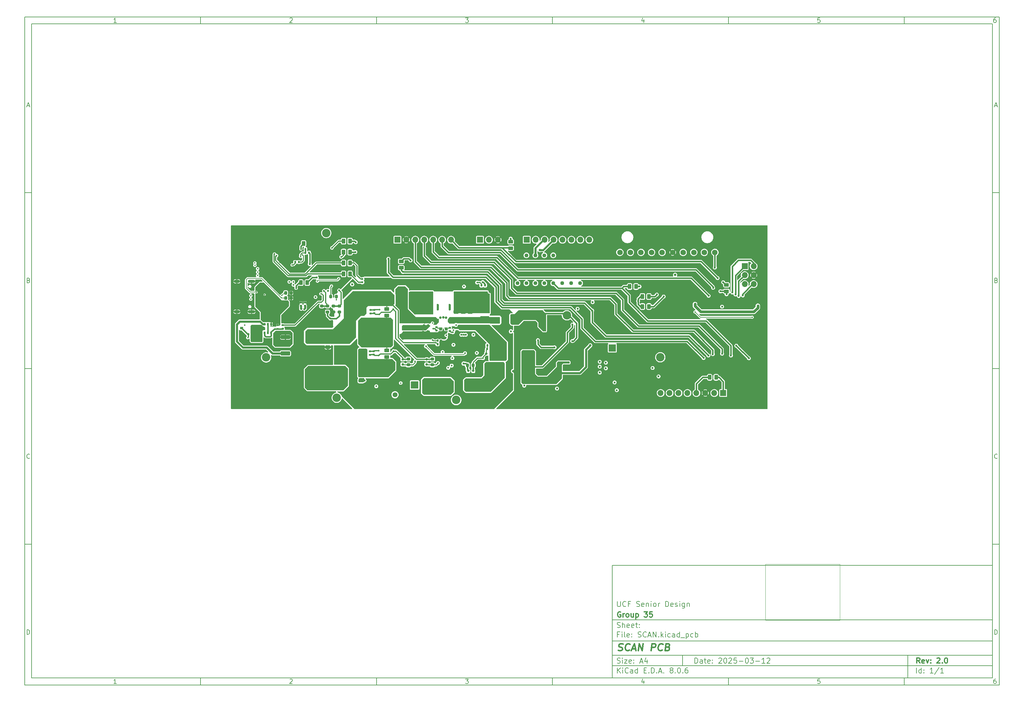
<source format=gbr>
G04 #@! TF.GenerationSoftware,KiCad,Pcbnew,8.0.6*
G04 #@! TF.CreationDate,2025-03-13T06:21:31-04:00*
G04 #@! TF.ProjectId,SCAN,5343414e-2e6b-4696-9361-645f70636258,2.0*
G04 #@! TF.SameCoordinates,Original*
G04 #@! TF.FileFunction,Copper,L6,Bot*
G04 #@! TF.FilePolarity,Positive*
%FSLAX46Y46*%
G04 Gerber Fmt 4.6, Leading zero omitted, Abs format (unit mm)*
G04 Created by KiCad (PCBNEW 8.0.6) date 2025-03-13 06:21:31*
%MOMM*%
%LPD*%
G01*
G04 APERTURE LIST*
G04 Aperture macros list*
%AMRoundRect*
0 Rectangle with rounded corners*
0 $1 Rounding radius*
0 $2 $3 $4 $5 $6 $7 $8 $9 X,Y pos of 4 corners*
0 Add a 4 corners polygon primitive as box body*
4,1,4,$2,$3,$4,$5,$6,$7,$8,$9,$2,$3,0*
0 Add four circle primitives for the rounded corners*
1,1,$1+$1,$2,$3*
1,1,$1+$1,$4,$5*
1,1,$1+$1,$6,$7*
1,1,$1+$1,$8,$9*
0 Add four rect primitives between the rounded corners*
20,1,$1+$1,$2,$3,$4,$5,0*
20,1,$1+$1,$4,$5,$6,$7,0*
20,1,$1+$1,$6,$7,$8,$9,0*
20,1,$1+$1,$8,$9,$2,$3,0*%
G04 Aperture macros list end*
%ADD10C,0.100000*%
%ADD11C,0.150000*%
%ADD12C,0.300000*%
%ADD13C,0.400000*%
G04 #@! TA.AperFunction,ComponentPad*
%ADD14C,1.574800*%
G04 #@! TD*
G04 #@! TA.AperFunction,ComponentPad*
%ADD15C,0.400000*%
G04 #@! TD*
G04 #@! TA.AperFunction,ComponentPad*
%ADD16R,2.000000X2.000000*%
G04 #@! TD*
G04 #@! TA.AperFunction,ComponentPad*
%ADD17C,2.000000*%
G04 #@! TD*
G04 #@! TA.AperFunction,ComponentPad*
%ADD18C,2.400000*%
G04 #@! TD*
G04 #@! TA.AperFunction,ComponentPad*
%ADD19R,1.700000X1.700000*%
G04 #@! TD*
G04 #@! TA.AperFunction,ComponentPad*
%ADD20O,1.700000X1.700000*%
G04 #@! TD*
G04 #@! TA.AperFunction,ComponentPad*
%ADD21R,2.100000X2.100000*%
G04 #@! TD*
G04 #@! TA.AperFunction,ComponentPad*
%ADD22C,2.100000*%
G04 #@! TD*
G04 #@! TA.AperFunction,ComponentPad*
%ADD23O,2.000000X0.900000*%
G04 #@! TD*
G04 #@! TA.AperFunction,ComponentPad*
%ADD24O,1.700000X0.900000*%
G04 #@! TD*
G04 #@! TA.AperFunction,ComponentPad*
%ADD25C,5.700000*%
G04 #@! TD*
G04 #@! TA.AperFunction,ComponentPad*
%ADD26R,1.416000X1.416000*%
G04 #@! TD*
G04 #@! TA.AperFunction,ComponentPad*
%ADD27C,1.416000*%
G04 #@! TD*
G04 #@! TA.AperFunction,ComponentPad*
%ADD28R,1.130000X1.130000*%
G04 #@! TD*
G04 #@! TA.AperFunction,ComponentPad*
%ADD29C,1.130000*%
G04 #@! TD*
G04 #@! TA.AperFunction,SMDPad,CuDef*
%ADD30RoundRect,0.250000X-0.262500X-0.450000X0.262500X-0.450000X0.262500X0.450000X-0.262500X0.450000X0*%
G04 #@! TD*
G04 #@! TA.AperFunction,SMDPad,CuDef*
%ADD31RoundRect,0.250000X-0.450000X0.262500X-0.450000X-0.262500X0.450000X-0.262500X0.450000X0.262500X0*%
G04 #@! TD*
G04 #@! TA.AperFunction,SMDPad,CuDef*
%ADD32RoundRect,0.150000X0.150000X0.200000X-0.150000X0.200000X-0.150000X-0.200000X0.150000X-0.200000X0*%
G04 #@! TD*
G04 #@! TA.AperFunction,SMDPad,CuDef*
%ADD33R,0.508000X0.800100*%
G04 #@! TD*
G04 #@! TA.AperFunction,SMDPad,CuDef*
%ADD34RoundRect,0.250000X0.262500X0.450000X-0.262500X0.450000X-0.262500X-0.450000X0.262500X-0.450000X0*%
G04 #@! TD*
G04 #@! TA.AperFunction,SMDPad,CuDef*
%ADD35RoundRect,0.200000X0.275000X-0.200000X0.275000X0.200000X-0.275000X0.200000X-0.275000X-0.200000X0*%
G04 #@! TD*
G04 #@! TA.AperFunction,SMDPad,CuDef*
%ADD36RoundRect,0.135000X0.185000X-0.135000X0.185000X0.135000X-0.185000X0.135000X-0.185000X-0.135000X0*%
G04 #@! TD*
G04 #@! TA.AperFunction,SMDPad,CuDef*
%ADD37RoundRect,0.140000X0.140000X0.170000X-0.140000X0.170000X-0.140000X-0.170000X0.140000X-0.170000X0*%
G04 #@! TD*
G04 #@! TA.AperFunction,SMDPad,CuDef*
%ADD38RoundRect,0.250000X0.475000X-0.337500X0.475000X0.337500X-0.475000X0.337500X-0.475000X-0.337500X0*%
G04 #@! TD*
G04 #@! TA.AperFunction,SMDPad,CuDef*
%ADD39RoundRect,0.150000X-0.200000X0.150000X-0.200000X-0.150000X0.200000X-0.150000X0.200000X0.150000X0*%
G04 #@! TD*
G04 #@! TA.AperFunction,SMDPad,CuDef*
%ADD40RoundRect,0.200000X-0.275000X0.200000X-0.275000X-0.200000X0.275000X-0.200000X0.275000X0.200000X0*%
G04 #@! TD*
G04 #@! TA.AperFunction,SMDPad,CuDef*
%ADD41RoundRect,0.250000X-0.475000X0.250000X-0.475000X-0.250000X0.475000X-0.250000X0.475000X0.250000X0*%
G04 #@! TD*
G04 #@! TA.AperFunction,SMDPad,CuDef*
%ADD42RoundRect,0.135000X-0.185000X0.135000X-0.185000X-0.135000X0.185000X-0.135000X0.185000X0.135000X0*%
G04 #@! TD*
G04 #@! TA.AperFunction,SMDPad,CuDef*
%ADD43RoundRect,0.140000X-0.140000X-0.170000X0.140000X-0.170000X0.140000X0.170000X-0.140000X0.170000X0*%
G04 #@! TD*
G04 #@! TA.AperFunction,SMDPad,CuDef*
%ADD44RoundRect,0.225000X-0.225000X-0.250000X0.225000X-0.250000X0.225000X0.250000X-0.225000X0.250000X0*%
G04 #@! TD*
G04 #@! TA.AperFunction,SMDPad,CuDef*
%ADD45RoundRect,0.200000X-0.200000X-0.275000X0.200000X-0.275000X0.200000X0.275000X-0.200000X0.275000X0*%
G04 #@! TD*
G04 #@! TA.AperFunction,SMDPad,CuDef*
%ADD46RoundRect,0.250000X1.025000X-0.787500X1.025000X0.787500X-1.025000X0.787500X-1.025000X-0.787500X0*%
G04 #@! TD*
G04 #@! TA.AperFunction,SMDPad,CuDef*
%ADD47RoundRect,0.135000X0.135000X0.185000X-0.135000X0.185000X-0.135000X-0.185000X0.135000X-0.185000X0*%
G04 #@! TD*
G04 #@! TA.AperFunction,SMDPad,CuDef*
%ADD48RoundRect,0.140000X-0.170000X0.140000X-0.170000X-0.140000X0.170000X-0.140000X0.170000X0.140000X0*%
G04 #@! TD*
G04 #@! TA.AperFunction,SMDPad,CuDef*
%ADD49RoundRect,0.140000X0.170000X-0.140000X0.170000X0.140000X-0.170000X0.140000X-0.170000X-0.140000X0*%
G04 #@! TD*
G04 #@! TA.AperFunction,SMDPad,CuDef*
%ADD50RoundRect,0.135000X-0.135000X-0.185000X0.135000X-0.185000X0.135000X0.185000X-0.135000X0.185000X0*%
G04 #@! TD*
G04 #@! TA.AperFunction,SMDPad,CuDef*
%ADD51RoundRect,0.250000X-0.787500X-1.025000X0.787500X-1.025000X0.787500X1.025000X-0.787500X1.025000X0*%
G04 #@! TD*
G04 #@! TA.AperFunction,SMDPad,CuDef*
%ADD52RoundRect,0.200000X0.200000X0.275000X-0.200000X0.275000X-0.200000X-0.275000X0.200000X-0.275000X0*%
G04 #@! TD*
G04 #@! TA.AperFunction,SMDPad,CuDef*
%ADD53RoundRect,0.250000X0.450000X-0.262500X0.450000X0.262500X-0.450000X0.262500X-0.450000X-0.262500X0*%
G04 #@! TD*
G04 #@! TA.AperFunction,SMDPad,CuDef*
%ADD54RoundRect,0.250000X1.075000X-0.362500X1.075000X0.362500X-1.075000X0.362500X-1.075000X-0.362500X0*%
G04 #@! TD*
G04 #@! TA.AperFunction,SMDPad,CuDef*
%ADD55R,0.820000X0.760000*%
G04 #@! TD*
G04 #@! TA.AperFunction,ViaPad*
%ADD56C,0.400000*%
G04 #@! TD*
G04 #@! TA.AperFunction,ViaPad*
%ADD57C,0.600000*%
G04 #@! TD*
G04 #@! TA.AperFunction,ViaPad*
%ADD58C,0.700000*%
G04 #@! TD*
G04 #@! TA.AperFunction,ViaPad*
%ADD59C,0.500000*%
G04 #@! TD*
G04 #@! TA.AperFunction,ViaPad*
%ADD60C,0.450000*%
G04 #@! TD*
G04 #@! TA.AperFunction,ViaPad*
%ADD61C,0.550000*%
G04 #@! TD*
G04 #@! TA.AperFunction,Conductor*
%ADD62C,0.250000*%
G04 #@! TD*
G04 #@! TA.AperFunction,Conductor*
%ADD63C,0.300000*%
G04 #@! TD*
G04 #@! TA.AperFunction,Conductor*
%ADD64C,0.400000*%
G04 #@! TD*
G04 #@! TA.AperFunction,Conductor*
%ADD65C,0.200000*%
G04 #@! TD*
G04 #@! TA.AperFunction,Conductor*
%ADD66C,0.800000*%
G04 #@! TD*
G04 #@! TA.AperFunction,Conductor*
%ADD67C,0.600000*%
G04 #@! TD*
G04 APERTURE END LIST*
D10*
X220538867Y-165653700D02*
X220538867Y-181528700D01*
X241705533Y-181528700D01*
X241705533Y-165653700D01*
X220538867Y-165653700D01*
D11*
X177002200Y-166007200D02*
X285002200Y-166007200D01*
X285002200Y-198007200D01*
X177002200Y-198007200D01*
X177002200Y-166007200D01*
D10*
D11*
X10000000Y-10000000D02*
X287002200Y-10000000D01*
X287002200Y-200007200D01*
X10000000Y-200007200D01*
X10000000Y-10000000D01*
D10*
D11*
X12000000Y-12000000D02*
X285002200Y-12000000D01*
X285002200Y-198007200D01*
X12000000Y-198007200D01*
X12000000Y-12000000D01*
D10*
D11*
X60000000Y-12000000D02*
X60000000Y-10000000D01*
D10*
D11*
X110000000Y-12000000D02*
X110000000Y-10000000D01*
D10*
D11*
X160000000Y-12000000D02*
X160000000Y-10000000D01*
D10*
D11*
X210000000Y-12000000D02*
X210000000Y-10000000D01*
D10*
D11*
X260000000Y-12000000D02*
X260000000Y-10000000D01*
D10*
D11*
X36089160Y-11593604D02*
X35346303Y-11593604D01*
X35717731Y-11593604D02*
X35717731Y-10293604D01*
X35717731Y-10293604D02*
X35593922Y-10479319D01*
X35593922Y-10479319D02*
X35470112Y-10603128D01*
X35470112Y-10603128D02*
X35346303Y-10665033D01*
D10*
D11*
X85346303Y-10417414D02*
X85408207Y-10355509D01*
X85408207Y-10355509D02*
X85532017Y-10293604D01*
X85532017Y-10293604D02*
X85841541Y-10293604D01*
X85841541Y-10293604D02*
X85965350Y-10355509D01*
X85965350Y-10355509D02*
X86027255Y-10417414D01*
X86027255Y-10417414D02*
X86089160Y-10541223D01*
X86089160Y-10541223D02*
X86089160Y-10665033D01*
X86089160Y-10665033D02*
X86027255Y-10850747D01*
X86027255Y-10850747D02*
X85284398Y-11593604D01*
X85284398Y-11593604D02*
X86089160Y-11593604D01*
D10*
D11*
X135284398Y-10293604D02*
X136089160Y-10293604D01*
X136089160Y-10293604D02*
X135655826Y-10788842D01*
X135655826Y-10788842D02*
X135841541Y-10788842D01*
X135841541Y-10788842D02*
X135965350Y-10850747D01*
X135965350Y-10850747D02*
X136027255Y-10912652D01*
X136027255Y-10912652D02*
X136089160Y-11036461D01*
X136089160Y-11036461D02*
X136089160Y-11345985D01*
X136089160Y-11345985D02*
X136027255Y-11469795D01*
X136027255Y-11469795D02*
X135965350Y-11531700D01*
X135965350Y-11531700D02*
X135841541Y-11593604D01*
X135841541Y-11593604D02*
X135470112Y-11593604D01*
X135470112Y-11593604D02*
X135346303Y-11531700D01*
X135346303Y-11531700D02*
X135284398Y-11469795D01*
D10*
D11*
X185965350Y-10726938D02*
X185965350Y-11593604D01*
X185655826Y-10231700D02*
X185346303Y-11160271D01*
X185346303Y-11160271D02*
X186151064Y-11160271D01*
D10*
D11*
X236027255Y-10293604D02*
X235408207Y-10293604D01*
X235408207Y-10293604D02*
X235346303Y-10912652D01*
X235346303Y-10912652D02*
X235408207Y-10850747D01*
X235408207Y-10850747D02*
X235532017Y-10788842D01*
X235532017Y-10788842D02*
X235841541Y-10788842D01*
X235841541Y-10788842D02*
X235965350Y-10850747D01*
X235965350Y-10850747D02*
X236027255Y-10912652D01*
X236027255Y-10912652D02*
X236089160Y-11036461D01*
X236089160Y-11036461D02*
X236089160Y-11345985D01*
X236089160Y-11345985D02*
X236027255Y-11469795D01*
X236027255Y-11469795D02*
X235965350Y-11531700D01*
X235965350Y-11531700D02*
X235841541Y-11593604D01*
X235841541Y-11593604D02*
X235532017Y-11593604D01*
X235532017Y-11593604D02*
X235408207Y-11531700D01*
X235408207Y-11531700D02*
X235346303Y-11469795D01*
D10*
D11*
X285965350Y-10293604D02*
X285717731Y-10293604D01*
X285717731Y-10293604D02*
X285593922Y-10355509D01*
X285593922Y-10355509D02*
X285532017Y-10417414D01*
X285532017Y-10417414D02*
X285408207Y-10603128D01*
X285408207Y-10603128D02*
X285346303Y-10850747D01*
X285346303Y-10850747D02*
X285346303Y-11345985D01*
X285346303Y-11345985D02*
X285408207Y-11469795D01*
X285408207Y-11469795D02*
X285470112Y-11531700D01*
X285470112Y-11531700D02*
X285593922Y-11593604D01*
X285593922Y-11593604D02*
X285841541Y-11593604D01*
X285841541Y-11593604D02*
X285965350Y-11531700D01*
X285965350Y-11531700D02*
X286027255Y-11469795D01*
X286027255Y-11469795D02*
X286089160Y-11345985D01*
X286089160Y-11345985D02*
X286089160Y-11036461D01*
X286089160Y-11036461D02*
X286027255Y-10912652D01*
X286027255Y-10912652D02*
X285965350Y-10850747D01*
X285965350Y-10850747D02*
X285841541Y-10788842D01*
X285841541Y-10788842D02*
X285593922Y-10788842D01*
X285593922Y-10788842D02*
X285470112Y-10850747D01*
X285470112Y-10850747D02*
X285408207Y-10912652D01*
X285408207Y-10912652D02*
X285346303Y-11036461D01*
D10*
D11*
X60000000Y-198007200D02*
X60000000Y-200007200D01*
D10*
D11*
X110000000Y-198007200D02*
X110000000Y-200007200D01*
D10*
D11*
X160000000Y-198007200D02*
X160000000Y-200007200D01*
D10*
D11*
X210000000Y-198007200D02*
X210000000Y-200007200D01*
D10*
D11*
X260000000Y-198007200D02*
X260000000Y-200007200D01*
D10*
D11*
X36089160Y-199600804D02*
X35346303Y-199600804D01*
X35717731Y-199600804D02*
X35717731Y-198300804D01*
X35717731Y-198300804D02*
X35593922Y-198486519D01*
X35593922Y-198486519D02*
X35470112Y-198610328D01*
X35470112Y-198610328D02*
X35346303Y-198672233D01*
D10*
D11*
X85346303Y-198424614D02*
X85408207Y-198362709D01*
X85408207Y-198362709D02*
X85532017Y-198300804D01*
X85532017Y-198300804D02*
X85841541Y-198300804D01*
X85841541Y-198300804D02*
X85965350Y-198362709D01*
X85965350Y-198362709D02*
X86027255Y-198424614D01*
X86027255Y-198424614D02*
X86089160Y-198548423D01*
X86089160Y-198548423D02*
X86089160Y-198672233D01*
X86089160Y-198672233D02*
X86027255Y-198857947D01*
X86027255Y-198857947D02*
X85284398Y-199600804D01*
X85284398Y-199600804D02*
X86089160Y-199600804D01*
D10*
D11*
X135284398Y-198300804D02*
X136089160Y-198300804D01*
X136089160Y-198300804D02*
X135655826Y-198796042D01*
X135655826Y-198796042D02*
X135841541Y-198796042D01*
X135841541Y-198796042D02*
X135965350Y-198857947D01*
X135965350Y-198857947D02*
X136027255Y-198919852D01*
X136027255Y-198919852D02*
X136089160Y-199043661D01*
X136089160Y-199043661D02*
X136089160Y-199353185D01*
X136089160Y-199353185D02*
X136027255Y-199476995D01*
X136027255Y-199476995D02*
X135965350Y-199538900D01*
X135965350Y-199538900D02*
X135841541Y-199600804D01*
X135841541Y-199600804D02*
X135470112Y-199600804D01*
X135470112Y-199600804D02*
X135346303Y-199538900D01*
X135346303Y-199538900D02*
X135284398Y-199476995D01*
D10*
D11*
X185965350Y-198734138D02*
X185965350Y-199600804D01*
X185655826Y-198238900D02*
X185346303Y-199167471D01*
X185346303Y-199167471D02*
X186151064Y-199167471D01*
D10*
D11*
X236027255Y-198300804D02*
X235408207Y-198300804D01*
X235408207Y-198300804D02*
X235346303Y-198919852D01*
X235346303Y-198919852D02*
X235408207Y-198857947D01*
X235408207Y-198857947D02*
X235532017Y-198796042D01*
X235532017Y-198796042D02*
X235841541Y-198796042D01*
X235841541Y-198796042D02*
X235965350Y-198857947D01*
X235965350Y-198857947D02*
X236027255Y-198919852D01*
X236027255Y-198919852D02*
X236089160Y-199043661D01*
X236089160Y-199043661D02*
X236089160Y-199353185D01*
X236089160Y-199353185D02*
X236027255Y-199476995D01*
X236027255Y-199476995D02*
X235965350Y-199538900D01*
X235965350Y-199538900D02*
X235841541Y-199600804D01*
X235841541Y-199600804D02*
X235532017Y-199600804D01*
X235532017Y-199600804D02*
X235408207Y-199538900D01*
X235408207Y-199538900D02*
X235346303Y-199476995D01*
D10*
D11*
X285965350Y-198300804D02*
X285717731Y-198300804D01*
X285717731Y-198300804D02*
X285593922Y-198362709D01*
X285593922Y-198362709D02*
X285532017Y-198424614D01*
X285532017Y-198424614D02*
X285408207Y-198610328D01*
X285408207Y-198610328D02*
X285346303Y-198857947D01*
X285346303Y-198857947D02*
X285346303Y-199353185D01*
X285346303Y-199353185D02*
X285408207Y-199476995D01*
X285408207Y-199476995D02*
X285470112Y-199538900D01*
X285470112Y-199538900D02*
X285593922Y-199600804D01*
X285593922Y-199600804D02*
X285841541Y-199600804D01*
X285841541Y-199600804D02*
X285965350Y-199538900D01*
X285965350Y-199538900D02*
X286027255Y-199476995D01*
X286027255Y-199476995D02*
X286089160Y-199353185D01*
X286089160Y-199353185D02*
X286089160Y-199043661D01*
X286089160Y-199043661D02*
X286027255Y-198919852D01*
X286027255Y-198919852D02*
X285965350Y-198857947D01*
X285965350Y-198857947D02*
X285841541Y-198796042D01*
X285841541Y-198796042D02*
X285593922Y-198796042D01*
X285593922Y-198796042D02*
X285470112Y-198857947D01*
X285470112Y-198857947D02*
X285408207Y-198919852D01*
X285408207Y-198919852D02*
X285346303Y-199043661D01*
D10*
D11*
X10000000Y-60000000D02*
X12000000Y-60000000D01*
D10*
D11*
X10000000Y-110000000D02*
X12000000Y-110000000D01*
D10*
D11*
X10000000Y-160000000D02*
X12000000Y-160000000D01*
D10*
D11*
X10690476Y-35222176D02*
X11309523Y-35222176D01*
X10566666Y-35593604D02*
X10999999Y-34293604D01*
X10999999Y-34293604D02*
X11433333Y-35593604D01*
D10*
D11*
X11092857Y-84912652D02*
X11278571Y-84974557D01*
X11278571Y-84974557D02*
X11340476Y-85036461D01*
X11340476Y-85036461D02*
X11402380Y-85160271D01*
X11402380Y-85160271D02*
X11402380Y-85345985D01*
X11402380Y-85345985D02*
X11340476Y-85469795D01*
X11340476Y-85469795D02*
X11278571Y-85531700D01*
X11278571Y-85531700D02*
X11154761Y-85593604D01*
X11154761Y-85593604D02*
X10659523Y-85593604D01*
X10659523Y-85593604D02*
X10659523Y-84293604D01*
X10659523Y-84293604D02*
X11092857Y-84293604D01*
X11092857Y-84293604D02*
X11216666Y-84355509D01*
X11216666Y-84355509D02*
X11278571Y-84417414D01*
X11278571Y-84417414D02*
X11340476Y-84541223D01*
X11340476Y-84541223D02*
X11340476Y-84665033D01*
X11340476Y-84665033D02*
X11278571Y-84788842D01*
X11278571Y-84788842D02*
X11216666Y-84850747D01*
X11216666Y-84850747D02*
X11092857Y-84912652D01*
X11092857Y-84912652D02*
X10659523Y-84912652D01*
D10*
D11*
X11402380Y-135469795D02*
X11340476Y-135531700D01*
X11340476Y-135531700D02*
X11154761Y-135593604D01*
X11154761Y-135593604D02*
X11030952Y-135593604D01*
X11030952Y-135593604D02*
X10845238Y-135531700D01*
X10845238Y-135531700D02*
X10721428Y-135407890D01*
X10721428Y-135407890D02*
X10659523Y-135284080D01*
X10659523Y-135284080D02*
X10597619Y-135036461D01*
X10597619Y-135036461D02*
X10597619Y-134850747D01*
X10597619Y-134850747D02*
X10659523Y-134603128D01*
X10659523Y-134603128D02*
X10721428Y-134479319D01*
X10721428Y-134479319D02*
X10845238Y-134355509D01*
X10845238Y-134355509D02*
X11030952Y-134293604D01*
X11030952Y-134293604D02*
X11154761Y-134293604D01*
X11154761Y-134293604D02*
X11340476Y-134355509D01*
X11340476Y-134355509D02*
X11402380Y-134417414D01*
D10*
D11*
X10659523Y-185593604D02*
X10659523Y-184293604D01*
X10659523Y-184293604D02*
X10969047Y-184293604D01*
X10969047Y-184293604D02*
X11154761Y-184355509D01*
X11154761Y-184355509D02*
X11278571Y-184479319D01*
X11278571Y-184479319D02*
X11340476Y-184603128D01*
X11340476Y-184603128D02*
X11402380Y-184850747D01*
X11402380Y-184850747D02*
X11402380Y-185036461D01*
X11402380Y-185036461D02*
X11340476Y-185284080D01*
X11340476Y-185284080D02*
X11278571Y-185407890D01*
X11278571Y-185407890D02*
X11154761Y-185531700D01*
X11154761Y-185531700D02*
X10969047Y-185593604D01*
X10969047Y-185593604D02*
X10659523Y-185593604D01*
D10*
D11*
X287002200Y-60000000D02*
X285002200Y-60000000D01*
D10*
D11*
X287002200Y-110000000D02*
X285002200Y-110000000D01*
D10*
D11*
X287002200Y-160000000D02*
X285002200Y-160000000D01*
D10*
D11*
X285692676Y-35222176D02*
X286311723Y-35222176D01*
X285568866Y-35593604D02*
X286002199Y-34293604D01*
X286002199Y-34293604D02*
X286435533Y-35593604D01*
D10*
D11*
X286095057Y-84912652D02*
X286280771Y-84974557D01*
X286280771Y-84974557D02*
X286342676Y-85036461D01*
X286342676Y-85036461D02*
X286404580Y-85160271D01*
X286404580Y-85160271D02*
X286404580Y-85345985D01*
X286404580Y-85345985D02*
X286342676Y-85469795D01*
X286342676Y-85469795D02*
X286280771Y-85531700D01*
X286280771Y-85531700D02*
X286156961Y-85593604D01*
X286156961Y-85593604D02*
X285661723Y-85593604D01*
X285661723Y-85593604D02*
X285661723Y-84293604D01*
X285661723Y-84293604D02*
X286095057Y-84293604D01*
X286095057Y-84293604D02*
X286218866Y-84355509D01*
X286218866Y-84355509D02*
X286280771Y-84417414D01*
X286280771Y-84417414D02*
X286342676Y-84541223D01*
X286342676Y-84541223D02*
X286342676Y-84665033D01*
X286342676Y-84665033D02*
X286280771Y-84788842D01*
X286280771Y-84788842D02*
X286218866Y-84850747D01*
X286218866Y-84850747D02*
X286095057Y-84912652D01*
X286095057Y-84912652D02*
X285661723Y-84912652D01*
D10*
D11*
X286404580Y-135469795D02*
X286342676Y-135531700D01*
X286342676Y-135531700D02*
X286156961Y-135593604D01*
X286156961Y-135593604D02*
X286033152Y-135593604D01*
X286033152Y-135593604D02*
X285847438Y-135531700D01*
X285847438Y-135531700D02*
X285723628Y-135407890D01*
X285723628Y-135407890D02*
X285661723Y-135284080D01*
X285661723Y-135284080D02*
X285599819Y-135036461D01*
X285599819Y-135036461D02*
X285599819Y-134850747D01*
X285599819Y-134850747D02*
X285661723Y-134603128D01*
X285661723Y-134603128D02*
X285723628Y-134479319D01*
X285723628Y-134479319D02*
X285847438Y-134355509D01*
X285847438Y-134355509D02*
X286033152Y-134293604D01*
X286033152Y-134293604D02*
X286156961Y-134293604D01*
X286156961Y-134293604D02*
X286342676Y-134355509D01*
X286342676Y-134355509D02*
X286404580Y-134417414D01*
D10*
D11*
X285661723Y-185593604D02*
X285661723Y-184293604D01*
X285661723Y-184293604D02*
X285971247Y-184293604D01*
X285971247Y-184293604D02*
X286156961Y-184355509D01*
X286156961Y-184355509D02*
X286280771Y-184479319D01*
X286280771Y-184479319D02*
X286342676Y-184603128D01*
X286342676Y-184603128D02*
X286404580Y-184850747D01*
X286404580Y-184850747D02*
X286404580Y-185036461D01*
X286404580Y-185036461D02*
X286342676Y-185284080D01*
X286342676Y-185284080D02*
X286280771Y-185407890D01*
X286280771Y-185407890D02*
X286156961Y-185531700D01*
X286156961Y-185531700D02*
X285971247Y-185593604D01*
X285971247Y-185593604D02*
X285661723Y-185593604D01*
D10*
D11*
X200458026Y-193793328D02*
X200458026Y-192293328D01*
X200458026Y-192293328D02*
X200815169Y-192293328D01*
X200815169Y-192293328D02*
X201029455Y-192364757D01*
X201029455Y-192364757D02*
X201172312Y-192507614D01*
X201172312Y-192507614D02*
X201243741Y-192650471D01*
X201243741Y-192650471D02*
X201315169Y-192936185D01*
X201315169Y-192936185D02*
X201315169Y-193150471D01*
X201315169Y-193150471D02*
X201243741Y-193436185D01*
X201243741Y-193436185D02*
X201172312Y-193579042D01*
X201172312Y-193579042D02*
X201029455Y-193721900D01*
X201029455Y-193721900D02*
X200815169Y-193793328D01*
X200815169Y-193793328D02*
X200458026Y-193793328D01*
X202600884Y-193793328D02*
X202600884Y-193007614D01*
X202600884Y-193007614D02*
X202529455Y-192864757D01*
X202529455Y-192864757D02*
X202386598Y-192793328D01*
X202386598Y-192793328D02*
X202100884Y-192793328D01*
X202100884Y-192793328D02*
X201958026Y-192864757D01*
X202600884Y-193721900D02*
X202458026Y-193793328D01*
X202458026Y-193793328D02*
X202100884Y-193793328D01*
X202100884Y-193793328D02*
X201958026Y-193721900D01*
X201958026Y-193721900D02*
X201886598Y-193579042D01*
X201886598Y-193579042D02*
X201886598Y-193436185D01*
X201886598Y-193436185D02*
X201958026Y-193293328D01*
X201958026Y-193293328D02*
X202100884Y-193221900D01*
X202100884Y-193221900D02*
X202458026Y-193221900D01*
X202458026Y-193221900D02*
X202600884Y-193150471D01*
X203100884Y-192793328D02*
X203672312Y-192793328D01*
X203315169Y-192293328D02*
X203315169Y-193579042D01*
X203315169Y-193579042D02*
X203386598Y-193721900D01*
X203386598Y-193721900D02*
X203529455Y-193793328D01*
X203529455Y-193793328D02*
X203672312Y-193793328D01*
X204743741Y-193721900D02*
X204600884Y-193793328D01*
X204600884Y-193793328D02*
X204315170Y-193793328D01*
X204315170Y-193793328D02*
X204172312Y-193721900D01*
X204172312Y-193721900D02*
X204100884Y-193579042D01*
X204100884Y-193579042D02*
X204100884Y-193007614D01*
X204100884Y-193007614D02*
X204172312Y-192864757D01*
X204172312Y-192864757D02*
X204315170Y-192793328D01*
X204315170Y-192793328D02*
X204600884Y-192793328D01*
X204600884Y-192793328D02*
X204743741Y-192864757D01*
X204743741Y-192864757D02*
X204815170Y-193007614D01*
X204815170Y-193007614D02*
X204815170Y-193150471D01*
X204815170Y-193150471D02*
X204100884Y-193293328D01*
X205458026Y-193650471D02*
X205529455Y-193721900D01*
X205529455Y-193721900D02*
X205458026Y-193793328D01*
X205458026Y-193793328D02*
X205386598Y-193721900D01*
X205386598Y-193721900D02*
X205458026Y-193650471D01*
X205458026Y-193650471D02*
X205458026Y-193793328D01*
X205458026Y-192864757D02*
X205529455Y-192936185D01*
X205529455Y-192936185D02*
X205458026Y-193007614D01*
X205458026Y-193007614D02*
X205386598Y-192936185D01*
X205386598Y-192936185D02*
X205458026Y-192864757D01*
X205458026Y-192864757D02*
X205458026Y-193007614D01*
X207243741Y-192436185D02*
X207315169Y-192364757D01*
X207315169Y-192364757D02*
X207458027Y-192293328D01*
X207458027Y-192293328D02*
X207815169Y-192293328D01*
X207815169Y-192293328D02*
X207958027Y-192364757D01*
X207958027Y-192364757D02*
X208029455Y-192436185D01*
X208029455Y-192436185D02*
X208100884Y-192579042D01*
X208100884Y-192579042D02*
X208100884Y-192721900D01*
X208100884Y-192721900D02*
X208029455Y-192936185D01*
X208029455Y-192936185D02*
X207172312Y-193793328D01*
X207172312Y-193793328D02*
X208100884Y-193793328D01*
X209029455Y-192293328D02*
X209172312Y-192293328D01*
X209172312Y-192293328D02*
X209315169Y-192364757D01*
X209315169Y-192364757D02*
X209386598Y-192436185D01*
X209386598Y-192436185D02*
X209458026Y-192579042D01*
X209458026Y-192579042D02*
X209529455Y-192864757D01*
X209529455Y-192864757D02*
X209529455Y-193221900D01*
X209529455Y-193221900D02*
X209458026Y-193507614D01*
X209458026Y-193507614D02*
X209386598Y-193650471D01*
X209386598Y-193650471D02*
X209315169Y-193721900D01*
X209315169Y-193721900D02*
X209172312Y-193793328D01*
X209172312Y-193793328D02*
X209029455Y-193793328D01*
X209029455Y-193793328D02*
X208886598Y-193721900D01*
X208886598Y-193721900D02*
X208815169Y-193650471D01*
X208815169Y-193650471D02*
X208743740Y-193507614D01*
X208743740Y-193507614D02*
X208672312Y-193221900D01*
X208672312Y-193221900D02*
X208672312Y-192864757D01*
X208672312Y-192864757D02*
X208743740Y-192579042D01*
X208743740Y-192579042D02*
X208815169Y-192436185D01*
X208815169Y-192436185D02*
X208886598Y-192364757D01*
X208886598Y-192364757D02*
X209029455Y-192293328D01*
X210100883Y-192436185D02*
X210172311Y-192364757D01*
X210172311Y-192364757D02*
X210315169Y-192293328D01*
X210315169Y-192293328D02*
X210672311Y-192293328D01*
X210672311Y-192293328D02*
X210815169Y-192364757D01*
X210815169Y-192364757D02*
X210886597Y-192436185D01*
X210886597Y-192436185D02*
X210958026Y-192579042D01*
X210958026Y-192579042D02*
X210958026Y-192721900D01*
X210958026Y-192721900D02*
X210886597Y-192936185D01*
X210886597Y-192936185D02*
X210029454Y-193793328D01*
X210029454Y-193793328D02*
X210958026Y-193793328D01*
X212315168Y-192293328D02*
X211600882Y-192293328D01*
X211600882Y-192293328D02*
X211529454Y-193007614D01*
X211529454Y-193007614D02*
X211600882Y-192936185D01*
X211600882Y-192936185D02*
X211743740Y-192864757D01*
X211743740Y-192864757D02*
X212100882Y-192864757D01*
X212100882Y-192864757D02*
X212243740Y-192936185D01*
X212243740Y-192936185D02*
X212315168Y-193007614D01*
X212315168Y-193007614D02*
X212386597Y-193150471D01*
X212386597Y-193150471D02*
X212386597Y-193507614D01*
X212386597Y-193507614D02*
X212315168Y-193650471D01*
X212315168Y-193650471D02*
X212243740Y-193721900D01*
X212243740Y-193721900D02*
X212100882Y-193793328D01*
X212100882Y-193793328D02*
X211743740Y-193793328D01*
X211743740Y-193793328D02*
X211600882Y-193721900D01*
X211600882Y-193721900D02*
X211529454Y-193650471D01*
X213029453Y-193221900D02*
X214172311Y-193221900D01*
X215172311Y-192293328D02*
X215315168Y-192293328D01*
X215315168Y-192293328D02*
X215458025Y-192364757D01*
X215458025Y-192364757D02*
X215529454Y-192436185D01*
X215529454Y-192436185D02*
X215600882Y-192579042D01*
X215600882Y-192579042D02*
X215672311Y-192864757D01*
X215672311Y-192864757D02*
X215672311Y-193221900D01*
X215672311Y-193221900D02*
X215600882Y-193507614D01*
X215600882Y-193507614D02*
X215529454Y-193650471D01*
X215529454Y-193650471D02*
X215458025Y-193721900D01*
X215458025Y-193721900D02*
X215315168Y-193793328D01*
X215315168Y-193793328D02*
X215172311Y-193793328D01*
X215172311Y-193793328D02*
X215029454Y-193721900D01*
X215029454Y-193721900D02*
X214958025Y-193650471D01*
X214958025Y-193650471D02*
X214886596Y-193507614D01*
X214886596Y-193507614D02*
X214815168Y-193221900D01*
X214815168Y-193221900D02*
X214815168Y-192864757D01*
X214815168Y-192864757D02*
X214886596Y-192579042D01*
X214886596Y-192579042D02*
X214958025Y-192436185D01*
X214958025Y-192436185D02*
X215029454Y-192364757D01*
X215029454Y-192364757D02*
X215172311Y-192293328D01*
X216172310Y-192293328D02*
X217100882Y-192293328D01*
X217100882Y-192293328D02*
X216600882Y-192864757D01*
X216600882Y-192864757D02*
X216815167Y-192864757D01*
X216815167Y-192864757D02*
X216958025Y-192936185D01*
X216958025Y-192936185D02*
X217029453Y-193007614D01*
X217029453Y-193007614D02*
X217100882Y-193150471D01*
X217100882Y-193150471D02*
X217100882Y-193507614D01*
X217100882Y-193507614D02*
X217029453Y-193650471D01*
X217029453Y-193650471D02*
X216958025Y-193721900D01*
X216958025Y-193721900D02*
X216815167Y-193793328D01*
X216815167Y-193793328D02*
X216386596Y-193793328D01*
X216386596Y-193793328D02*
X216243739Y-193721900D01*
X216243739Y-193721900D02*
X216172310Y-193650471D01*
X217743738Y-193221900D02*
X218886596Y-193221900D01*
X220386596Y-193793328D02*
X219529453Y-193793328D01*
X219958024Y-193793328D02*
X219958024Y-192293328D01*
X219958024Y-192293328D02*
X219815167Y-192507614D01*
X219815167Y-192507614D02*
X219672310Y-192650471D01*
X219672310Y-192650471D02*
X219529453Y-192721900D01*
X220958024Y-192436185D02*
X221029452Y-192364757D01*
X221029452Y-192364757D02*
X221172310Y-192293328D01*
X221172310Y-192293328D02*
X221529452Y-192293328D01*
X221529452Y-192293328D02*
X221672310Y-192364757D01*
X221672310Y-192364757D02*
X221743738Y-192436185D01*
X221743738Y-192436185D02*
X221815167Y-192579042D01*
X221815167Y-192579042D02*
X221815167Y-192721900D01*
X221815167Y-192721900D02*
X221743738Y-192936185D01*
X221743738Y-192936185D02*
X220886595Y-193793328D01*
X220886595Y-193793328D02*
X221815167Y-193793328D01*
D10*
D11*
X177002200Y-194507200D02*
X285002200Y-194507200D01*
D10*
D11*
X178458026Y-196593328D02*
X178458026Y-195093328D01*
X179315169Y-196593328D02*
X178672312Y-195736185D01*
X179315169Y-195093328D02*
X178458026Y-195950471D01*
X179958026Y-196593328D02*
X179958026Y-195593328D01*
X179958026Y-195093328D02*
X179886598Y-195164757D01*
X179886598Y-195164757D02*
X179958026Y-195236185D01*
X179958026Y-195236185D02*
X180029455Y-195164757D01*
X180029455Y-195164757D02*
X179958026Y-195093328D01*
X179958026Y-195093328D02*
X179958026Y-195236185D01*
X181529455Y-196450471D02*
X181458027Y-196521900D01*
X181458027Y-196521900D02*
X181243741Y-196593328D01*
X181243741Y-196593328D02*
X181100884Y-196593328D01*
X181100884Y-196593328D02*
X180886598Y-196521900D01*
X180886598Y-196521900D02*
X180743741Y-196379042D01*
X180743741Y-196379042D02*
X180672312Y-196236185D01*
X180672312Y-196236185D02*
X180600884Y-195950471D01*
X180600884Y-195950471D02*
X180600884Y-195736185D01*
X180600884Y-195736185D02*
X180672312Y-195450471D01*
X180672312Y-195450471D02*
X180743741Y-195307614D01*
X180743741Y-195307614D02*
X180886598Y-195164757D01*
X180886598Y-195164757D02*
X181100884Y-195093328D01*
X181100884Y-195093328D02*
X181243741Y-195093328D01*
X181243741Y-195093328D02*
X181458027Y-195164757D01*
X181458027Y-195164757D02*
X181529455Y-195236185D01*
X182815170Y-196593328D02*
X182815170Y-195807614D01*
X182815170Y-195807614D02*
X182743741Y-195664757D01*
X182743741Y-195664757D02*
X182600884Y-195593328D01*
X182600884Y-195593328D02*
X182315170Y-195593328D01*
X182315170Y-195593328D02*
X182172312Y-195664757D01*
X182815170Y-196521900D02*
X182672312Y-196593328D01*
X182672312Y-196593328D02*
X182315170Y-196593328D01*
X182315170Y-196593328D02*
X182172312Y-196521900D01*
X182172312Y-196521900D02*
X182100884Y-196379042D01*
X182100884Y-196379042D02*
X182100884Y-196236185D01*
X182100884Y-196236185D02*
X182172312Y-196093328D01*
X182172312Y-196093328D02*
X182315170Y-196021900D01*
X182315170Y-196021900D02*
X182672312Y-196021900D01*
X182672312Y-196021900D02*
X182815170Y-195950471D01*
X184172313Y-196593328D02*
X184172313Y-195093328D01*
X184172313Y-196521900D02*
X184029455Y-196593328D01*
X184029455Y-196593328D02*
X183743741Y-196593328D01*
X183743741Y-196593328D02*
X183600884Y-196521900D01*
X183600884Y-196521900D02*
X183529455Y-196450471D01*
X183529455Y-196450471D02*
X183458027Y-196307614D01*
X183458027Y-196307614D02*
X183458027Y-195879042D01*
X183458027Y-195879042D02*
X183529455Y-195736185D01*
X183529455Y-195736185D02*
X183600884Y-195664757D01*
X183600884Y-195664757D02*
X183743741Y-195593328D01*
X183743741Y-195593328D02*
X184029455Y-195593328D01*
X184029455Y-195593328D02*
X184172313Y-195664757D01*
X186029455Y-195807614D02*
X186529455Y-195807614D01*
X186743741Y-196593328D02*
X186029455Y-196593328D01*
X186029455Y-196593328D02*
X186029455Y-195093328D01*
X186029455Y-195093328D02*
X186743741Y-195093328D01*
X187386598Y-196450471D02*
X187458027Y-196521900D01*
X187458027Y-196521900D02*
X187386598Y-196593328D01*
X187386598Y-196593328D02*
X187315170Y-196521900D01*
X187315170Y-196521900D02*
X187386598Y-196450471D01*
X187386598Y-196450471D02*
X187386598Y-196593328D01*
X188100884Y-196593328D02*
X188100884Y-195093328D01*
X188100884Y-195093328D02*
X188458027Y-195093328D01*
X188458027Y-195093328D02*
X188672313Y-195164757D01*
X188672313Y-195164757D02*
X188815170Y-195307614D01*
X188815170Y-195307614D02*
X188886599Y-195450471D01*
X188886599Y-195450471D02*
X188958027Y-195736185D01*
X188958027Y-195736185D02*
X188958027Y-195950471D01*
X188958027Y-195950471D02*
X188886599Y-196236185D01*
X188886599Y-196236185D02*
X188815170Y-196379042D01*
X188815170Y-196379042D02*
X188672313Y-196521900D01*
X188672313Y-196521900D02*
X188458027Y-196593328D01*
X188458027Y-196593328D02*
X188100884Y-196593328D01*
X189600884Y-196450471D02*
X189672313Y-196521900D01*
X189672313Y-196521900D02*
X189600884Y-196593328D01*
X189600884Y-196593328D02*
X189529456Y-196521900D01*
X189529456Y-196521900D02*
X189600884Y-196450471D01*
X189600884Y-196450471D02*
X189600884Y-196593328D01*
X190243742Y-196164757D02*
X190958028Y-196164757D01*
X190100885Y-196593328D02*
X190600885Y-195093328D01*
X190600885Y-195093328D02*
X191100885Y-196593328D01*
X191600884Y-196450471D02*
X191672313Y-196521900D01*
X191672313Y-196521900D02*
X191600884Y-196593328D01*
X191600884Y-196593328D02*
X191529456Y-196521900D01*
X191529456Y-196521900D02*
X191600884Y-196450471D01*
X191600884Y-196450471D02*
X191600884Y-196593328D01*
X193672313Y-195736185D02*
X193529456Y-195664757D01*
X193529456Y-195664757D02*
X193458027Y-195593328D01*
X193458027Y-195593328D02*
X193386599Y-195450471D01*
X193386599Y-195450471D02*
X193386599Y-195379042D01*
X193386599Y-195379042D02*
X193458027Y-195236185D01*
X193458027Y-195236185D02*
X193529456Y-195164757D01*
X193529456Y-195164757D02*
X193672313Y-195093328D01*
X193672313Y-195093328D02*
X193958027Y-195093328D01*
X193958027Y-195093328D02*
X194100885Y-195164757D01*
X194100885Y-195164757D02*
X194172313Y-195236185D01*
X194172313Y-195236185D02*
X194243742Y-195379042D01*
X194243742Y-195379042D02*
X194243742Y-195450471D01*
X194243742Y-195450471D02*
X194172313Y-195593328D01*
X194172313Y-195593328D02*
X194100885Y-195664757D01*
X194100885Y-195664757D02*
X193958027Y-195736185D01*
X193958027Y-195736185D02*
X193672313Y-195736185D01*
X193672313Y-195736185D02*
X193529456Y-195807614D01*
X193529456Y-195807614D02*
X193458027Y-195879042D01*
X193458027Y-195879042D02*
X193386599Y-196021900D01*
X193386599Y-196021900D02*
X193386599Y-196307614D01*
X193386599Y-196307614D02*
X193458027Y-196450471D01*
X193458027Y-196450471D02*
X193529456Y-196521900D01*
X193529456Y-196521900D02*
X193672313Y-196593328D01*
X193672313Y-196593328D02*
X193958027Y-196593328D01*
X193958027Y-196593328D02*
X194100885Y-196521900D01*
X194100885Y-196521900D02*
X194172313Y-196450471D01*
X194172313Y-196450471D02*
X194243742Y-196307614D01*
X194243742Y-196307614D02*
X194243742Y-196021900D01*
X194243742Y-196021900D02*
X194172313Y-195879042D01*
X194172313Y-195879042D02*
X194100885Y-195807614D01*
X194100885Y-195807614D02*
X193958027Y-195736185D01*
X194886598Y-196450471D02*
X194958027Y-196521900D01*
X194958027Y-196521900D02*
X194886598Y-196593328D01*
X194886598Y-196593328D02*
X194815170Y-196521900D01*
X194815170Y-196521900D02*
X194886598Y-196450471D01*
X194886598Y-196450471D02*
X194886598Y-196593328D01*
X195886599Y-195093328D02*
X196029456Y-195093328D01*
X196029456Y-195093328D02*
X196172313Y-195164757D01*
X196172313Y-195164757D02*
X196243742Y-195236185D01*
X196243742Y-195236185D02*
X196315170Y-195379042D01*
X196315170Y-195379042D02*
X196386599Y-195664757D01*
X196386599Y-195664757D02*
X196386599Y-196021900D01*
X196386599Y-196021900D02*
X196315170Y-196307614D01*
X196315170Y-196307614D02*
X196243742Y-196450471D01*
X196243742Y-196450471D02*
X196172313Y-196521900D01*
X196172313Y-196521900D02*
X196029456Y-196593328D01*
X196029456Y-196593328D02*
X195886599Y-196593328D01*
X195886599Y-196593328D02*
X195743742Y-196521900D01*
X195743742Y-196521900D02*
X195672313Y-196450471D01*
X195672313Y-196450471D02*
X195600884Y-196307614D01*
X195600884Y-196307614D02*
X195529456Y-196021900D01*
X195529456Y-196021900D02*
X195529456Y-195664757D01*
X195529456Y-195664757D02*
X195600884Y-195379042D01*
X195600884Y-195379042D02*
X195672313Y-195236185D01*
X195672313Y-195236185D02*
X195743742Y-195164757D01*
X195743742Y-195164757D02*
X195886599Y-195093328D01*
X197029455Y-196450471D02*
X197100884Y-196521900D01*
X197100884Y-196521900D02*
X197029455Y-196593328D01*
X197029455Y-196593328D02*
X196958027Y-196521900D01*
X196958027Y-196521900D02*
X197029455Y-196450471D01*
X197029455Y-196450471D02*
X197029455Y-196593328D01*
X198386599Y-195093328D02*
X198100884Y-195093328D01*
X198100884Y-195093328D02*
X197958027Y-195164757D01*
X197958027Y-195164757D02*
X197886599Y-195236185D01*
X197886599Y-195236185D02*
X197743741Y-195450471D01*
X197743741Y-195450471D02*
X197672313Y-195736185D01*
X197672313Y-195736185D02*
X197672313Y-196307614D01*
X197672313Y-196307614D02*
X197743741Y-196450471D01*
X197743741Y-196450471D02*
X197815170Y-196521900D01*
X197815170Y-196521900D02*
X197958027Y-196593328D01*
X197958027Y-196593328D02*
X198243741Y-196593328D01*
X198243741Y-196593328D02*
X198386599Y-196521900D01*
X198386599Y-196521900D02*
X198458027Y-196450471D01*
X198458027Y-196450471D02*
X198529456Y-196307614D01*
X198529456Y-196307614D02*
X198529456Y-195950471D01*
X198529456Y-195950471D02*
X198458027Y-195807614D01*
X198458027Y-195807614D02*
X198386599Y-195736185D01*
X198386599Y-195736185D02*
X198243741Y-195664757D01*
X198243741Y-195664757D02*
X197958027Y-195664757D01*
X197958027Y-195664757D02*
X197815170Y-195736185D01*
X197815170Y-195736185D02*
X197743741Y-195807614D01*
X197743741Y-195807614D02*
X197672313Y-195950471D01*
D10*
D11*
X177002200Y-191507200D02*
X285002200Y-191507200D01*
D10*
D12*
X264413853Y-193785528D02*
X263913853Y-193071242D01*
X263556710Y-193785528D02*
X263556710Y-192285528D01*
X263556710Y-192285528D02*
X264128139Y-192285528D01*
X264128139Y-192285528D02*
X264270996Y-192356957D01*
X264270996Y-192356957D02*
X264342425Y-192428385D01*
X264342425Y-192428385D02*
X264413853Y-192571242D01*
X264413853Y-192571242D02*
X264413853Y-192785528D01*
X264413853Y-192785528D02*
X264342425Y-192928385D01*
X264342425Y-192928385D02*
X264270996Y-192999814D01*
X264270996Y-192999814D02*
X264128139Y-193071242D01*
X264128139Y-193071242D02*
X263556710Y-193071242D01*
X265628139Y-193714100D02*
X265485282Y-193785528D01*
X265485282Y-193785528D02*
X265199568Y-193785528D01*
X265199568Y-193785528D02*
X265056710Y-193714100D01*
X265056710Y-193714100D02*
X264985282Y-193571242D01*
X264985282Y-193571242D02*
X264985282Y-192999814D01*
X264985282Y-192999814D02*
X265056710Y-192856957D01*
X265056710Y-192856957D02*
X265199568Y-192785528D01*
X265199568Y-192785528D02*
X265485282Y-192785528D01*
X265485282Y-192785528D02*
X265628139Y-192856957D01*
X265628139Y-192856957D02*
X265699568Y-192999814D01*
X265699568Y-192999814D02*
X265699568Y-193142671D01*
X265699568Y-193142671D02*
X264985282Y-193285528D01*
X266199567Y-192785528D02*
X266556710Y-193785528D01*
X266556710Y-193785528D02*
X266913853Y-192785528D01*
X267485281Y-193642671D02*
X267556710Y-193714100D01*
X267556710Y-193714100D02*
X267485281Y-193785528D01*
X267485281Y-193785528D02*
X267413853Y-193714100D01*
X267413853Y-193714100D02*
X267485281Y-193642671D01*
X267485281Y-193642671D02*
X267485281Y-193785528D01*
X267485281Y-192856957D02*
X267556710Y-192928385D01*
X267556710Y-192928385D02*
X267485281Y-192999814D01*
X267485281Y-192999814D02*
X267413853Y-192928385D01*
X267413853Y-192928385D02*
X267485281Y-192856957D01*
X267485281Y-192856957D02*
X267485281Y-192999814D01*
X269270996Y-192428385D02*
X269342424Y-192356957D01*
X269342424Y-192356957D02*
X269485282Y-192285528D01*
X269485282Y-192285528D02*
X269842424Y-192285528D01*
X269842424Y-192285528D02*
X269985282Y-192356957D01*
X269985282Y-192356957D02*
X270056710Y-192428385D01*
X270056710Y-192428385D02*
X270128139Y-192571242D01*
X270128139Y-192571242D02*
X270128139Y-192714100D01*
X270128139Y-192714100D02*
X270056710Y-192928385D01*
X270056710Y-192928385D02*
X269199567Y-193785528D01*
X269199567Y-193785528D02*
X270128139Y-193785528D01*
X270770995Y-193642671D02*
X270842424Y-193714100D01*
X270842424Y-193714100D02*
X270770995Y-193785528D01*
X270770995Y-193785528D02*
X270699567Y-193714100D01*
X270699567Y-193714100D02*
X270770995Y-193642671D01*
X270770995Y-193642671D02*
X270770995Y-193785528D01*
X271770996Y-192285528D02*
X271913853Y-192285528D01*
X271913853Y-192285528D02*
X272056710Y-192356957D01*
X272056710Y-192356957D02*
X272128139Y-192428385D01*
X272128139Y-192428385D02*
X272199567Y-192571242D01*
X272199567Y-192571242D02*
X272270996Y-192856957D01*
X272270996Y-192856957D02*
X272270996Y-193214100D01*
X272270996Y-193214100D02*
X272199567Y-193499814D01*
X272199567Y-193499814D02*
X272128139Y-193642671D01*
X272128139Y-193642671D02*
X272056710Y-193714100D01*
X272056710Y-193714100D02*
X271913853Y-193785528D01*
X271913853Y-193785528D02*
X271770996Y-193785528D01*
X271770996Y-193785528D02*
X271628139Y-193714100D01*
X271628139Y-193714100D02*
X271556710Y-193642671D01*
X271556710Y-193642671D02*
X271485281Y-193499814D01*
X271485281Y-193499814D02*
X271413853Y-193214100D01*
X271413853Y-193214100D02*
X271413853Y-192856957D01*
X271413853Y-192856957D02*
X271485281Y-192571242D01*
X271485281Y-192571242D02*
X271556710Y-192428385D01*
X271556710Y-192428385D02*
X271628139Y-192356957D01*
X271628139Y-192356957D02*
X271770996Y-192285528D01*
D10*
D11*
X178386598Y-193721900D02*
X178600884Y-193793328D01*
X178600884Y-193793328D02*
X178958026Y-193793328D01*
X178958026Y-193793328D02*
X179100884Y-193721900D01*
X179100884Y-193721900D02*
X179172312Y-193650471D01*
X179172312Y-193650471D02*
X179243741Y-193507614D01*
X179243741Y-193507614D02*
X179243741Y-193364757D01*
X179243741Y-193364757D02*
X179172312Y-193221900D01*
X179172312Y-193221900D02*
X179100884Y-193150471D01*
X179100884Y-193150471D02*
X178958026Y-193079042D01*
X178958026Y-193079042D02*
X178672312Y-193007614D01*
X178672312Y-193007614D02*
X178529455Y-192936185D01*
X178529455Y-192936185D02*
X178458026Y-192864757D01*
X178458026Y-192864757D02*
X178386598Y-192721900D01*
X178386598Y-192721900D02*
X178386598Y-192579042D01*
X178386598Y-192579042D02*
X178458026Y-192436185D01*
X178458026Y-192436185D02*
X178529455Y-192364757D01*
X178529455Y-192364757D02*
X178672312Y-192293328D01*
X178672312Y-192293328D02*
X179029455Y-192293328D01*
X179029455Y-192293328D02*
X179243741Y-192364757D01*
X179886597Y-193793328D02*
X179886597Y-192793328D01*
X179886597Y-192293328D02*
X179815169Y-192364757D01*
X179815169Y-192364757D02*
X179886597Y-192436185D01*
X179886597Y-192436185D02*
X179958026Y-192364757D01*
X179958026Y-192364757D02*
X179886597Y-192293328D01*
X179886597Y-192293328D02*
X179886597Y-192436185D01*
X180458026Y-192793328D02*
X181243741Y-192793328D01*
X181243741Y-192793328D02*
X180458026Y-193793328D01*
X180458026Y-193793328D02*
X181243741Y-193793328D01*
X182386598Y-193721900D02*
X182243741Y-193793328D01*
X182243741Y-193793328D02*
X181958027Y-193793328D01*
X181958027Y-193793328D02*
X181815169Y-193721900D01*
X181815169Y-193721900D02*
X181743741Y-193579042D01*
X181743741Y-193579042D02*
X181743741Y-193007614D01*
X181743741Y-193007614D02*
X181815169Y-192864757D01*
X181815169Y-192864757D02*
X181958027Y-192793328D01*
X181958027Y-192793328D02*
X182243741Y-192793328D01*
X182243741Y-192793328D02*
X182386598Y-192864757D01*
X182386598Y-192864757D02*
X182458027Y-193007614D01*
X182458027Y-193007614D02*
X182458027Y-193150471D01*
X182458027Y-193150471D02*
X181743741Y-193293328D01*
X183100883Y-193650471D02*
X183172312Y-193721900D01*
X183172312Y-193721900D02*
X183100883Y-193793328D01*
X183100883Y-193793328D02*
X183029455Y-193721900D01*
X183029455Y-193721900D02*
X183100883Y-193650471D01*
X183100883Y-193650471D02*
X183100883Y-193793328D01*
X183100883Y-192864757D02*
X183172312Y-192936185D01*
X183172312Y-192936185D02*
X183100883Y-193007614D01*
X183100883Y-193007614D02*
X183029455Y-192936185D01*
X183029455Y-192936185D02*
X183100883Y-192864757D01*
X183100883Y-192864757D02*
X183100883Y-193007614D01*
X184886598Y-193364757D02*
X185600884Y-193364757D01*
X184743741Y-193793328D02*
X185243741Y-192293328D01*
X185243741Y-192293328D02*
X185743741Y-193793328D01*
X186886598Y-192793328D02*
X186886598Y-193793328D01*
X186529455Y-192221900D02*
X186172312Y-193293328D01*
X186172312Y-193293328D02*
X187100883Y-193293328D01*
D10*
D11*
X263458026Y-196593328D02*
X263458026Y-195093328D01*
X264815170Y-196593328D02*
X264815170Y-195093328D01*
X264815170Y-196521900D02*
X264672312Y-196593328D01*
X264672312Y-196593328D02*
X264386598Y-196593328D01*
X264386598Y-196593328D02*
X264243741Y-196521900D01*
X264243741Y-196521900D02*
X264172312Y-196450471D01*
X264172312Y-196450471D02*
X264100884Y-196307614D01*
X264100884Y-196307614D02*
X264100884Y-195879042D01*
X264100884Y-195879042D02*
X264172312Y-195736185D01*
X264172312Y-195736185D02*
X264243741Y-195664757D01*
X264243741Y-195664757D02*
X264386598Y-195593328D01*
X264386598Y-195593328D02*
X264672312Y-195593328D01*
X264672312Y-195593328D02*
X264815170Y-195664757D01*
X265529455Y-196450471D02*
X265600884Y-196521900D01*
X265600884Y-196521900D02*
X265529455Y-196593328D01*
X265529455Y-196593328D02*
X265458027Y-196521900D01*
X265458027Y-196521900D02*
X265529455Y-196450471D01*
X265529455Y-196450471D02*
X265529455Y-196593328D01*
X265529455Y-195664757D02*
X265600884Y-195736185D01*
X265600884Y-195736185D02*
X265529455Y-195807614D01*
X265529455Y-195807614D02*
X265458027Y-195736185D01*
X265458027Y-195736185D02*
X265529455Y-195664757D01*
X265529455Y-195664757D02*
X265529455Y-195807614D01*
X268172313Y-196593328D02*
X267315170Y-196593328D01*
X267743741Y-196593328D02*
X267743741Y-195093328D01*
X267743741Y-195093328D02*
X267600884Y-195307614D01*
X267600884Y-195307614D02*
X267458027Y-195450471D01*
X267458027Y-195450471D02*
X267315170Y-195521900D01*
X269886598Y-195021900D02*
X268600884Y-196950471D01*
X271172313Y-196593328D02*
X270315170Y-196593328D01*
X270743741Y-196593328D02*
X270743741Y-195093328D01*
X270743741Y-195093328D02*
X270600884Y-195307614D01*
X270600884Y-195307614D02*
X270458027Y-195450471D01*
X270458027Y-195450471D02*
X270315170Y-195521900D01*
D10*
D11*
X177002200Y-187507200D02*
X285002200Y-187507200D01*
D10*
D13*
X178646309Y-190116400D02*
X178920118Y-190211638D01*
X178920118Y-190211638D02*
X179396309Y-190211638D01*
X179396309Y-190211638D02*
X179598690Y-190116400D01*
X179598690Y-190116400D02*
X179705833Y-190021161D01*
X179705833Y-190021161D02*
X179824880Y-189830685D01*
X179824880Y-189830685D02*
X179848690Y-189640209D01*
X179848690Y-189640209D02*
X179777261Y-189449733D01*
X179777261Y-189449733D02*
X179693928Y-189354495D01*
X179693928Y-189354495D02*
X179515357Y-189259257D01*
X179515357Y-189259257D02*
X179146309Y-189164019D01*
X179146309Y-189164019D02*
X178967737Y-189068780D01*
X178967737Y-189068780D02*
X178884404Y-188973542D01*
X178884404Y-188973542D02*
X178812976Y-188783066D01*
X178812976Y-188783066D02*
X178836785Y-188592590D01*
X178836785Y-188592590D02*
X178955833Y-188402114D01*
X178955833Y-188402114D02*
X179062976Y-188306876D01*
X179062976Y-188306876D02*
X179265357Y-188211638D01*
X179265357Y-188211638D02*
X179741547Y-188211638D01*
X179741547Y-188211638D02*
X180015357Y-188306876D01*
X181801071Y-190021161D02*
X181693928Y-190116400D01*
X181693928Y-190116400D02*
X181396309Y-190211638D01*
X181396309Y-190211638D02*
X181205833Y-190211638D01*
X181205833Y-190211638D02*
X180932023Y-190116400D01*
X180932023Y-190116400D02*
X180765357Y-189925923D01*
X180765357Y-189925923D02*
X180693928Y-189735447D01*
X180693928Y-189735447D02*
X180646309Y-189354495D01*
X180646309Y-189354495D02*
X180682023Y-189068780D01*
X180682023Y-189068780D02*
X180824880Y-188687828D01*
X180824880Y-188687828D02*
X180943928Y-188497352D01*
X180943928Y-188497352D02*
X181158214Y-188306876D01*
X181158214Y-188306876D02*
X181455833Y-188211638D01*
X181455833Y-188211638D02*
X181646309Y-188211638D01*
X181646309Y-188211638D02*
X181920119Y-188306876D01*
X181920119Y-188306876D02*
X182003452Y-188402114D01*
X182610595Y-189640209D02*
X183562976Y-189640209D01*
X182348690Y-190211638D02*
X183265357Y-188211638D01*
X183265357Y-188211638D02*
X183682023Y-190211638D01*
X184348690Y-190211638D02*
X184598690Y-188211638D01*
X184598690Y-188211638D02*
X185491547Y-190211638D01*
X185491547Y-190211638D02*
X185741547Y-188211638D01*
X187967738Y-190211638D02*
X188217738Y-188211638D01*
X188217738Y-188211638D02*
X188979643Y-188211638D01*
X188979643Y-188211638D02*
X189158214Y-188306876D01*
X189158214Y-188306876D02*
X189241548Y-188402114D01*
X189241548Y-188402114D02*
X189312976Y-188592590D01*
X189312976Y-188592590D02*
X189277262Y-188878304D01*
X189277262Y-188878304D02*
X189158214Y-189068780D01*
X189158214Y-189068780D02*
X189051072Y-189164019D01*
X189051072Y-189164019D02*
X188848691Y-189259257D01*
X188848691Y-189259257D02*
X188086786Y-189259257D01*
X191134405Y-190021161D02*
X191027262Y-190116400D01*
X191027262Y-190116400D02*
X190729643Y-190211638D01*
X190729643Y-190211638D02*
X190539167Y-190211638D01*
X190539167Y-190211638D02*
X190265357Y-190116400D01*
X190265357Y-190116400D02*
X190098691Y-189925923D01*
X190098691Y-189925923D02*
X190027262Y-189735447D01*
X190027262Y-189735447D02*
X189979643Y-189354495D01*
X189979643Y-189354495D02*
X190015357Y-189068780D01*
X190015357Y-189068780D02*
X190158214Y-188687828D01*
X190158214Y-188687828D02*
X190277262Y-188497352D01*
X190277262Y-188497352D02*
X190491548Y-188306876D01*
X190491548Y-188306876D02*
X190789167Y-188211638D01*
X190789167Y-188211638D02*
X190979643Y-188211638D01*
X190979643Y-188211638D02*
X191253453Y-188306876D01*
X191253453Y-188306876D02*
X191336786Y-188402114D01*
X192765357Y-189164019D02*
X193039167Y-189259257D01*
X193039167Y-189259257D02*
X193122500Y-189354495D01*
X193122500Y-189354495D02*
X193193929Y-189544971D01*
X193193929Y-189544971D02*
X193158214Y-189830685D01*
X193158214Y-189830685D02*
X193039167Y-190021161D01*
X193039167Y-190021161D02*
X192932024Y-190116400D01*
X192932024Y-190116400D02*
X192729643Y-190211638D01*
X192729643Y-190211638D02*
X191967738Y-190211638D01*
X191967738Y-190211638D02*
X192217738Y-188211638D01*
X192217738Y-188211638D02*
X192884405Y-188211638D01*
X192884405Y-188211638D02*
X193062976Y-188306876D01*
X193062976Y-188306876D02*
X193146310Y-188402114D01*
X193146310Y-188402114D02*
X193217738Y-188592590D01*
X193217738Y-188592590D02*
X193193929Y-188783066D01*
X193193929Y-188783066D02*
X193074881Y-188973542D01*
X193074881Y-188973542D02*
X192967738Y-189068780D01*
X192967738Y-189068780D02*
X192765357Y-189164019D01*
X192765357Y-189164019D02*
X192098691Y-189164019D01*
D10*
D11*
X178958026Y-185607614D02*
X178458026Y-185607614D01*
X178458026Y-186393328D02*
X178458026Y-184893328D01*
X178458026Y-184893328D02*
X179172312Y-184893328D01*
X179743740Y-186393328D02*
X179743740Y-185393328D01*
X179743740Y-184893328D02*
X179672312Y-184964757D01*
X179672312Y-184964757D02*
X179743740Y-185036185D01*
X179743740Y-185036185D02*
X179815169Y-184964757D01*
X179815169Y-184964757D02*
X179743740Y-184893328D01*
X179743740Y-184893328D02*
X179743740Y-185036185D01*
X180672312Y-186393328D02*
X180529455Y-186321900D01*
X180529455Y-186321900D02*
X180458026Y-186179042D01*
X180458026Y-186179042D02*
X180458026Y-184893328D01*
X181815169Y-186321900D02*
X181672312Y-186393328D01*
X181672312Y-186393328D02*
X181386598Y-186393328D01*
X181386598Y-186393328D02*
X181243740Y-186321900D01*
X181243740Y-186321900D02*
X181172312Y-186179042D01*
X181172312Y-186179042D02*
X181172312Y-185607614D01*
X181172312Y-185607614D02*
X181243740Y-185464757D01*
X181243740Y-185464757D02*
X181386598Y-185393328D01*
X181386598Y-185393328D02*
X181672312Y-185393328D01*
X181672312Y-185393328D02*
X181815169Y-185464757D01*
X181815169Y-185464757D02*
X181886598Y-185607614D01*
X181886598Y-185607614D02*
X181886598Y-185750471D01*
X181886598Y-185750471D02*
X181172312Y-185893328D01*
X182529454Y-186250471D02*
X182600883Y-186321900D01*
X182600883Y-186321900D02*
X182529454Y-186393328D01*
X182529454Y-186393328D02*
X182458026Y-186321900D01*
X182458026Y-186321900D02*
X182529454Y-186250471D01*
X182529454Y-186250471D02*
X182529454Y-186393328D01*
X182529454Y-185464757D02*
X182600883Y-185536185D01*
X182600883Y-185536185D02*
X182529454Y-185607614D01*
X182529454Y-185607614D02*
X182458026Y-185536185D01*
X182458026Y-185536185D02*
X182529454Y-185464757D01*
X182529454Y-185464757D02*
X182529454Y-185607614D01*
X184315169Y-186321900D02*
X184529455Y-186393328D01*
X184529455Y-186393328D02*
X184886597Y-186393328D01*
X184886597Y-186393328D02*
X185029455Y-186321900D01*
X185029455Y-186321900D02*
X185100883Y-186250471D01*
X185100883Y-186250471D02*
X185172312Y-186107614D01*
X185172312Y-186107614D02*
X185172312Y-185964757D01*
X185172312Y-185964757D02*
X185100883Y-185821900D01*
X185100883Y-185821900D02*
X185029455Y-185750471D01*
X185029455Y-185750471D02*
X184886597Y-185679042D01*
X184886597Y-185679042D02*
X184600883Y-185607614D01*
X184600883Y-185607614D02*
X184458026Y-185536185D01*
X184458026Y-185536185D02*
X184386597Y-185464757D01*
X184386597Y-185464757D02*
X184315169Y-185321900D01*
X184315169Y-185321900D02*
X184315169Y-185179042D01*
X184315169Y-185179042D02*
X184386597Y-185036185D01*
X184386597Y-185036185D02*
X184458026Y-184964757D01*
X184458026Y-184964757D02*
X184600883Y-184893328D01*
X184600883Y-184893328D02*
X184958026Y-184893328D01*
X184958026Y-184893328D02*
X185172312Y-184964757D01*
X186672311Y-186250471D02*
X186600883Y-186321900D01*
X186600883Y-186321900D02*
X186386597Y-186393328D01*
X186386597Y-186393328D02*
X186243740Y-186393328D01*
X186243740Y-186393328D02*
X186029454Y-186321900D01*
X186029454Y-186321900D02*
X185886597Y-186179042D01*
X185886597Y-186179042D02*
X185815168Y-186036185D01*
X185815168Y-186036185D02*
X185743740Y-185750471D01*
X185743740Y-185750471D02*
X185743740Y-185536185D01*
X185743740Y-185536185D02*
X185815168Y-185250471D01*
X185815168Y-185250471D02*
X185886597Y-185107614D01*
X185886597Y-185107614D02*
X186029454Y-184964757D01*
X186029454Y-184964757D02*
X186243740Y-184893328D01*
X186243740Y-184893328D02*
X186386597Y-184893328D01*
X186386597Y-184893328D02*
X186600883Y-184964757D01*
X186600883Y-184964757D02*
X186672311Y-185036185D01*
X187243740Y-185964757D02*
X187958026Y-185964757D01*
X187100883Y-186393328D02*
X187600883Y-184893328D01*
X187600883Y-184893328D02*
X188100883Y-186393328D01*
X188600882Y-186393328D02*
X188600882Y-184893328D01*
X188600882Y-184893328D02*
X189458025Y-186393328D01*
X189458025Y-186393328D02*
X189458025Y-184893328D01*
X190172311Y-186250471D02*
X190243740Y-186321900D01*
X190243740Y-186321900D02*
X190172311Y-186393328D01*
X190172311Y-186393328D02*
X190100883Y-186321900D01*
X190100883Y-186321900D02*
X190172311Y-186250471D01*
X190172311Y-186250471D02*
X190172311Y-186393328D01*
X190886597Y-186393328D02*
X190886597Y-184893328D01*
X191029455Y-185821900D02*
X191458026Y-186393328D01*
X191458026Y-185393328D02*
X190886597Y-185964757D01*
X192100883Y-186393328D02*
X192100883Y-185393328D01*
X192100883Y-184893328D02*
X192029455Y-184964757D01*
X192029455Y-184964757D02*
X192100883Y-185036185D01*
X192100883Y-185036185D02*
X192172312Y-184964757D01*
X192172312Y-184964757D02*
X192100883Y-184893328D01*
X192100883Y-184893328D02*
X192100883Y-185036185D01*
X193458027Y-186321900D02*
X193315169Y-186393328D01*
X193315169Y-186393328D02*
X193029455Y-186393328D01*
X193029455Y-186393328D02*
X192886598Y-186321900D01*
X192886598Y-186321900D02*
X192815169Y-186250471D01*
X192815169Y-186250471D02*
X192743741Y-186107614D01*
X192743741Y-186107614D02*
X192743741Y-185679042D01*
X192743741Y-185679042D02*
X192815169Y-185536185D01*
X192815169Y-185536185D02*
X192886598Y-185464757D01*
X192886598Y-185464757D02*
X193029455Y-185393328D01*
X193029455Y-185393328D02*
X193315169Y-185393328D01*
X193315169Y-185393328D02*
X193458027Y-185464757D01*
X194743741Y-186393328D02*
X194743741Y-185607614D01*
X194743741Y-185607614D02*
X194672312Y-185464757D01*
X194672312Y-185464757D02*
X194529455Y-185393328D01*
X194529455Y-185393328D02*
X194243741Y-185393328D01*
X194243741Y-185393328D02*
X194100883Y-185464757D01*
X194743741Y-186321900D02*
X194600883Y-186393328D01*
X194600883Y-186393328D02*
X194243741Y-186393328D01*
X194243741Y-186393328D02*
X194100883Y-186321900D01*
X194100883Y-186321900D02*
X194029455Y-186179042D01*
X194029455Y-186179042D02*
X194029455Y-186036185D01*
X194029455Y-186036185D02*
X194100883Y-185893328D01*
X194100883Y-185893328D02*
X194243741Y-185821900D01*
X194243741Y-185821900D02*
X194600883Y-185821900D01*
X194600883Y-185821900D02*
X194743741Y-185750471D01*
X196100884Y-186393328D02*
X196100884Y-184893328D01*
X196100884Y-186321900D02*
X195958026Y-186393328D01*
X195958026Y-186393328D02*
X195672312Y-186393328D01*
X195672312Y-186393328D02*
X195529455Y-186321900D01*
X195529455Y-186321900D02*
X195458026Y-186250471D01*
X195458026Y-186250471D02*
X195386598Y-186107614D01*
X195386598Y-186107614D02*
X195386598Y-185679042D01*
X195386598Y-185679042D02*
X195458026Y-185536185D01*
X195458026Y-185536185D02*
X195529455Y-185464757D01*
X195529455Y-185464757D02*
X195672312Y-185393328D01*
X195672312Y-185393328D02*
X195958026Y-185393328D01*
X195958026Y-185393328D02*
X196100884Y-185464757D01*
X196458027Y-186536185D02*
X197600884Y-186536185D01*
X197958026Y-185393328D02*
X197958026Y-186893328D01*
X197958026Y-185464757D02*
X198100884Y-185393328D01*
X198100884Y-185393328D02*
X198386598Y-185393328D01*
X198386598Y-185393328D02*
X198529455Y-185464757D01*
X198529455Y-185464757D02*
X198600884Y-185536185D01*
X198600884Y-185536185D02*
X198672312Y-185679042D01*
X198672312Y-185679042D02*
X198672312Y-186107614D01*
X198672312Y-186107614D02*
X198600884Y-186250471D01*
X198600884Y-186250471D02*
X198529455Y-186321900D01*
X198529455Y-186321900D02*
X198386598Y-186393328D01*
X198386598Y-186393328D02*
X198100884Y-186393328D01*
X198100884Y-186393328D02*
X197958026Y-186321900D01*
X199958027Y-186321900D02*
X199815169Y-186393328D01*
X199815169Y-186393328D02*
X199529455Y-186393328D01*
X199529455Y-186393328D02*
X199386598Y-186321900D01*
X199386598Y-186321900D02*
X199315169Y-186250471D01*
X199315169Y-186250471D02*
X199243741Y-186107614D01*
X199243741Y-186107614D02*
X199243741Y-185679042D01*
X199243741Y-185679042D02*
X199315169Y-185536185D01*
X199315169Y-185536185D02*
X199386598Y-185464757D01*
X199386598Y-185464757D02*
X199529455Y-185393328D01*
X199529455Y-185393328D02*
X199815169Y-185393328D01*
X199815169Y-185393328D02*
X199958027Y-185464757D01*
X200600883Y-186393328D02*
X200600883Y-184893328D01*
X200600883Y-185464757D02*
X200743741Y-185393328D01*
X200743741Y-185393328D02*
X201029455Y-185393328D01*
X201029455Y-185393328D02*
X201172312Y-185464757D01*
X201172312Y-185464757D02*
X201243741Y-185536185D01*
X201243741Y-185536185D02*
X201315169Y-185679042D01*
X201315169Y-185679042D02*
X201315169Y-186107614D01*
X201315169Y-186107614D02*
X201243741Y-186250471D01*
X201243741Y-186250471D02*
X201172312Y-186321900D01*
X201172312Y-186321900D02*
X201029455Y-186393328D01*
X201029455Y-186393328D02*
X200743741Y-186393328D01*
X200743741Y-186393328D02*
X200600883Y-186321900D01*
D10*
D11*
X177002200Y-181507200D02*
X285002200Y-181507200D01*
D10*
D11*
X178386598Y-183621900D02*
X178600884Y-183693328D01*
X178600884Y-183693328D02*
X178958026Y-183693328D01*
X178958026Y-183693328D02*
X179100884Y-183621900D01*
X179100884Y-183621900D02*
X179172312Y-183550471D01*
X179172312Y-183550471D02*
X179243741Y-183407614D01*
X179243741Y-183407614D02*
X179243741Y-183264757D01*
X179243741Y-183264757D02*
X179172312Y-183121900D01*
X179172312Y-183121900D02*
X179100884Y-183050471D01*
X179100884Y-183050471D02*
X178958026Y-182979042D01*
X178958026Y-182979042D02*
X178672312Y-182907614D01*
X178672312Y-182907614D02*
X178529455Y-182836185D01*
X178529455Y-182836185D02*
X178458026Y-182764757D01*
X178458026Y-182764757D02*
X178386598Y-182621900D01*
X178386598Y-182621900D02*
X178386598Y-182479042D01*
X178386598Y-182479042D02*
X178458026Y-182336185D01*
X178458026Y-182336185D02*
X178529455Y-182264757D01*
X178529455Y-182264757D02*
X178672312Y-182193328D01*
X178672312Y-182193328D02*
X179029455Y-182193328D01*
X179029455Y-182193328D02*
X179243741Y-182264757D01*
X179886597Y-183693328D02*
X179886597Y-182193328D01*
X180529455Y-183693328D02*
X180529455Y-182907614D01*
X180529455Y-182907614D02*
X180458026Y-182764757D01*
X180458026Y-182764757D02*
X180315169Y-182693328D01*
X180315169Y-182693328D02*
X180100883Y-182693328D01*
X180100883Y-182693328D02*
X179958026Y-182764757D01*
X179958026Y-182764757D02*
X179886597Y-182836185D01*
X181815169Y-183621900D02*
X181672312Y-183693328D01*
X181672312Y-183693328D02*
X181386598Y-183693328D01*
X181386598Y-183693328D02*
X181243740Y-183621900D01*
X181243740Y-183621900D02*
X181172312Y-183479042D01*
X181172312Y-183479042D02*
X181172312Y-182907614D01*
X181172312Y-182907614D02*
X181243740Y-182764757D01*
X181243740Y-182764757D02*
X181386598Y-182693328D01*
X181386598Y-182693328D02*
X181672312Y-182693328D01*
X181672312Y-182693328D02*
X181815169Y-182764757D01*
X181815169Y-182764757D02*
X181886598Y-182907614D01*
X181886598Y-182907614D02*
X181886598Y-183050471D01*
X181886598Y-183050471D02*
X181172312Y-183193328D01*
X183100883Y-183621900D02*
X182958026Y-183693328D01*
X182958026Y-183693328D02*
X182672312Y-183693328D01*
X182672312Y-183693328D02*
X182529454Y-183621900D01*
X182529454Y-183621900D02*
X182458026Y-183479042D01*
X182458026Y-183479042D02*
X182458026Y-182907614D01*
X182458026Y-182907614D02*
X182529454Y-182764757D01*
X182529454Y-182764757D02*
X182672312Y-182693328D01*
X182672312Y-182693328D02*
X182958026Y-182693328D01*
X182958026Y-182693328D02*
X183100883Y-182764757D01*
X183100883Y-182764757D02*
X183172312Y-182907614D01*
X183172312Y-182907614D02*
X183172312Y-183050471D01*
X183172312Y-183050471D02*
X182458026Y-183193328D01*
X183600883Y-182693328D02*
X184172311Y-182693328D01*
X183815168Y-182193328D02*
X183815168Y-183479042D01*
X183815168Y-183479042D02*
X183886597Y-183621900D01*
X183886597Y-183621900D02*
X184029454Y-183693328D01*
X184029454Y-183693328D02*
X184172311Y-183693328D01*
X184672311Y-183550471D02*
X184743740Y-183621900D01*
X184743740Y-183621900D02*
X184672311Y-183693328D01*
X184672311Y-183693328D02*
X184600883Y-183621900D01*
X184600883Y-183621900D02*
X184672311Y-183550471D01*
X184672311Y-183550471D02*
X184672311Y-183693328D01*
X184672311Y-182764757D02*
X184743740Y-182836185D01*
X184743740Y-182836185D02*
X184672311Y-182907614D01*
X184672311Y-182907614D02*
X184600883Y-182836185D01*
X184600883Y-182836185D02*
X184672311Y-182764757D01*
X184672311Y-182764757D02*
X184672311Y-182907614D01*
D10*
D12*
X179342425Y-179256957D02*
X179199568Y-179185528D01*
X179199568Y-179185528D02*
X178985282Y-179185528D01*
X178985282Y-179185528D02*
X178770996Y-179256957D01*
X178770996Y-179256957D02*
X178628139Y-179399814D01*
X178628139Y-179399814D02*
X178556710Y-179542671D01*
X178556710Y-179542671D02*
X178485282Y-179828385D01*
X178485282Y-179828385D02*
X178485282Y-180042671D01*
X178485282Y-180042671D02*
X178556710Y-180328385D01*
X178556710Y-180328385D02*
X178628139Y-180471242D01*
X178628139Y-180471242D02*
X178770996Y-180614100D01*
X178770996Y-180614100D02*
X178985282Y-180685528D01*
X178985282Y-180685528D02*
X179128139Y-180685528D01*
X179128139Y-180685528D02*
X179342425Y-180614100D01*
X179342425Y-180614100D02*
X179413853Y-180542671D01*
X179413853Y-180542671D02*
X179413853Y-180042671D01*
X179413853Y-180042671D02*
X179128139Y-180042671D01*
X180056710Y-180685528D02*
X180056710Y-179685528D01*
X180056710Y-179971242D02*
X180128139Y-179828385D01*
X180128139Y-179828385D02*
X180199568Y-179756957D01*
X180199568Y-179756957D02*
X180342425Y-179685528D01*
X180342425Y-179685528D02*
X180485282Y-179685528D01*
X181199567Y-180685528D02*
X181056710Y-180614100D01*
X181056710Y-180614100D02*
X180985281Y-180542671D01*
X180985281Y-180542671D02*
X180913853Y-180399814D01*
X180913853Y-180399814D02*
X180913853Y-179971242D01*
X180913853Y-179971242D02*
X180985281Y-179828385D01*
X180985281Y-179828385D02*
X181056710Y-179756957D01*
X181056710Y-179756957D02*
X181199567Y-179685528D01*
X181199567Y-179685528D02*
X181413853Y-179685528D01*
X181413853Y-179685528D02*
X181556710Y-179756957D01*
X181556710Y-179756957D02*
X181628139Y-179828385D01*
X181628139Y-179828385D02*
X181699567Y-179971242D01*
X181699567Y-179971242D02*
X181699567Y-180399814D01*
X181699567Y-180399814D02*
X181628139Y-180542671D01*
X181628139Y-180542671D02*
X181556710Y-180614100D01*
X181556710Y-180614100D02*
X181413853Y-180685528D01*
X181413853Y-180685528D02*
X181199567Y-180685528D01*
X182985282Y-179685528D02*
X182985282Y-180685528D01*
X182342424Y-179685528D02*
X182342424Y-180471242D01*
X182342424Y-180471242D02*
X182413853Y-180614100D01*
X182413853Y-180614100D02*
X182556710Y-180685528D01*
X182556710Y-180685528D02*
X182770996Y-180685528D01*
X182770996Y-180685528D02*
X182913853Y-180614100D01*
X182913853Y-180614100D02*
X182985282Y-180542671D01*
X183699567Y-179685528D02*
X183699567Y-181185528D01*
X183699567Y-179756957D02*
X183842425Y-179685528D01*
X183842425Y-179685528D02*
X184128139Y-179685528D01*
X184128139Y-179685528D02*
X184270996Y-179756957D01*
X184270996Y-179756957D02*
X184342425Y-179828385D01*
X184342425Y-179828385D02*
X184413853Y-179971242D01*
X184413853Y-179971242D02*
X184413853Y-180399814D01*
X184413853Y-180399814D02*
X184342425Y-180542671D01*
X184342425Y-180542671D02*
X184270996Y-180614100D01*
X184270996Y-180614100D02*
X184128139Y-180685528D01*
X184128139Y-180685528D02*
X183842425Y-180685528D01*
X183842425Y-180685528D02*
X183699567Y-180614100D01*
X186056710Y-179185528D02*
X186985282Y-179185528D01*
X186985282Y-179185528D02*
X186485282Y-179756957D01*
X186485282Y-179756957D02*
X186699567Y-179756957D01*
X186699567Y-179756957D02*
X186842425Y-179828385D01*
X186842425Y-179828385D02*
X186913853Y-179899814D01*
X186913853Y-179899814D02*
X186985282Y-180042671D01*
X186985282Y-180042671D02*
X186985282Y-180399814D01*
X186985282Y-180399814D02*
X186913853Y-180542671D01*
X186913853Y-180542671D02*
X186842425Y-180614100D01*
X186842425Y-180614100D02*
X186699567Y-180685528D01*
X186699567Y-180685528D02*
X186270996Y-180685528D01*
X186270996Y-180685528D02*
X186128139Y-180614100D01*
X186128139Y-180614100D02*
X186056710Y-180542671D01*
X188342424Y-179185528D02*
X187628138Y-179185528D01*
X187628138Y-179185528D02*
X187556710Y-179899814D01*
X187556710Y-179899814D02*
X187628138Y-179828385D01*
X187628138Y-179828385D02*
X187770996Y-179756957D01*
X187770996Y-179756957D02*
X188128138Y-179756957D01*
X188128138Y-179756957D02*
X188270996Y-179828385D01*
X188270996Y-179828385D02*
X188342424Y-179899814D01*
X188342424Y-179899814D02*
X188413853Y-180042671D01*
X188413853Y-180042671D02*
X188413853Y-180399814D01*
X188413853Y-180399814D02*
X188342424Y-180542671D01*
X188342424Y-180542671D02*
X188270996Y-180614100D01*
X188270996Y-180614100D02*
X188128138Y-180685528D01*
X188128138Y-180685528D02*
X187770996Y-180685528D01*
X187770996Y-180685528D02*
X187628138Y-180614100D01*
X187628138Y-180614100D02*
X187556710Y-180542671D01*
D10*
D11*
X178458026Y-176193328D02*
X178458026Y-177407614D01*
X178458026Y-177407614D02*
X178529455Y-177550471D01*
X178529455Y-177550471D02*
X178600884Y-177621900D01*
X178600884Y-177621900D02*
X178743741Y-177693328D01*
X178743741Y-177693328D02*
X179029455Y-177693328D01*
X179029455Y-177693328D02*
X179172312Y-177621900D01*
X179172312Y-177621900D02*
X179243741Y-177550471D01*
X179243741Y-177550471D02*
X179315169Y-177407614D01*
X179315169Y-177407614D02*
X179315169Y-176193328D01*
X180886598Y-177550471D02*
X180815170Y-177621900D01*
X180815170Y-177621900D02*
X180600884Y-177693328D01*
X180600884Y-177693328D02*
X180458027Y-177693328D01*
X180458027Y-177693328D02*
X180243741Y-177621900D01*
X180243741Y-177621900D02*
X180100884Y-177479042D01*
X180100884Y-177479042D02*
X180029455Y-177336185D01*
X180029455Y-177336185D02*
X179958027Y-177050471D01*
X179958027Y-177050471D02*
X179958027Y-176836185D01*
X179958027Y-176836185D02*
X180029455Y-176550471D01*
X180029455Y-176550471D02*
X180100884Y-176407614D01*
X180100884Y-176407614D02*
X180243741Y-176264757D01*
X180243741Y-176264757D02*
X180458027Y-176193328D01*
X180458027Y-176193328D02*
X180600884Y-176193328D01*
X180600884Y-176193328D02*
X180815170Y-176264757D01*
X180815170Y-176264757D02*
X180886598Y-176336185D01*
X182029455Y-176907614D02*
X181529455Y-176907614D01*
X181529455Y-177693328D02*
X181529455Y-176193328D01*
X181529455Y-176193328D02*
X182243741Y-176193328D01*
X183886598Y-177621900D02*
X184100884Y-177693328D01*
X184100884Y-177693328D02*
X184458026Y-177693328D01*
X184458026Y-177693328D02*
X184600884Y-177621900D01*
X184600884Y-177621900D02*
X184672312Y-177550471D01*
X184672312Y-177550471D02*
X184743741Y-177407614D01*
X184743741Y-177407614D02*
X184743741Y-177264757D01*
X184743741Y-177264757D02*
X184672312Y-177121900D01*
X184672312Y-177121900D02*
X184600884Y-177050471D01*
X184600884Y-177050471D02*
X184458026Y-176979042D01*
X184458026Y-176979042D02*
X184172312Y-176907614D01*
X184172312Y-176907614D02*
X184029455Y-176836185D01*
X184029455Y-176836185D02*
X183958026Y-176764757D01*
X183958026Y-176764757D02*
X183886598Y-176621900D01*
X183886598Y-176621900D02*
X183886598Y-176479042D01*
X183886598Y-176479042D02*
X183958026Y-176336185D01*
X183958026Y-176336185D02*
X184029455Y-176264757D01*
X184029455Y-176264757D02*
X184172312Y-176193328D01*
X184172312Y-176193328D02*
X184529455Y-176193328D01*
X184529455Y-176193328D02*
X184743741Y-176264757D01*
X185958026Y-177621900D02*
X185815169Y-177693328D01*
X185815169Y-177693328D02*
X185529455Y-177693328D01*
X185529455Y-177693328D02*
X185386597Y-177621900D01*
X185386597Y-177621900D02*
X185315169Y-177479042D01*
X185315169Y-177479042D02*
X185315169Y-176907614D01*
X185315169Y-176907614D02*
X185386597Y-176764757D01*
X185386597Y-176764757D02*
X185529455Y-176693328D01*
X185529455Y-176693328D02*
X185815169Y-176693328D01*
X185815169Y-176693328D02*
X185958026Y-176764757D01*
X185958026Y-176764757D02*
X186029455Y-176907614D01*
X186029455Y-176907614D02*
X186029455Y-177050471D01*
X186029455Y-177050471D02*
X185315169Y-177193328D01*
X186672311Y-176693328D02*
X186672311Y-177693328D01*
X186672311Y-176836185D02*
X186743740Y-176764757D01*
X186743740Y-176764757D02*
X186886597Y-176693328D01*
X186886597Y-176693328D02*
X187100883Y-176693328D01*
X187100883Y-176693328D02*
X187243740Y-176764757D01*
X187243740Y-176764757D02*
X187315169Y-176907614D01*
X187315169Y-176907614D02*
X187315169Y-177693328D01*
X188029454Y-177693328D02*
X188029454Y-176693328D01*
X188029454Y-176193328D02*
X187958026Y-176264757D01*
X187958026Y-176264757D02*
X188029454Y-176336185D01*
X188029454Y-176336185D02*
X188100883Y-176264757D01*
X188100883Y-176264757D02*
X188029454Y-176193328D01*
X188029454Y-176193328D02*
X188029454Y-176336185D01*
X188958026Y-177693328D02*
X188815169Y-177621900D01*
X188815169Y-177621900D02*
X188743740Y-177550471D01*
X188743740Y-177550471D02*
X188672312Y-177407614D01*
X188672312Y-177407614D02*
X188672312Y-176979042D01*
X188672312Y-176979042D02*
X188743740Y-176836185D01*
X188743740Y-176836185D02*
X188815169Y-176764757D01*
X188815169Y-176764757D02*
X188958026Y-176693328D01*
X188958026Y-176693328D02*
X189172312Y-176693328D01*
X189172312Y-176693328D02*
X189315169Y-176764757D01*
X189315169Y-176764757D02*
X189386598Y-176836185D01*
X189386598Y-176836185D02*
X189458026Y-176979042D01*
X189458026Y-176979042D02*
X189458026Y-177407614D01*
X189458026Y-177407614D02*
X189386598Y-177550471D01*
X189386598Y-177550471D02*
X189315169Y-177621900D01*
X189315169Y-177621900D02*
X189172312Y-177693328D01*
X189172312Y-177693328D02*
X188958026Y-177693328D01*
X190100883Y-177693328D02*
X190100883Y-176693328D01*
X190100883Y-176979042D02*
X190172312Y-176836185D01*
X190172312Y-176836185D02*
X190243741Y-176764757D01*
X190243741Y-176764757D02*
X190386598Y-176693328D01*
X190386598Y-176693328D02*
X190529455Y-176693328D01*
X192172311Y-177693328D02*
X192172311Y-176193328D01*
X192172311Y-176193328D02*
X192529454Y-176193328D01*
X192529454Y-176193328D02*
X192743740Y-176264757D01*
X192743740Y-176264757D02*
X192886597Y-176407614D01*
X192886597Y-176407614D02*
X192958026Y-176550471D01*
X192958026Y-176550471D02*
X193029454Y-176836185D01*
X193029454Y-176836185D02*
X193029454Y-177050471D01*
X193029454Y-177050471D02*
X192958026Y-177336185D01*
X192958026Y-177336185D02*
X192886597Y-177479042D01*
X192886597Y-177479042D02*
X192743740Y-177621900D01*
X192743740Y-177621900D02*
X192529454Y-177693328D01*
X192529454Y-177693328D02*
X192172311Y-177693328D01*
X194243740Y-177621900D02*
X194100883Y-177693328D01*
X194100883Y-177693328D02*
X193815169Y-177693328D01*
X193815169Y-177693328D02*
X193672311Y-177621900D01*
X193672311Y-177621900D02*
X193600883Y-177479042D01*
X193600883Y-177479042D02*
X193600883Y-176907614D01*
X193600883Y-176907614D02*
X193672311Y-176764757D01*
X193672311Y-176764757D02*
X193815169Y-176693328D01*
X193815169Y-176693328D02*
X194100883Y-176693328D01*
X194100883Y-176693328D02*
X194243740Y-176764757D01*
X194243740Y-176764757D02*
X194315169Y-176907614D01*
X194315169Y-176907614D02*
X194315169Y-177050471D01*
X194315169Y-177050471D02*
X193600883Y-177193328D01*
X194886597Y-177621900D02*
X195029454Y-177693328D01*
X195029454Y-177693328D02*
X195315168Y-177693328D01*
X195315168Y-177693328D02*
X195458025Y-177621900D01*
X195458025Y-177621900D02*
X195529454Y-177479042D01*
X195529454Y-177479042D02*
X195529454Y-177407614D01*
X195529454Y-177407614D02*
X195458025Y-177264757D01*
X195458025Y-177264757D02*
X195315168Y-177193328D01*
X195315168Y-177193328D02*
X195100883Y-177193328D01*
X195100883Y-177193328D02*
X194958025Y-177121900D01*
X194958025Y-177121900D02*
X194886597Y-176979042D01*
X194886597Y-176979042D02*
X194886597Y-176907614D01*
X194886597Y-176907614D02*
X194958025Y-176764757D01*
X194958025Y-176764757D02*
X195100883Y-176693328D01*
X195100883Y-176693328D02*
X195315168Y-176693328D01*
X195315168Y-176693328D02*
X195458025Y-176764757D01*
X196172311Y-177693328D02*
X196172311Y-176693328D01*
X196172311Y-176193328D02*
X196100883Y-176264757D01*
X196100883Y-176264757D02*
X196172311Y-176336185D01*
X196172311Y-176336185D02*
X196243740Y-176264757D01*
X196243740Y-176264757D02*
X196172311Y-176193328D01*
X196172311Y-176193328D02*
X196172311Y-176336185D01*
X197529455Y-176693328D02*
X197529455Y-177907614D01*
X197529455Y-177907614D02*
X197458026Y-178050471D01*
X197458026Y-178050471D02*
X197386597Y-178121900D01*
X197386597Y-178121900D02*
X197243740Y-178193328D01*
X197243740Y-178193328D02*
X197029455Y-178193328D01*
X197029455Y-178193328D02*
X196886597Y-178121900D01*
X197529455Y-177621900D02*
X197386597Y-177693328D01*
X197386597Y-177693328D02*
X197100883Y-177693328D01*
X197100883Y-177693328D02*
X196958026Y-177621900D01*
X196958026Y-177621900D02*
X196886597Y-177550471D01*
X196886597Y-177550471D02*
X196815169Y-177407614D01*
X196815169Y-177407614D02*
X196815169Y-176979042D01*
X196815169Y-176979042D02*
X196886597Y-176836185D01*
X196886597Y-176836185D02*
X196958026Y-176764757D01*
X196958026Y-176764757D02*
X197100883Y-176693328D01*
X197100883Y-176693328D02*
X197386597Y-176693328D01*
X197386597Y-176693328D02*
X197529455Y-176764757D01*
X198243740Y-176693328D02*
X198243740Y-177693328D01*
X198243740Y-176836185D02*
X198315169Y-176764757D01*
X198315169Y-176764757D02*
X198458026Y-176693328D01*
X198458026Y-176693328D02*
X198672312Y-176693328D01*
X198672312Y-176693328D02*
X198815169Y-176764757D01*
X198815169Y-176764757D02*
X198886598Y-176907614D01*
X198886598Y-176907614D02*
X198886598Y-177693328D01*
D10*
D11*
X197002200Y-191507200D02*
X197002200Y-194507200D01*
D10*
D11*
X261002200Y-191507200D02*
X261002200Y-198007200D01*
D14*
X206149992Y-76970000D03*
X203149993Y-76970000D03*
X200149994Y-76970000D03*
X197149995Y-76970000D03*
X194149996Y-76970000D03*
X191149997Y-76970000D03*
X188149998Y-76970000D03*
X185149998Y-76970000D03*
X182149999Y-76970000D03*
X179150000Y-76970000D03*
D15*
X112872500Y-103362000D03*
X111897500Y-102910000D03*
X113847500Y-102910000D03*
X112872500Y-102457000D03*
X111897500Y-102005000D03*
X113847500Y-102005000D03*
X112872500Y-101552000D03*
X112845000Y-96148000D03*
X113820000Y-96600000D03*
X111870000Y-96600000D03*
X112845000Y-97053000D03*
X113820000Y-97505000D03*
X111870000Y-97505000D03*
X112845000Y-97958000D03*
X112940000Y-91617000D03*
X111965000Y-91165000D03*
X113915000Y-91165000D03*
X112940000Y-90712000D03*
X111965000Y-90260000D03*
X113915000Y-90260000D03*
X112940000Y-89807000D03*
X112777500Y-107948000D03*
X113752500Y-108400000D03*
X111802500Y-108400000D03*
X112777500Y-108853000D03*
X113752500Y-109305000D03*
X111802500Y-109305000D03*
X112777500Y-109758000D03*
D16*
X177000000Y-104170000D03*
D17*
X177000000Y-96570000D03*
D18*
X164090000Y-94860000D03*
X79590000Y-113940000D03*
D19*
X152685000Y-73380000D03*
D20*
X155225000Y-73380000D03*
X157765000Y-73380000D03*
X160305000Y-73380000D03*
X162845000Y-73380000D03*
X165385000Y-73380000D03*
X167925000Y-73380000D03*
X170465000Y-73380000D03*
D19*
X214620000Y-80910000D03*
D20*
X217160000Y-80910000D03*
X214620000Y-83450000D03*
X217160000Y-83450000D03*
X214620000Y-85990000D03*
X217160000Y-85990000D03*
D18*
X98700000Y-118300000D03*
X78630000Y-106830000D03*
D21*
X87050000Y-114680000D03*
D22*
X92050000Y-114680000D03*
D21*
X120830000Y-114680000D03*
D22*
X125830000Y-114680000D03*
D23*
X74480000Y-85195000D03*
X74480000Y-93845000D03*
D24*
X70310000Y-85195000D03*
X70310000Y-93845000D03*
D18*
X190640000Y-106790000D03*
X95720000Y-71470000D03*
D25*
X216440000Y-73280000D03*
X73140000Y-117310000D03*
D18*
X132640000Y-118940000D03*
D26*
X112720000Y-117450000D03*
D27*
X115260000Y-117450000D03*
D18*
X197010000Y-86660000D03*
D25*
X216440000Y-117310000D03*
D19*
X115930000Y-73380000D03*
D20*
X118470000Y-73380000D03*
X121010000Y-73380000D03*
X123550000Y-73380000D03*
X126090000Y-73380000D03*
X128630000Y-73380000D03*
X131170000Y-73380000D03*
D19*
X139407500Y-73380000D03*
D20*
X141947500Y-73380000D03*
X144487500Y-73380000D03*
D28*
X167845000Y-77800000D03*
D29*
X165305000Y-77800000D03*
X162765000Y-77800000D03*
X160225000Y-77800000D03*
X157685000Y-77800000D03*
X155145000Y-77800000D03*
X152605000Y-77800000D03*
X150065000Y-77800000D03*
X150065000Y-85740000D03*
X152605000Y-85740000D03*
X155145000Y-85740000D03*
X157685000Y-85740000D03*
X160225000Y-85740000D03*
X162765000Y-85740000D03*
X165305000Y-85740000D03*
X167845000Y-85740000D03*
D25*
X73140000Y-73280000D03*
D19*
X208520000Y-116960000D03*
D20*
X205980000Y-116960000D03*
X203440000Y-116960000D03*
X200900000Y-116960000D03*
X198360000Y-116960000D03*
X195820000Y-116960000D03*
X193280000Y-116960000D03*
X190740000Y-116960000D03*
D30*
X89277500Y-74440000D03*
X91102500Y-74440000D03*
D31*
X117020000Y-79507500D03*
X117020000Y-81332500D03*
X145672500Y-107095000D03*
X145672500Y-108920000D03*
D32*
X136072500Y-110640000D03*
X137472500Y-110640000D03*
D33*
X80080000Y-99870000D03*
X79129999Y-99870000D03*
X78179998Y-99870000D03*
X78179998Y-97368100D03*
X79129999Y-97368100D03*
X80080000Y-97368100D03*
D34*
X90322500Y-85550000D03*
X88497500Y-85550000D03*
D30*
X185567500Y-92370000D03*
X187392500Y-92370000D03*
D35*
X96074444Y-93890000D03*
X96074444Y-92240000D03*
D36*
X83370000Y-98680000D03*
X83370000Y-97660000D03*
D37*
X142430000Y-103375000D03*
X141470000Y-103375000D03*
D38*
X123350000Y-95945000D03*
X123350000Y-93870000D03*
X132655000Y-95945000D03*
X132655000Y-93870000D03*
D31*
X148120000Y-73937500D03*
X148120000Y-75762500D03*
D39*
X124245000Y-108792500D03*
X124245000Y-107392500D03*
D40*
X94416666Y-92240000D03*
X94416666Y-93890000D03*
D41*
X105610000Y-111510000D03*
X105610000Y-113410000D03*
D30*
X185567500Y-89520000D03*
X187392500Y-89520000D03*
D42*
X108345000Y-93325000D03*
X108345000Y-94345000D03*
X108185000Y-105065000D03*
X108185000Y-106085000D03*
D40*
X97732222Y-92240000D03*
X97732222Y-93890000D03*
D43*
X127335000Y-103035000D03*
X128295000Y-103035000D03*
D44*
X84200000Y-88490000D03*
X85750000Y-88490000D03*
D34*
X206492500Y-112490000D03*
X204667500Y-112490000D03*
D38*
X121390000Y-95945000D03*
X121390000Y-93870000D03*
D45*
X135817500Y-109040000D03*
X137467500Y-109040000D03*
D30*
X100637500Y-73770000D03*
X102462500Y-73770000D03*
X100637064Y-83090000D03*
X102462064Y-83090000D03*
D46*
X140760000Y-96125000D03*
X140760000Y-89900000D03*
D38*
X136580000Y-95945000D03*
X136580000Y-93870000D03*
X134620000Y-95945000D03*
X134620000Y-93870000D03*
D41*
X117995556Y-98635000D03*
X117995556Y-100535000D03*
D47*
X74610000Y-100310000D03*
X73590000Y-100310000D03*
D39*
X117425000Y-108792500D03*
X117425000Y-107392500D03*
D41*
X96170000Y-102030000D03*
X96170000Y-103930000D03*
D48*
X109185000Y-105075000D03*
X109185000Y-106035000D03*
D35*
X99390000Y-93890000D03*
X99390000Y-92240000D03*
D49*
X89660000Y-92170000D03*
X89660000Y-91210000D03*
D43*
X127335000Y-102055000D03*
X128295000Y-102055000D03*
D50*
X141410000Y-104455000D03*
X142430000Y-104455000D03*
D49*
X130850000Y-99345000D03*
X130850000Y-98385000D03*
D51*
X116735001Y-90299999D03*
X122960001Y-90299999D03*
D30*
X100637064Y-79983332D03*
X102462064Y-79983332D03*
X100637064Y-76876666D03*
X102462064Y-76876666D03*
D50*
X89800000Y-77080000D03*
X90820000Y-77080000D03*
D52*
X98615000Y-89480000D03*
X96965000Y-89480000D03*
D44*
X84200000Y-89980000D03*
X85750000Y-89980000D03*
D31*
X209450000Y-86217500D03*
X209450000Y-88042500D03*
D49*
X127070000Y-99164999D03*
X127070000Y-98204999D03*
D40*
X119045000Y-107300000D03*
X119045000Y-108950000D03*
D42*
X81900000Y-97690000D03*
X81900000Y-98710000D03*
D47*
X90820000Y-76020000D03*
X89800000Y-76020000D03*
D50*
X86860000Y-79720000D03*
X87880000Y-79720000D03*
D32*
X141190000Y-105735000D03*
X142590000Y-105735000D03*
D53*
X112895000Y-106697500D03*
X112895000Y-104872500D03*
D31*
X112935000Y-93092500D03*
X112935000Y-94917500D03*
D49*
X88540000Y-92170000D03*
X88540000Y-91210000D03*
D34*
X183742500Y-86670000D03*
X181917500Y-86670000D03*
D48*
X109345000Y-93335000D03*
X109345000Y-94295000D03*
D54*
X84100000Y-105692500D03*
X84100000Y-101067500D03*
D55*
X74860000Y-98500000D03*
X71660000Y-98500000D03*
D47*
X140835000Y-86340000D03*
X139815000Y-86340000D03*
D40*
X125875000Y-107300000D03*
X125875000Y-108950000D03*
D56*
X143680000Y-108940000D03*
X142700000Y-109400000D03*
X142700000Y-108490000D03*
X141730000Y-108940000D03*
X142700000Y-110300000D03*
X141730000Y-109840000D03*
X143680000Y-109840000D03*
D57*
X195900000Y-103320000D03*
X196970000Y-95140000D03*
X70050000Y-109800000D03*
X175300000Y-77400000D03*
D58*
X134860000Y-90760000D03*
D57*
X192410000Y-112220000D03*
X176830000Y-70760000D03*
D59*
X117580000Y-100810000D03*
X124290000Y-93310000D03*
X137050000Y-93030000D03*
D58*
X134440000Y-89700000D03*
D57*
X219880000Y-99787500D03*
X141580000Y-70760000D03*
X132820000Y-70760000D03*
X211850000Y-96990000D03*
D59*
X88097500Y-81050000D03*
D57*
X72750000Y-92830000D03*
D59*
X134075000Y-100400000D03*
D57*
X207020000Y-98380000D03*
X85690000Y-70770000D03*
X177670000Y-108990000D03*
X213900000Y-97610000D03*
X211710000Y-78100000D03*
X198710000Y-90110000D03*
X88630000Y-105520000D03*
D60*
X71140000Y-83705000D03*
D59*
X137525000Y-100400000D03*
D57*
X147360000Y-120690000D03*
X173710000Y-80410000D03*
X199950000Y-70760000D03*
X192470000Y-72450000D03*
X172380000Y-77400000D03*
X194110000Y-70760000D03*
X207570000Y-80570000D03*
X214520000Y-98250000D03*
D58*
X141120000Y-91510000D03*
D57*
X195220000Y-109440000D03*
X218040000Y-103890000D03*
X210020000Y-119290000D03*
D59*
X123250000Y-99420000D03*
D57*
X178210000Y-72830000D03*
X179750000Y-70760000D03*
D59*
X87790000Y-90920000D03*
D57*
X211850000Y-98240000D03*
D59*
X159210000Y-101470000D03*
D57*
X115100000Y-70770000D03*
X201380000Y-89670000D03*
D59*
X133110000Y-93010000D03*
D57*
X94530000Y-74760000D03*
X219880000Y-96885000D03*
X213900000Y-100280000D03*
D58*
X128980000Y-100200000D03*
D57*
X150340000Y-70760000D03*
D59*
X89517500Y-82250000D03*
D57*
X70050000Y-112720000D03*
X219940000Y-89790000D03*
X182680000Y-120700000D03*
X200530000Y-108840000D03*
X98080000Y-83830000D03*
D59*
X83667500Y-75980000D03*
X157560000Y-101470000D03*
D57*
X180880000Y-106040000D03*
D59*
X122410000Y-93310000D03*
D58*
X135120000Y-91730000D03*
D57*
X187340000Y-120680000D03*
X216120000Y-102430000D03*
X151540000Y-119380000D03*
X81180000Y-117770000D03*
X185260000Y-74380000D03*
X88640000Y-107710000D03*
X94310000Y-103900000D03*
X126980000Y-70760000D03*
X157553332Y-120690000D03*
X219640000Y-78092500D03*
X123860000Y-70770000D03*
D59*
X134740000Y-100400000D03*
D57*
X195090000Y-89090000D03*
X94200000Y-120170000D03*
X129900000Y-70760000D03*
X188270000Y-70760000D03*
D60*
X71140000Y-82570000D03*
D57*
X214440000Y-110180000D03*
D58*
X129760000Y-95500000D03*
D57*
X94310000Y-106010000D03*
D58*
X139350000Y-91500000D03*
D57*
X164760000Y-89240000D03*
X191190000Y-70760000D03*
X103420000Y-70770000D03*
X218040000Y-98085000D03*
X187370000Y-117090000D03*
X94310000Y-108130000D03*
D59*
X166290000Y-107200000D03*
D57*
X212650000Y-98880000D03*
X177583332Y-120700000D03*
X218040000Y-95182500D03*
D60*
X71140000Y-81435000D03*
D57*
X198500000Y-93820000D03*
X219270000Y-89780000D03*
X82770000Y-70770000D03*
D59*
X96170000Y-105100000D03*
D57*
X91820000Y-106990000D03*
X135740000Y-70760000D03*
X152456666Y-120690000D03*
X171690000Y-105970000D03*
X192436666Y-120680000D03*
X92580000Y-93410000D03*
X173280000Y-94340000D03*
X75210000Y-110040000D03*
X213900000Y-96190000D03*
X78290000Y-72660000D03*
X158680000Y-109490000D03*
X215630000Y-78090000D03*
D59*
X92250000Y-75350000D03*
D57*
X198310000Y-72450000D03*
D59*
X137570000Y-93600000D03*
D57*
X96580000Y-107080000D03*
X88610000Y-70770000D03*
X189550000Y-72450000D03*
D59*
X84787500Y-77150000D03*
D58*
X128130000Y-95510000D03*
D57*
X219190000Y-107200000D03*
D59*
X89800000Y-77950000D03*
D57*
X193020000Y-92590000D03*
X78260000Y-117770000D03*
X91280000Y-120170000D03*
X211630000Y-70760000D03*
X219880000Y-93982500D03*
D59*
X134860000Y-93030000D03*
X120420000Y-93310000D03*
D57*
X153290000Y-83100000D03*
X159310000Y-70760000D03*
X209910000Y-98300000D03*
D59*
X84787500Y-76000000D03*
D57*
X134220000Y-73790000D03*
X195390000Y-72450000D03*
X153500000Y-97490000D03*
X70050000Y-106880000D03*
X219880000Y-105592500D03*
X212650000Y-96200000D03*
X88360000Y-120170000D03*
D59*
X84787500Y-78210000D03*
D57*
X172486666Y-120700000D03*
X219640000Y-80995000D03*
X213270000Y-99490000D03*
D58*
X121270000Y-89510000D03*
X124610000Y-88880000D03*
D57*
X215150000Y-96200000D03*
X105340000Y-71970000D03*
X212060000Y-116480000D03*
X160410000Y-97720000D03*
X177000000Y-94270000D03*
X193930000Y-98600000D03*
X72360000Y-105540000D03*
D58*
X122440000Y-92510000D03*
D57*
X216180000Y-105200000D03*
X185880000Y-119000000D03*
X200380000Y-83410000D03*
X173270000Y-97110000D03*
X183620000Y-103320000D03*
D59*
X83667500Y-78190000D03*
D57*
X175240000Y-92130000D03*
X138660000Y-70760000D03*
X219200000Y-109790000D03*
X91740000Y-93970000D03*
D59*
X85897500Y-76010000D03*
D57*
X80360000Y-84990000D03*
X70010000Y-92380000D03*
D59*
X87790000Y-89910000D03*
D57*
X208460000Y-99380000D03*
D58*
X124950000Y-92690000D03*
D57*
X219880000Y-102690000D03*
X75210000Y-107120000D03*
D59*
X85897500Y-78220000D03*
D57*
X161020000Y-96310000D03*
X194020000Y-74380000D03*
X173880000Y-74990000D03*
X80610000Y-75950000D03*
X84100000Y-117770000D03*
X212650000Y-100290000D03*
X75210000Y-112960000D03*
X89940000Y-117770000D03*
X197533332Y-120680000D03*
D59*
X82600000Y-79780000D03*
D57*
X219640000Y-86800000D03*
X103740000Y-78960000D03*
X156300000Y-111150000D03*
D59*
X119560000Y-100810000D03*
D57*
X76930000Y-70770000D03*
X100500000Y-70770000D03*
X153260000Y-70760000D03*
X199860000Y-74380000D03*
X186630000Y-72450000D03*
D58*
X128960000Y-95480000D03*
D57*
X219640000Y-83897500D03*
X203810000Y-83080000D03*
X94420000Y-94900000D03*
X87480000Y-92830000D03*
X215950000Y-96990000D03*
X215950000Y-98240000D03*
X92860000Y-117770000D03*
X168540000Y-105040000D03*
X72360000Y-108460000D03*
X72360000Y-111380000D03*
X175290000Y-72830000D03*
D58*
X134330000Y-88680000D03*
D57*
X220080000Y-112490000D03*
D59*
X166290000Y-107950000D03*
D57*
X82760000Y-107620000D03*
D58*
X120610000Y-90680000D03*
D57*
X85990000Y-108600000D03*
X197030000Y-70760000D03*
D58*
X123740000Y-92520000D03*
D57*
X194320000Y-94200000D03*
X70010000Y-89460000D03*
X215150000Y-97620000D03*
X198460000Y-107500000D03*
D59*
X121520000Y-100810000D03*
D57*
X79600000Y-120170000D03*
D56*
X78190000Y-88990000D03*
D57*
X215150000Y-98880000D03*
X103080000Y-86060000D03*
X215950000Y-99480000D03*
X91820000Y-104830000D03*
X172410000Y-85880000D03*
X219380000Y-92110000D03*
X173910000Y-70760000D03*
D59*
X166290000Y-106450000D03*
D57*
X196940000Y-74380000D03*
X186560000Y-108470000D03*
X200530000Y-106150000D03*
D59*
X91510000Y-76020000D03*
D57*
X220060000Y-92120000D03*
X183430000Y-94730000D03*
X144500000Y-70760000D03*
X203380000Y-86370000D03*
X215150000Y-100290000D03*
D59*
X124890000Y-99440000D03*
D57*
X87020000Y-117770000D03*
X212650000Y-97620000D03*
D59*
X138480000Y-105540000D03*
X85897500Y-77160000D03*
D58*
X129660000Y-99770000D03*
D57*
X118020000Y-70770000D03*
X213900000Y-98870000D03*
D59*
X87790000Y-88840000D03*
X135390000Y-100400000D03*
D57*
X214640000Y-112230000D03*
X79850000Y-70770000D03*
X205790000Y-70760000D03*
X211850000Y-99480000D03*
X176800000Y-74990000D03*
X167390000Y-120700000D03*
X112080000Y-78960000D03*
D58*
X121310000Y-91720000D03*
D57*
X168070000Y-70760000D03*
X78270000Y-77330000D03*
X218040000Y-100987500D03*
D58*
X124600000Y-91790000D03*
D57*
X108440000Y-75420000D03*
X188180000Y-74380000D03*
X165600000Y-113770000D03*
X220090000Y-109810000D03*
X213270000Y-98250000D03*
X198900000Y-98650000D03*
X196880000Y-111730000D03*
X212466666Y-120690000D03*
X85440000Y-120170000D03*
X187370000Y-114370000D03*
D59*
X83667500Y-77130000D03*
D57*
X148790000Y-110740000D03*
X70050000Y-103960000D03*
X162650000Y-120690000D03*
X120940000Y-70770000D03*
X156390000Y-70760000D03*
D59*
X106610000Y-113410000D03*
D57*
X208710000Y-70760000D03*
X169290000Y-117800000D03*
X70010000Y-86540000D03*
X72750000Y-94830000D03*
X72865000Y-80290000D03*
X91530000Y-70770000D03*
D58*
X128280000Y-99770000D03*
D59*
X158370000Y-101470000D03*
D57*
X214520000Y-99490000D03*
X76920000Y-75020000D03*
X82520000Y-120170000D03*
X165150000Y-70760000D03*
X214520000Y-97000000D03*
X82760000Y-110540000D03*
X162230000Y-70760000D03*
X191100000Y-74380000D03*
X207370000Y-120690000D03*
X80020000Y-80080000D03*
X202630000Y-120680000D03*
X97732222Y-94900000D03*
X70010000Y-77780000D03*
X173490000Y-113770000D03*
D61*
X128980000Y-99240000D03*
D57*
X169850000Y-113770000D03*
X219900000Y-107200000D03*
X210860000Y-110540000D03*
X213270000Y-97000000D03*
X149380000Y-113360000D03*
X147420000Y-70760000D03*
X170990000Y-70760000D03*
X185350000Y-70760000D03*
X80350000Y-83220000D03*
D59*
X160940000Y-107010000D03*
X116847501Y-91844999D03*
X116257501Y-91844999D03*
D58*
X120040000Y-95930000D03*
X122370000Y-96600000D03*
X123660000Y-96890000D03*
D59*
X118140000Y-87580000D03*
D58*
X120470000Y-96700000D03*
D59*
X116120000Y-87600000D03*
D58*
X124960000Y-96890000D03*
D59*
X117437501Y-91844999D03*
X124030000Y-103675000D03*
X135150000Y-105640000D03*
X142920000Y-96827500D03*
D58*
X135410000Y-96840000D03*
X131790000Y-96840000D03*
X137460000Y-96840000D03*
D59*
X142920000Y-96250000D03*
D58*
X133640000Y-96840000D03*
D59*
X142920000Y-95672500D03*
X139250000Y-95640000D03*
X139240000Y-96230000D03*
D57*
X101200000Y-105630000D03*
D59*
X102160000Y-118250000D03*
X126440000Y-104330000D03*
D57*
X122540000Y-108260000D03*
X146150000Y-98660000D03*
X125850000Y-106380000D03*
D59*
X109760000Y-118180000D03*
D57*
X139820000Y-87510000D03*
D59*
X114580000Y-114870000D03*
X112730000Y-116030000D03*
D57*
X142100000Y-88190000D03*
X139060000Y-117880000D03*
X146550000Y-113600000D03*
X142460000Y-117920000D03*
X122490000Y-109980000D03*
X147980000Y-104610000D03*
X120010000Y-103560000D03*
X100780000Y-88350000D03*
X135220000Y-118680000D03*
X138640000Y-102700000D03*
X126680000Y-120700000D03*
X128870000Y-109140000D03*
X116620000Y-108090000D03*
X147980000Y-102170000D03*
X139660000Y-111710000D03*
X145460000Y-93630000D03*
X122660000Y-103580000D03*
X130230000Y-120700000D03*
D59*
X133570000Y-103320000D03*
D57*
X126380000Y-109980000D03*
X115730000Y-106900000D03*
X108240000Y-120630000D03*
X135530000Y-120700000D03*
X140050000Y-110120000D03*
X147170000Y-111120000D03*
X134110000Y-107350000D03*
X139090000Y-120680000D03*
X147370000Y-108000000D03*
X119460000Y-112410000D03*
D59*
X129460000Y-107250000D03*
D57*
X138880000Y-108360000D03*
X144280000Y-98280000D03*
X101290000Y-87310000D03*
X118510000Y-118760000D03*
X117590000Y-104830000D03*
X119460000Y-109980000D03*
X143080000Y-92040000D03*
X140790000Y-102610000D03*
X112060000Y-86460000D03*
X148280000Y-116020000D03*
X148430000Y-109230000D03*
X111380000Y-120590000D03*
X145970000Y-117750000D03*
D59*
X129365000Y-104025000D03*
D57*
X147240000Y-93790000D03*
X108240000Y-86460000D03*
X148370000Y-112490000D03*
X98910000Y-107270000D03*
X136030000Y-111980000D03*
X104330000Y-120580000D03*
X98910000Y-104010000D03*
X122430000Y-118620000D03*
X126680000Y-118620000D03*
X124750000Y-105470000D03*
X135000000Y-109920000D03*
X115290000Y-120640000D03*
X122480000Y-120680000D03*
X118570000Y-120630000D03*
X123600000Y-106450000D03*
X146150000Y-100500000D03*
X134410000Y-85260000D03*
X104930000Y-86620000D03*
X118940000Y-106310000D03*
X136140000Y-85260000D03*
X130070000Y-118530000D03*
X138910000Y-100980000D03*
X111320000Y-118720000D03*
X142460000Y-120680000D03*
X129340000Y-111520000D03*
D59*
X127450000Y-108420000D03*
D60*
X105330000Y-109545000D03*
X113030000Y-111270000D03*
X106930000Y-107820000D03*
X106930000Y-109545000D03*
X110690000Y-111270000D03*
X105330000Y-107820000D03*
X106930000Y-106080000D03*
X110690000Y-107820000D03*
D59*
X125955000Y-101900000D03*
D60*
X110690000Y-109545000D03*
X108810000Y-109545000D03*
X106930000Y-111270000D03*
X108810000Y-111270000D03*
X108810000Y-107820000D03*
D59*
X120910000Y-108000000D03*
X143500000Y-105400000D03*
X145700000Y-102520000D03*
X143190000Y-99790000D03*
X142490000Y-101590000D03*
X144240000Y-100750000D03*
X131770000Y-98260000D03*
X143500000Y-102520000D03*
X145700000Y-105400000D03*
X145700000Y-103950000D03*
X143500000Y-103950000D03*
X139200000Y-98560000D03*
X142190000Y-98820000D03*
X138010000Y-98570000D03*
X133310000Y-98005000D03*
X141520000Y-100600000D03*
X140560000Y-99500000D03*
D60*
X81650000Y-101490000D03*
D59*
X86350000Y-85340000D03*
D60*
X81650000Y-102360000D03*
D59*
X85180000Y-85340000D03*
X86360000Y-86220000D03*
D60*
X83250000Y-102530000D03*
X81650000Y-100390000D03*
X107530000Y-91800000D03*
X110200000Y-90180000D03*
X102450000Y-91620000D03*
X102450000Y-93370000D03*
X102450000Y-94990000D03*
X113040000Y-88940000D03*
X104960000Y-93030000D03*
X91930000Y-101700000D03*
X110200000Y-91800000D03*
X100110000Y-101050000D03*
X102450000Y-100100000D03*
X100110000Y-99430000D03*
X104960000Y-91410000D03*
X102450000Y-96730000D03*
X104960000Y-89660000D03*
X97480000Y-101700000D03*
X110200000Y-88430000D03*
X94690000Y-101700000D03*
X107530000Y-90180000D03*
X94690000Y-99950000D03*
X97480000Y-99950000D03*
X100110000Y-97680000D03*
X102450000Y-98480000D03*
X107530000Y-88430000D03*
D59*
X126795000Y-102625000D03*
D60*
X91930000Y-99950000D03*
D57*
X175160000Y-109930000D03*
X208500000Y-85450000D03*
X184340000Y-90790000D03*
X173420000Y-111140000D03*
D59*
X218350000Y-92140000D03*
X200500000Y-91670000D03*
X200500000Y-92220000D03*
D57*
X148120000Y-73060000D03*
D59*
X218350000Y-92700000D03*
D57*
X140190000Y-85490000D03*
X184720000Y-86670000D03*
X175160000Y-108330000D03*
X93020000Y-84140000D03*
X119670000Y-79240000D03*
X188440000Y-109830000D03*
X173420000Y-109460000D03*
X173420000Y-108080000D03*
D59*
X119470000Y-98090000D03*
D60*
X110740000Y-98451666D03*
D59*
X121440000Y-98090000D03*
D60*
X105460000Y-98448334D03*
X108980000Y-100825000D03*
X110740000Y-96075000D03*
X110740000Y-100828332D03*
X108980000Y-98448334D03*
X107220000Y-98448334D03*
D58*
X123480000Y-97730000D03*
D60*
X107220000Y-96075000D03*
X105460000Y-100825000D03*
X107220000Y-100825000D03*
X107220000Y-103201668D03*
X110740000Y-103205000D03*
D58*
X124670000Y-97730000D03*
D57*
X134750000Y-108600000D03*
D59*
X132590000Y-97670000D03*
X129790000Y-100560000D03*
X131860000Y-103250000D03*
D56*
X116870000Y-114120000D03*
D59*
X131560000Y-107040000D03*
D57*
X189670000Y-88960000D03*
D59*
X131350000Y-109170000D03*
D57*
X214070000Y-89200000D03*
X206140000Y-81270000D03*
X191610000Y-89520000D03*
D59*
X130370000Y-109780000D03*
D56*
X200510000Y-93900000D03*
X216740000Y-95410000D03*
D57*
X104080000Y-74090000D03*
X210720000Y-106290000D03*
D56*
X74260000Y-89270000D03*
X74260000Y-90270000D03*
D60*
X80405000Y-94480000D03*
X81680000Y-94180000D03*
X84700000Y-91140000D03*
X81680000Y-95680000D03*
X75430000Y-80640000D03*
X76210000Y-81590000D03*
X75960000Y-87120000D03*
X76210000Y-82565000D03*
X78700000Y-91930000D03*
X83700000Y-91140000D03*
X79470000Y-94920000D03*
X76760000Y-91913500D03*
X76210000Y-83540000D03*
X83700000Y-92020000D03*
X77000000Y-86290000D03*
X80405000Y-95680000D03*
X84700000Y-92020000D03*
X75420000Y-79980000D03*
D57*
X96220000Y-87920000D03*
D60*
X79010000Y-93190000D03*
X77000000Y-87120000D03*
D56*
X128400000Y-98905000D03*
D57*
X127340000Y-93140000D03*
X127340000Y-92495000D03*
X127340000Y-91850000D03*
D56*
X128450000Y-98475000D03*
X127950000Y-98905000D03*
X127980000Y-98485000D03*
D59*
X126080000Y-98670000D03*
X131700710Y-99690710D03*
D57*
X130790000Y-91850000D03*
X130790000Y-93140000D03*
D56*
X129560000Y-98905000D03*
X130030000Y-98910000D03*
X129500000Y-98475000D03*
D57*
X130790000Y-92495000D03*
D56*
X129940000Y-98500000D03*
D59*
X109930000Y-115030000D03*
X128790000Y-105305000D03*
D56*
X125920000Y-97050000D03*
D59*
X134850000Y-86660000D03*
D57*
X171410000Y-91130000D03*
X105950000Y-84560000D03*
X117520000Y-82530000D03*
X171270000Y-93500000D03*
X204300000Y-106290000D03*
X212245000Y-103505000D03*
X105940000Y-85460000D03*
X167145000Y-92985000D03*
X215810000Y-107070000D03*
X205560000Y-105920000D03*
X204380000Y-89290000D03*
X103990000Y-76870000D03*
X113370000Y-78780000D03*
X202940000Y-106990000D03*
X208190000Y-105790000D03*
X205650000Y-87050000D03*
D56*
X82880000Y-89870000D03*
D60*
X75890000Y-88270000D03*
D56*
X83130000Y-89170000D03*
D60*
X89460000Y-93040000D03*
X88605000Y-93020000D03*
D57*
X96830000Y-95730000D03*
D61*
X95050000Y-87910000D03*
X99370000Y-87770000D03*
D56*
X93200000Y-85150000D03*
X99242500Y-84467500D03*
D60*
X73400000Y-101225000D03*
X77155000Y-99955000D03*
X77900000Y-98680000D03*
X77310000Y-100870000D03*
X77270000Y-98870000D03*
X77145000Y-97775000D03*
D59*
X87120000Y-87110000D03*
D57*
X161280000Y-115680000D03*
X160510000Y-111260000D03*
X159920000Y-113620000D03*
D58*
X194850000Y-83350000D03*
D57*
X177650000Y-113960000D03*
X157010000Y-112960000D03*
X153120000Y-113580000D03*
X178270000Y-116150000D03*
X154430000Y-111810000D03*
D58*
X170740000Y-103420000D03*
D57*
X148190000Y-99460000D03*
X151980000Y-114870000D03*
X165660000Y-97490000D03*
X91030000Y-80330000D03*
X153090000Y-109520000D03*
X163020000Y-108270000D03*
D58*
X156415000Y-76300000D03*
D59*
X81590000Y-77880000D03*
X81010000Y-77450000D03*
D56*
X85978750Y-80521250D03*
X88920000Y-77630000D03*
D57*
X208190000Y-92390000D03*
X190150000Y-112230000D03*
D56*
X88510000Y-76070000D03*
D57*
X206920000Y-84270000D03*
D56*
X88410000Y-78140000D03*
D60*
X72490000Y-97620000D03*
D61*
X92660000Y-89680000D03*
D56*
X94170000Y-88750000D03*
D59*
X131875000Y-99115000D03*
D57*
X207720000Y-88030000D03*
X209460000Y-88870000D03*
X160590000Y-103960000D03*
X155880000Y-101950000D03*
D59*
X110825000Y-93205000D03*
D57*
X114745000Y-93165000D03*
D59*
X110795000Y-94605000D03*
D57*
X114815000Y-105085000D03*
D59*
X110635000Y-106292500D03*
X110635000Y-104892500D03*
X140237500Y-107040000D03*
X138590000Y-85540000D03*
D56*
X98600000Y-90420000D03*
D60*
X140430000Y-113970000D03*
X143410000Y-112470000D03*
X138910000Y-113800000D03*
X141180000Y-112750000D03*
X142580000Y-113690000D03*
X145310000Y-110220000D03*
X143410000Y-111360000D03*
X143440000Y-114970000D03*
X145400000Y-111360000D03*
X141850000Y-115260000D03*
X138910000Y-115680000D03*
X145400000Y-112470000D03*
X140430000Y-115960000D03*
X141410000Y-111360000D03*
X137410000Y-113700000D03*
X141100000Y-108820000D03*
X137410000Y-115500000D03*
X144430000Y-113550000D03*
D59*
X99920000Y-78240000D03*
X97340000Y-75690000D03*
D56*
X97210000Y-86520000D03*
D57*
X212000000Y-88940000D03*
X211090000Y-88370000D03*
X212910000Y-89370000D03*
D59*
X155470000Y-94160000D03*
X154160000Y-94160000D03*
X152930000Y-94160000D03*
D57*
X165625000Y-102185000D03*
D59*
X152930000Y-95540000D03*
X157060000Y-94440000D03*
X154160000Y-95540000D03*
D56*
X156350000Y-97730000D03*
D59*
X151620000Y-95540000D03*
X151620000Y-94160000D03*
D60*
X129960000Y-116570000D03*
X128010000Y-116890000D03*
X123770000Y-115040000D03*
X125970000Y-113190000D03*
X129960000Y-115040000D03*
X123770000Y-113190000D03*
X128010000Y-113190000D03*
X128010000Y-115040000D03*
X129960000Y-113470000D03*
X123770000Y-116890000D03*
X125970000Y-116890000D03*
X97770000Y-115350000D03*
X95250000Y-115355000D03*
X97770000Y-110060000D03*
X100670000Y-112705000D03*
X90490000Y-110065000D03*
X95250000Y-110065000D03*
X92730000Y-110070000D03*
X90490000Y-115355000D03*
X92730000Y-112715000D03*
X100670000Y-115350000D03*
X97770000Y-112705000D03*
X95250000Y-112710000D03*
X90490000Y-112710000D03*
D62*
X112895000Y-104872500D02*
X112895000Y-103385000D01*
X112845000Y-95007500D02*
X112845000Y-96148000D01*
X112935000Y-94917500D02*
X112845000Y-95007500D01*
X112935000Y-91622000D02*
X112940000Y-91617000D01*
X112935000Y-93092500D02*
X112935000Y-91622000D01*
D63*
X113915000Y-91259314D02*
X113915000Y-91165000D01*
X116160000Y-101180000D02*
X116160000Y-93504314D01*
X116160000Y-93504314D02*
X113915000Y-91259314D01*
X117605000Y-102625000D02*
X116160000Y-101180000D01*
X126795000Y-102625000D02*
X117605000Y-102625000D01*
X115410000Y-93830000D02*
X115410000Y-101470000D01*
X115410000Y-101470000D02*
X121332500Y-107392500D01*
X113905000Y-94005000D02*
X111395000Y-94005000D01*
X121332500Y-107392500D02*
X124245000Y-107392500D01*
X114745000Y-93165000D02*
X115410000Y-93830000D01*
X114745000Y-93165000D02*
X113905000Y-94005000D01*
X111395000Y-94005000D02*
X110795000Y-94605000D01*
D64*
X97732222Y-93890000D02*
X97732222Y-94900000D01*
X91102500Y-74440000D02*
X91340000Y-74440000D01*
X94416666Y-94896666D02*
X94420000Y-94900000D01*
X91340000Y-74440000D02*
X92250000Y-75350000D01*
X94416666Y-93890000D02*
X94416666Y-94896666D01*
X90820000Y-76020000D02*
X91510000Y-76020000D01*
X105610000Y-113410000D02*
X106610000Y-113410000D01*
X96170000Y-105100000D02*
X96170000Y-103930000D01*
D65*
X124030000Y-103675000D02*
X126345000Y-105990000D01*
X134800000Y-105990000D02*
X135150000Y-105640000D01*
X126345000Y-105990000D02*
X134130000Y-105990000D01*
X134130000Y-105990000D02*
X134800000Y-105990000D01*
D62*
X124402500Y-108950000D02*
X124245000Y-108792500D01*
X126920000Y-108950000D02*
X127450000Y-108420000D01*
X125875000Y-108950000D02*
X124402500Y-108950000D01*
X125875000Y-108950000D02*
X126920000Y-108950000D01*
X112895000Y-107835000D02*
X112775000Y-107955000D01*
X125955000Y-101900000D02*
X126110000Y-102055000D01*
X126110000Y-102055000D02*
X127335000Y-102055000D01*
X112895000Y-106697500D02*
X112895000Y-107835000D01*
X119045000Y-108950000D02*
X117582500Y-108950000D01*
X120910000Y-108320000D02*
X120280000Y-108950000D01*
X117582500Y-108950000D02*
X117425000Y-108792500D01*
X120910000Y-108000000D02*
X120910000Y-108320000D01*
X120280000Y-108950000D02*
X119045000Y-108950000D01*
X126795000Y-102625000D02*
X126925000Y-102625000D01*
X126925000Y-102625000D02*
X127335000Y-103035000D01*
D64*
X117020000Y-79507500D02*
X117757500Y-78770000D01*
X184340000Y-90160000D02*
X185020000Y-89480000D01*
X202730000Y-112490000D02*
X200900000Y-114320000D01*
X209267500Y-86217500D02*
X208500000Y-85450000D01*
D66*
X200500000Y-92220000D02*
X200500000Y-91670000D01*
D64*
X148120000Y-73937500D02*
X148120000Y-73060000D01*
X184340000Y-90790000D02*
X184340000Y-91680000D01*
X140190000Y-85490000D02*
X140310000Y-85490000D01*
X184340000Y-90790000D02*
X184340000Y-90160000D01*
D66*
X202120000Y-93850000D02*
X200500000Y-92230000D01*
D64*
X204667500Y-112490000D02*
X202730000Y-112490000D01*
D66*
X200500000Y-92230000D02*
X200500000Y-92220000D01*
D64*
X185020000Y-89480000D02*
X185567500Y-89480000D01*
X119200000Y-78770000D02*
X119670000Y-79240000D01*
X183742500Y-86670000D02*
X184720000Y-86670000D01*
X200900000Y-114320000D02*
X200900000Y-116960000D01*
X209450000Y-86217500D02*
X209267500Y-86217500D01*
X140835000Y-86015000D02*
X140835000Y-86340000D01*
X184340000Y-91680000D02*
X185030000Y-92370000D01*
X185030000Y-92370000D02*
X185567500Y-92370000D01*
X90322500Y-85550000D02*
X91732500Y-84140000D01*
D66*
X217200000Y-93850000D02*
X202120000Y-93850000D01*
X218350000Y-92700000D02*
X218350000Y-92140000D01*
D64*
X140310000Y-85490000D02*
X140835000Y-86015000D01*
X91732500Y-84140000D02*
X93020000Y-84140000D01*
X117757500Y-78770000D02*
X119200000Y-78770000D01*
D66*
X218350000Y-92700000D02*
X217200000Y-93850000D01*
D64*
X135817500Y-110385000D02*
X136072500Y-110640000D01*
X135817500Y-109040000D02*
X135817500Y-110385000D01*
X134750000Y-108600000D02*
X135377500Y-108600000D01*
X135377500Y-108600000D02*
X135817500Y-109040000D01*
X189670000Y-88960000D02*
X189110000Y-89520000D01*
X189110000Y-89520000D02*
X187392500Y-89520000D01*
X214070000Y-88820000D02*
X216900000Y-85990000D01*
X191610000Y-89520000D02*
X188760000Y-92370000D01*
X214070000Y-89200000D02*
X214070000Y-88820000D01*
X216900000Y-85990000D02*
X217160000Y-85990000D01*
D63*
X206140000Y-81270000D02*
X206149992Y-81260008D01*
D64*
X188760000Y-92370000D02*
X187392500Y-92370000D01*
X206149992Y-81260008D02*
X206149992Y-76970000D01*
X102462500Y-73770000D02*
X103760000Y-73770000D01*
D65*
X216740000Y-95410000D02*
X202020000Y-95410000D01*
D64*
X103760000Y-73770000D02*
X104080000Y-74090000D01*
D65*
X202020000Y-95410000D02*
X200510000Y-93900000D01*
D64*
X161635000Y-87150000D02*
X160225000Y-85740000D01*
X210720000Y-103530000D02*
X203630000Y-96440000D01*
X181770000Y-89180000D02*
X179740000Y-87150000D01*
X181770000Y-91160000D02*
X181770000Y-89180000D01*
X187050000Y-96440000D02*
X181770000Y-91160000D01*
X203630000Y-96440000D02*
X187050000Y-96440000D01*
X180220000Y-86670000D02*
X181917500Y-86670000D01*
X210720000Y-106290000D02*
X210720000Y-103530000D01*
X179740000Y-87150000D02*
X161635000Y-87150000D01*
X179740000Y-87150000D02*
X180220000Y-86670000D01*
D67*
X70310000Y-102330000D02*
X72010000Y-104030000D01*
X70310000Y-97410000D02*
X70310000Y-102330000D01*
X78760000Y-104030000D02*
X80422500Y-105692500D01*
X77658100Y-97368100D02*
X76890000Y-96600000D01*
X71120000Y-96600000D02*
X70310000Y-97410000D01*
X78179998Y-97368100D02*
X77658100Y-97368100D01*
X76890000Y-96600000D02*
X71120000Y-96600000D01*
X80422500Y-105692500D02*
X84100000Y-105692500D01*
X72010000Y-104030000D02*
X78760000Y-104030000D01*
D64*
X128400000Y-98525000D02*
X128450000Y-98475000D01*
X127980000Y-98485000D02*
X128440000Y-98485000D01*
X127980000Y-98875000D02*
X127950000Y-98905000D01*
X127980000Y-98485000D02*
X127980000Y-98875000D01*
X127950000Y-98905000D02*
X128400000Y-98905000D01*
D67*
X127340000Y-93140000D02*
X127340000Y-91850000D01*
D62*
X127350001Y-98485000D02*
X127070000Y-98204999D01*
D64*
X127950000Y-98905000D02*
X128380000Y-98475000D01*
X128380000Y-98475000D02*
X128450000Y-98475000D01*
D62*
X127350001Y-98485000D02*
X128050000Y-98485000D01*
D64*
X128400000Y-98905000D02*
X128400000Y-98525000D01*
X128440000Y-98485000D02*
X128450000Y-98475000D01*
D63*
X126575001Y-98670000D02*
X127070000Y-99164999D01*
X126080000Y-98670000D02*
X126575001Y-98670000D01*
X131195710Y-99690710D02*
X130850000Y-99345000D01*
X131700710Y-99690710D02*
X131195710Y-99690710D01*
D62*
X129860000Y-98500000D02*
X130735000Y-98500000D01*
D64*
X129560000Y-98880000D02*
X129940000Y-98500000D01*
X129940000Y-98820000D02*
X130030000Y-98910000D01*
X129560000Y-98535000D02*
X129500000Y-98475000D01*
X130030000Y-98910000D02*
X130025000Y-98905000D01*
D67*
X130790000Y-93140000D02*
X130790000Y-91850000D01*
D62*
X130735000Y-98500000D02*
X130850000Y-98385000D01*
D64*
X129500000Y-98475000D02*
X129915000Y-98475000D01*
X129560000Y-98905000D02*
X129560000Y-98880000D01*
X129560000Y-98905000D02*
X129560000Y-98535000D01*
X129915000Y-98475000D02*
X129940000Y-98500000D01*
X130025000Y-98905000D02*
X129560000Y-98905000D01*
X129940000Y-98500000D02*
X129940000Y-98820000D01*
D63*
X105950000Y-84560000D02*
X105490000Y-84560000D01*
X103603332Y-79983332D02*
X102462064Y-79983332D01*
X104400000Y-80780000D02*
X103603332Y-79983332D01*
X104400000Y-83470000D02*
X104400000Y-80780000D01*
X105490000Y-84560000D02*
X104400000Y-83470000D01*
D64*
X117020000Y-82030000D02*
X117020000Y-81332500D01*
X145330000Y-86240000D02*
X145330000Y-90450000D01*
X117520000Y-82530000D02*
X141620000Y-82530000D01*
X171280000Y-93510000D02*
X171270000Y-93500000D01*
X175190000Y-100760000D02*
X171280000Y-96850000D01*
X141620000Y-82530000D02*
X145330000Y-86240000D01*
X204300000Y-106290000D02*
X198770000Y-100760000D01*
X145330000Y-90450000D02*
X146230000Y-91350000D01*
X146230000Y-91350000D02*
X169120000Y-91350000D01*
X198770000Y-100760000D02*
X175190000Y-100760000D01*
X169120000Y-91350000D02*
X171270000Y-93500000D01*
X117520000Y-82530000D02*
X117020000Y-82030000D01*
X171280000Y-96850000D02*
X171280000Y-93510000D01*
D63*
X104832064Y-85460000D02*
X102462064Y-83090000D01*
D64*
X212245000Y-103505000D02*
X215810000Y-107070000D01*
D63*
X105940000Y-85460000D02*
X104832064Y-85460000D01*
D64*
X147010000Y-89300000D02*
X147010000Y-85650000D01*
X142566664Y-81206664D02*
X126500000Y-81206664D01*
X176410000Y-90090000D02*
X147800000Y-90090000D01*
X147010000Y-85650000D02*
X142566664Y-81206664D01*
X124770000Y-81206664D02*
X122636664Y-81206664D01*
X178010000Y-91690000D02*
X176410000Y-90090000D01*
X121010000Y-79580000D02*
X121010000Y-73380000D01*
X205560000Y-104730000D02*
X200180000Y-99350000D01*
X122636664Y-81206664D02*
X121010000Y-79580000D01*
X126500000Y-81206664D02*
X124770000Y-81206664D01*
X178010000Y-94480000D02*
X178010000Y-91690000D01*
X200180000Y-99350000D02*
X182880000Y-99350000D01*
X182880000Y-99350000D02*
X178010000Y-94480000D01*
X147800000Y-90090000D02*
X147010000Y-89300000D01*
X205560000Y-105920000D02*
X205560000Y-104730000D01*
X150120000Y-84300000D02*
X144233332Y-78413332D01*
X199390000Y-84300000D02*
X150120000Y-84300000D01*
X127720000Y-78413332D02*
X126090000Y-76783332D01*
X126090000Y-76783332D02*
X126090000Y-73380000D01*
X144233332Y-78413332D02*
X127720000Y-78413332D01*
X204380000Y-89290000D02*
X199390000Y-84300000D01*
X165130000Y-92670000D02*
X145680000Y-92670000D01*
X113370000Y-82680000D02*
X113370000Y-78780000D01*
X168380000Y-95920000D02*
X165130000Y-92670000D01*
X114690000Y-84000000D02*
X113370000Y-82680000D01*
X102462064Y-76876666D02*
X103983334Y-76876666D01*
X145680000Y-92670000D02*
X143930000Y-90920000D01*
D63*
X103983334Y-76876666D02*
X103990000Y-76870000D01*
D64*
X143930000Y-86810000D02*
X141120000Y-84000000D01*
X141120000Y-84000000D02*
X114690000Y-84000000D01*
X172200000Y-102320000D02*
X168380000Y-98500000D01*
X202940000Y-106990000D02*
X198270000Y-102320000D01*
X198270000Y-102320000D02*
X172200000Y-102320000D01*
X168380000Y-98500000D02*
X168380000Y-95920000D01*
X143930000Y-90920000D02*
X143930000Y-86810000D01*
X143440000Y-79840000D02*
X143440000Y-79809998D01*
X125430000Y-79809998D02*
X123550000Y-77929998D01*
X206955000Y-103195000D02*
X201650000Y-97890000D01*
X179920000Y-90440000D02*
X178060000Y-88580000D01*
X208190000Y-105790000D02*
X208190000Y-104430000D01*
X208190000Y-104430000D02*
X206955000Y-103195000D01*
X143440000Y-79809998D02*
X125430000Y-79809998D01*
X178060000Y-88580000D02*
X149800000Y-88580000D01*
X148330000Y-84730000D02*
X143440000Y-79840000D01*
X149800000Y-88580000D02*
X148330000Y-87110000D01*
X184430000Y-97890000D02*
X179920000Y-93380000D01*
X179920000Y-93380000D02*
X179920000Y-90440000D01*
X201650000Y-97890000D02*
X184430000Y-97890000D01*
X123550000Y-77929998D02*
X123550000Y-73380000D01*
X148330000Y-87110000D02*
X148330000Y-84730000D01*
X205650000Y-87050000D02*
X205650000Y-86790000D01*
X130460000Y-77016666D02*
X128630000Y-75186666D01*
X200790000Y-81930000D02*
X150090000Y-81930000D01*
X150090000Y-81930000D02*
X145176666Y-77016666D01*
X128630000Y-75186666D02*
X128630000Y-73380000D01*
X145176666Y-77016666D02*
X130460000Y-77016666D01*
X205650000Y-86790000D02*
X200790000Y-81930000D01*
D65*
X77340000Y-84330000D02*
X82880000Y-89870000D01*
X82990000Y-89980000D02*
X84200000Y-89980000D01*
X72980000Y-87130000D02*
X72980000Y-84710000D01*
X72980000Y-84710000D02*
X73360000Y-84330000D01*
X73360000Y-84330000D02*
X77340000Y-84330000D01*
X75890000Y-88270000D02*
X74120000Y-88270000D01*
X74120000Y-88270000D02*
X72980000Y-87130000D01*
X82880000Y-89870000D02*
X82990000Y-89980000D01*
X83130000Y-89170000D02*
X83810000Y-88490000D01*
X83810000Y-88490000D02*
X84200000Y-88490000D01*
D64*
X98620000Y-95760000D02*
X99390000Y-94990000D01*
X96074444Y-95024444D02*
X96810000Y-95760000D01*
D67*
X88540000Y-92170000D02*
X88540000Y-92955000D01*
D64*
X99390000Y-94990000D02*
X99390000Y-93890000D01*
X96810000Y-95760000D02*
X98620000Y-95760000D01*
D67*
X89660000Y-92840000D02*
X89460000Y-93040000D01*
D64*
X96074444Y-93890000D02*
X96074444Y-95024444D01*
D67*
X88540000Y-92955000D02*
X88605000Y-93020000D01*
X89660000Y-92170000D02*
X89660000Y-92840000D01*
D64*
X94416666Y-92240000D02*
X96074444Y-92240000D01*
D62*
X94410000Y-92233334D02*
X94416666Y-92240000D01*
D63*
X95910000Y-91660000D02*
X95910000Y-92075556D01*
X95540000Y-88400000D02*
X95540000Y-91290000D01*
X95540000Y-91290000D02*
X95910000Y-91660000D01*
X95910000Y-92075556D02*
X96074444Y-92240000D01*
X95050000Y-87910000D02*
X95540000Y-88400000D01*
X99430000Y-92240000D02*
X99390000Y-92240000D01*
X99900000Y-88300000D02*
X99900000Y-91770000D01*
D62*
X97730000Y-92237778D02*
X97732222Y-92240000D01*
D64*
X97732222Y-92240000D02*
X99390000Y-92240000D01*
D63*
X99370000Y-87770000D02*
X99900000Y-88300000D01*
X99900000Y-91770000D02*
X99430000Y-92240000D01*
D62*
X99370000Y-87770000D02*
X99390000Y-87790000D01*
D65*
X98860000Y-84850000D02*
X93500000Y-84850000D01*
X93500000Y-84850000D02*
X93200000Y-85150000D01*
X99242500Y-84467500D02*
X98860000Y-84850000D01*
D64*
X73590000Y-100310000D02*
X73470000Y-100310000D01*
D63*
X73590000Y-100310000D02*
X73590000Y-101035000D01*
X73590000Y-101035000D02*
X73400000Y-101225000D01*
D64*
X73470000Y-100310000D02*
X71660000Y-98500000D01*
X79129999Y-99870000D02*
X79129999Y-97368100D01*
X87120000Y-86480000D02*
X88050000Y-85550000D01*
X88050000Y-85550000D02*
X88497500Y-85550000D01*
X87120000Y-87110000D02*
X87120000Y-86480000D01*
D63*
X87170000Y-87060000D02*
X87120000Y-87110000D01*
D64*
X90820000Y-77080000D02*
X91030000Y-77290000D01*
X153090000Y-109520000D02*
X157140000Y-109520000D01*
X165660000Y-98330000D02*
X165660000Y-97490000D01*
D67*
X169500000Y-109550000D02*
X169500000Y-104660000D01*
D64*
X164220000Y-99770000D02*
X165660000Y-98330000D01*
X91030000Y-77290000D02*
X91030000Y-80330000D01*
X157140000Y-109520000D02*
X164220000Y-102440000D01*
D67*
X169570000Y-104590000D02*
X170740000Y-103420000D01*
D64*
X164220000Y-102440000D02*
X164220000Y-99770000D01*
D67*
X167790000Y-111260000D02*
X169500000Y-109550000D01*
X160510000Y-111260000D02*
X167790000Y-111260000D01*
X169500000Y-104660000D02*
X169570000Y-104590000D01*
D64*
X208520000Y-116960000D02*
X208520000Y-113710000D01*
X207300000Y-112490000D02*
X206492500Y-112490000D01*
X208520000Y-113710000D02*
X207300000Y-112490000D01*
D67*
X156415000Y-76300000D02*
X157385000Y-76300000D01*
X157385000Y-76300000D02*
X160305000Y-73380000D01*
X155145000Y-77800000D02*
X155145000Y-75740000D01*
X157505000Y-73380000D02*
X157765000Y-73380000D01*
X155145000Y-75740000D02*
X157505000Y-73380000D01*
D63*
X81590000Y-77880000D02*
X81350000Y-78120000D01*
X92916668Y-79983332D02*
X100637064Y-79983332D01*
X81350000Y-78120000D02*
X81350000Y-79237107D01*
X81350000Y-79237107D02*
X85242893Y-83130000D01*
X85242893Y-83130000D02*
X89770000Y-83130000D01*
X89770000Y-83130000D02*
X92916668Y-79983332D01*
X89970000Y-83590000D02*
X90470000Y-83090000D01*
X81010000Y-77450000D02*
X80890000Y-77570000D01*
X84900000Y-83590000D02*
X89970000Y-83590000D01*
X90470000Y-83090000D02*
X100637064Y-83090000D01*
X80890000Y-79580000D02*
X84900000Y-83590000D01*
X80890000Y-77570000D02*
X80890000Y-79580000D01*
D67*
X165305000Y-73380000D02*
X165385000Y-73380000D01*
X162705000Y-73380000D02*
X162845000Y-73380000D01*
X167875000Y-73380000D02*
X167925000Y-73380000D01*
X170175000Y-73380000D02*
X170465000Y-73380000D01*
D63*
X86860000Y-80070000D02*
X86408750Y-80521250D01*
D62*
X85978750Y-80521250D02*
X86058750Y-80521250D01*
D63*
X86408750Y-80521250D02*
X85978750Y-80521250D01*
X86860000Y-79720000D02*
X86860000Y-80070000D01*
D62*
X88920000Y-77630000D02*
X89210000Y-77920000D01*
X89210000Y-77920000D02*
X89210000Y-79250000D01*
X88740000Y-79720000D02*
X87880000Y-79720000D01*
X89210000Y-79250000D02*
X88740000Y-79720000D01*
D64*
X88710000Y-75007500D02*
X88710000Y-75010000D01*
X88710000Y-75010000D02*
X88510000Y-75210000D01*
X89277500Y-74440000D02*
X88710000Y-75007500D01*
X88510000Y-75210000D02*
X88510000Y-76070000D01*
X149600000Y-79560000D02*
X145660000Y-75620000D01*
X145660000Y-75620000D02*
X147977500Y-75620000D01*
X133410000Y-75620000D02*
X131170000Y-73380000D01*
X206920000Y-84270000D02*
X202210000Y-79560000D01*
X147977500Y-75620000D02*
X148120000Y-75762500D01*
X145660000Y-75620000D02*
X133410000Y-75620000D01*
X202210000Y-79560000D02*
X149600000Y-79560000D01*
X89800000Y-77080000D02*
X89800000Y-76020000D01*
D62*
X88868959Y-77080000D02*
X89800000Y-77080000D01*
X88410000Y-77538959D02*
X88868959Y-77080000D01*
X88410000Y-78140000D02*
X88410000Y-77538959D01*
D63*
X72620000Y-97620000D02*
X72490000Y-97620000D01*
X93390000Y-91110000D02*
X86840000Y-97660000D01*
X94170000Y-88750000D02*
X94420000Y-88750000D01*
X94420000Y-88750000D02*
X94870000Y-89200000D01*
X94870000Y-90590000D02*
X94350000Y-91110000D01*
X94870000Y-89200000D02*
X94870000Y-90590000D01*
X86840000Y-97660000D02*
X83370000Y-97660000D01*
X94350000Y-91110000D02*
X93390000Y-91110000D01*
D64*
X209450000Y-88860000D02*
X209460000Y-88870000D01*
X209437500Y-88030000D02*
X209450000Y-88042500D01*
X207720000Y-88030000D02*
X209437500Y-88030000D01*
X209450000Y-88042500D02*
X209450000Y-88860000D01*
X155880000Y-103090000D02*
X155880000Y-101950000D01*
X156750000Y-103960000D02*
X155880000Y-103090000D01*
X160590000Y-103960000D02*
X156750000Y-103960000D01*
D63*
X110825000Y-93205000D02*
X109475000Y-93205000D01*
X109345000Y-93335000D02*
X108355000Y-93335000D01*
X109475000Y-93205000D02*
X109345000Y-93335000D01*
X108355000Y-93335000D02*
X108345000Y-93325000D01*
X109295000Y-94345000D02*
X109345000Y-94295000D01*
X109655000Y-94605000D02*
X110795000Y-94605000D01*
X108345000Y-94345000D02*
X109295000Y-94345000D01*
X124245000Y-107392500D02*
X125782500Y-107392500D01*
X125782500Y-107392500D02*
X125875000Y-107300000D01*
X109345000Y-94295000D02*
X109655000Y-94605000D01*
X118952500Y-107392500D02*
X119045000Y-107300000D01*
X114825000Y-105075000D02*
X115505000Y-105075000D01*
X115505000Y-105075000D02*
X117425000Y-106995000D01*
X114075000Y-105825000D02*
X114815000Y-105085000D01*
X117425000Y-107392500D02*
X118952500Y-107392500D01*
X108235000Y-106035000D02*
X108185000Y-106085000D01*
X110635000Y-106292500D02*
X109442500Y-106292500D01*
X117425000Y-106995000D02*
X117425000Y-107392500D01*
X109442500Y-106292500D02*
X109185000Y-106035000D01*
X111102500Y-105825000D02*
X114075000Y-105825000D01*
X109185000Y-106035000D02*
X108235000Y-106035000D01*
X114815000Y-105085000D02*
X114825000Y-105075000D01*
X110635000Y-106292500D02*
X111102500Y-105825000D01*
X108195000Y-105075000D02*
X108185000Y-105065000D01*
X109367500Y-104892500D02*
X109185000Y-105075000D01*
X110635000Y-104892500D02*
X109367500Y-104892500D01*
X109185000Y-105075000D02*
X108195000Y-105075000D01*
D62*
X141410000Y-104455000D02*
X141410000Y-103435000D01*
X140237500Y-106687500D02*
X141190000Y-105735000D01*
D64*
X137472500Y-110640000D02*
X137472500Y-109045000D01*
D62*
X137467500Y-109040000D02*
X137467500Y-108215000D01*
X137467500Y-108215000D02*
X138642500Y-107040000D01*
X141410000Y-103435000D02*
X141470000Y-103375000D01*
X141190000Y-104675000D02*
X141410000Y-104455000D01*
X141190000Y-105735000D02*
X141190000Y-104675000D01*
X140237500Y-107040000D02*
X140237500Y-106687500D01*
X138642500Y-107040000D02*
X140237500Y-107040000D01*
D64*
X137472500Y-109045000D02*
X137467500Y-109040000D01*
D62*
X137467500Y-110635000D02*
X137472500Y-110640000D01*
D63*
X138590000Y-85540000D02*
X139360000Y-85540000D01*
X139360000Y-85540000D02*
X139815000Y-85995000D01*
X139815000Y-85995000D02*
X139815000Y-86340000D01*
D65*
X98600000Y-89495000D02*
X98615000Y-89480000D01*
X98600000Y-90420000D02*
X98600000Y-89495000D01*
D63*
X100637064Y-76876666D02*
X100637064Y-77722936D01*
X100637064Y-77722936D02*
X100120000Y-78240000D01*
X100120000Y-78240000D02*
X99920000Y-78240000D01*
X99260000Y-73770000D02*
X97340000Y-75690000D01*
X100637500Y-73770000D02*
X99260000Y-73770000D01*
D64*
X79820000Y-100950000D02*
X78490000Y-100950000D01*
X83340000Y-98710000D02*
X83370000Y-98680000D01*
X80080000Y-99870000D02*
X80080000Y-99620000D01*
X80080000Y-100690000D02*
X79820000Y-100950000D01*
X81900000Y-98710000D02*
X83340000Y-98710000D01*
X80080000Y-99870000D02*
X80080000Y-100690000D01*
X80080000Y-99620000D02*
X80990000Y-98710000D01*
X78490000Y-100950000D02*
X78179998Y-100639998D01*
X80990000Y-98710000D02*
X81900000Y-98710000D01*
X78179998Y-100639998D02*
X78179998Y-99870000D01*
D62*
X96965000Y-89480000D02*
X96965000Y-86765000D01*
X96965000Y-86765000D02*
X97210000Y-86520000D01*
D64*
X212000000Y-83530000D02*
X214620000Y-80910000D01*
X212000000Y-88940000D02*
X212000000Y-83530000D01*
X217160000Y-80030000D02*
X217160000Y-80910000D01*
X211090000Y-88370000D02*
X211090000Y-80930000D01*
X212790000Y-79230000D02*
X216360000Y-79230000D01*
X211090000Y-80930000D02*
X212790000Y-79230000D01*
X216360000Y-79230000D02*
X217160000Y-80030000D01*
X212910000Y-85160000D02*
X214620000Y-83450000D01*
X212910000Y-89370000D02*
X212910000Y-85160000D01*
X157150000Y-94350000D02*
X163580000Y-94350000D01*
X166850000Y-97100000D02*
X164610000Y-94860000D01*
X157060000Y-94440000D02*
X157150000Y-94350000D01*
X165625000Y-102185000D02*
X165885000Y-102185000D01*
X164610000Y-94860000D02*
X164090000Y-94860000D01*
X166850000Y-101220000D02*
X166850000Y-97100000D01*
X163580000Y-94350000D02*
X164090000Y-94860000D01*
X165885000Y-102185000D02*
X166850000Y-101220000D01*
G04 #@! TA.AperFunction,Conductor*
G36*
X221074836Y-69319391D02*
G01*
X221118746Y-69370066D01*
X221129500Y-69419500D01*
X221129500Y-121380500D01*
X221110609Y-121444836D01*
X221059934Y-121488746D01*
X221010500Y-121499500D01*
X144149834Y-121499500D01*
X144085498Y-121480609D01*
X144041588Y-121429934D01*
X144032045Y-121363565D01*
X144059900Y-121302572D01*
X144065688Y-121296354D01*
X148402047Y-116959995D01*
X189634785Y-116959995D01*
X189634785Y-116960004D01*
X189653601Y-117163072D01*
X189653604Y-117163089D01*
X189709417Y-117359249D01*
X189800323Y-117541814D01*
X189800333Y-117541830D01*
X189923232Y-117704575D01*
X189923237Y-117704581D01*
X190073955Y-117841978D01*
X190073963Y-117841984D01*
X190148846Y-117888349D01*
X190241198Y-117945531D01*
X190247365Y-117949349D01*
X190353847Y-117990600D01*
X190437544Y-118023024D01*
X190638024Y-118060500D01*
X190638027Y-118060500D01*
X190841973Y-118060500D01*
X190841976Y-118060500D01*
X191042456Y-118023024D01*
X191232637Y-117949348D01*
X191406041Y-117841981D01*
X191556764Y-117704579D01*
X191679673Y-117541821D01*
X191770582Y-117359250D01*
X191826397Y-117163083D01*
X191833954Y-117081527D01*
X191845215Y-116960004D01*
X191845215Y-116959995D01*
X192174785Y-116959995D01*
X192174785Y-116960004D01*
X192193601Y-117163072D01*
X192193604Y-117163089D01*
X192249417Y-117359249D01*
X192340323Y-117541814D01*
X192340333Y-117541830D01*
X192463232Y-117704575D01*
X192463237Y-117704581D01*
X192613955Y-117841978D01*
X192613963Y-117841984D01*
X192688846Y-117888349D01*
X192781198Y-117945531D01*
X192787365Y-117949349D01*
X192893847Y-117990600D01*
X192977544Y-118023024D01*
X193178024Y-118060500D01*
X193178027Y-118060500D01*
X193381973Y-118060500D01*
X193381976Y-118060500D01*
X193582456Y-118023024D01*
X193772637Y-117949348D01*
X193946041Y-117841981D01*
X194096764Y-117704579D01*
X194219673Y-117541821D01*
X194310582Y-117359250D01*
X194366397Y-117163083D01*
X194373954Y-117081527D01*
X194385215Y-116960004D01*
X194385215Y-116959995D01*
X194714785Y-116959995D01*
X194714785Y-116960004D01*
X194733601Y-117163072D01*
X194733604Y-117163089D01*
X194789417Y-117359249D01*
X194880323Y-117541814D01*
X194880333Y-117541830D01*
X195003232Y-117704575D01*
X195003237Y-117704581D01*
X195153955Y-117841978D01*
X195153963Y-117841984D01*
X195228846Y-117888349D01*
X195321198Y-117945531D01*
X195327365Y-117949349D01*
X195433847Y-117990600D01*
X195517544Y-118023024D01*
X195718024Y-118060500D01*
X195718027Y-118060500D01*
X195921973Y-118060500D01*
X195921976Y-118060500D01*
X196122456Y-118023024D01*
X196312637Y-117949348D01*
X196486041Y-117841981D01*
X196636764Y-117704579D01*
X196759673Y-117541821D01*
X196850582Y-117359250D01*
X196906397Y-117163083D01*
X196913954Y-117081527D01*
X196925215Y-116960004D01*
X196925215Y-116959995D01*
X197254785Y-116959995D01*
X197254785Y-116960004D01*
X197273601Y-117163072D01*
X197273604Y-117163089D01*
X197329417Y-117359249D01*
X197420323Y-117541814D01*
X197420333Y-117541830D01*
X197543232Y-117704575D01*
X197543237Y-117704581D01*
X197693955Y-117841978D01*
X197693963Y-117841984D01*
X197768846Y-117888349D01*
X197861198Y-117945531D01*
X197867365Y-117949349D01*
X197973847Y-117990600D01*
X198057544Y-118023024D01*
X198258024Y-118060500D01*
X198258027Y-118060500D01*
X198461973Y-118060500D01*
X198461976Y-118060500D01*
X198662456Y-118023024D01*
X198852637Y-117949348D01*
X199026041Y-117841981D01*
X199176764Y-117704579D01*
X199299673Y-117541821D01*
X199390582Y-117359250D01*
X199446397Y-117163083D01*
X199453954Y-117081527D01*
X199465215Y-116960004D01*
X199465215Y-116959995D01*
X199794785Y-116959995D01*
X199794785Y-116960004D01*
X199813601Y-117163072D01*
X199813604Y-117163089D01*
X199869417Y-117359249D01*
X199960323Y-117541814D01*
X199960333Y-117541830D01*
X200083232Y-117704575D01*
X200083237Y-117704581D01*
X200233955Y-117841978D01*
X200233963Y-117841984D01*
X200308846Y-117888349D01*
X200401198Y-117945531D01*
X200407365Y-117949349D01*
X200513847Y-117990600D01*
X200597544Y-118023024D01*
X200798024Y-118060500D01*
X200798027Y-118060500D01*
X201001973Y-118060500D01*
X201001976Y-118060500D01*
X201202456Y-118023024D01*
X201392637Y-117949348D01*
X201566041Y-117841981D01*
X201716764Y-117704579D01*
X201839673Y-117541821D01*
X201930582Y-117359250D01*
X201986397Y-117163083D01*
X201993954Y-117081527D01*
X202005215Y-116960004D01*
X202005215Y-116960000D01*
X202435161Y-116960000D01*
X202454468Y-117156032D01*
X202511648Y-117344531D01*
X202577923Y-117468522D01*
X202957037Y-117089408D01*
X202974075Y-117152993D01*
X203039901Y-117267007D01*
X203132993Y-117360099D01*
X203247007Y-117425925D01*
X203310589Y-117442962D01*
X202931476Y-117822076D01*
X203055464Y-117888349D01*
X203055469Y-117888351D01*
X203243967Y-117945531D01*
X203440000Y-117964838D01*
X203636032Y-117945531D01*
X203824530Y-117888351D01*
X203824539Y-117888347D01*
X203948522Y-117822076D01*
X203569408Y-117442962D01*
X203632993Y-117425925D01*
X203747007Y-117360099D01*
X203840099Y-117267007D01*
X203905925Y-117152993D01*
X203922962Y-117089408D01*
X204302076Y-117468522D01*
X204368347Y-117344539D01*
X204368351Y-117344530D01*
X204425531Y-117156032D01*
X204444838Y-116960000D01*
X204444838Y-116959995D01*
X204874785Y-116959995D01*
X204874785Y-116960004D01*
X204893601Y-117163072D01*
X204893604Y-117163089D01*
X204949417Y-117359249D01*
X205040323Y-117541814D01*
X205040333Y-117541830D01*
X205163232Y-117704575D01*
X205163237Y-117704581D01*
X205313955Y-117841978D01*
X205313963Y-117841984D01*
X205388846Y-117888349D01*
X205481198Y-117945531D01*
X205487365Y-117949349D01*
X205593847Y-117990600D01*
X205677544Y-118023024D01*
X205878024Y-118060500D01*
X205878027Y-118060500D01*
X206081973Y-118060500D01*
X206081976Y-118060500D01*
X206282456Y-118023024D01*
X206472637Y-117949348D01*
X206646041Y-117841981D01*
X206796764Y-117704579D01*
X206919673Y-117541821D01*
X207010582Y-117359250D01*
X207066397Y-117163083D01*
X207073954Y-117081527D01*
X207085215Y-116960004D01*
X207085215Y-116959995D01*
X207066398Y-116756927D01*
X207066397Y-116756926D01*
X207066397Y-116756917D01*
X207010582Y-116560750D01*
X206919673Y-116378179D01*
X206919668Y-116378173D01*
X206919666Y-116378169D01*
X206796767Y-116215424D01*
X206796762Y-116215418D01*
X206646044Y-116078021D01*
X206646036Y-116078015D01*
X206472634Y-115970650D01*
X206282465Y-115896979D01*
X206282453Y-115896975D01*
X206081980Y-115859500D01*
X206081976Y-115859500D01*
X205878024Y-115859500D01*
X205878019Y-115859500D01*
X205677546Y-115896975D01*
X205677534Y-115896979D01*
X205487365Y-115970650D01*
X205313963Y-116078015D01*
X205313955Y-116078021D01*
X205163237Y-116215418D01*
X205163232Y-116215424D01*
X205040333Y-116378169D01*
X205040323Y-116378185D01*
X204949417Y-116560750D01*
X204893604Y-116756910D01*
X204893601Y-116756927D01*
X204874785Y-116959995D01*
X204444838Y-116959995D01*
X204425531Y-116763967D01*
X204368351Y-116575469D01*
X204368349Y-116575464D01*
X204302076Y-116451476D01*
X203922962Y-116830589D01*
X203905925Y-116767007D01*
X203840099Y-116652993D01*
X203747007Y-116559901D01*
X203632993Y-116494075D01*
X203569408Y-116477037D01*
X203948522Y-116097923D01*
X203824531Y-116031648D01*
X203636032Y-115974468D01*
X203440000Y-115955161D01*
X203243967Y-115974468D01*
X203055464Y-116031650D01*
X202931476Y-116097922D01*
X203310591Y-116477037D01*
X203247007Y-116494075D01*
X203132993Y-116559901D01*
X203039901Y-116652993D01*
X202974075Y-116767007D01*
X202957037Y-116830591D01*
X202577922Y-116451476D01*
X202511650Y-116575464D01*
X202454468Y-116763967D01*
X202435161Y-116960000D01*
X202005215Y-116960000D01*
X202005215Y-116959995D01*
X201986398Y-116756927D01*
X201986397Y-116756926D01*
X201986397Y-116756917D01*
X201930582Y-116560750D01*
X201839673Y-116378179D01*
X201839668Y-116378173D01*
X201839666Y-116378169D01*
X201716767Y-116215424D01*
X201716762Y-116215418D01*
X201566044Y-116078021D01*
X201566036Y-116078015D01*
X201406855Y-115979455D01*
X201362100Y-115929525D01*
X201350500Y-115878279D01*
X201350500Y-114555895D01*
X201369391Y-114491559D01*
X201385354Y-114471749D01*
X202881750Y-112975354D01*
X202940601Y-112943220D01*
X202965896Y-112940500D01*
X203792515Y-112940500D01*
X203856851Y-112959391D01*
X203900761Y-113010066D01*
X203909048Y-113040273D01*
X203909197Y-113040238D01*
X203910181Y-113044406D01*
X203910834Y-113046783D01*
X203910909Y-113047484D01*
X203910909Y-113047486D01*
X203961203Y-113182330D01*
X204047453Y-113297545D01*
X204047454Y-113297546D01*
X204162669Y-113383796D01*
X204297513Y-113434090D01*
X204297514Y-113434090D01*
X204297517Y-113434091D01*
X204357127Y-113440500D01*
X204977872Y-113440499D01*
X205002365Y-113437866D01*
X205037476Y-113434092D01*
X205037478Y-113434091D01*
X205037483Y-113434091D01*
X205172331Y-113383796D01*
X205287546Y-113297546D01*
X205373796Y-113182331D01*
X205424091Y-113047483D01*
X205430500Y-112987873D01*
X205430499Y-111992128D01*
X205430498Y-111992118D01*
X205729500Y-111992118D01*
X205729500Y-112987864D01*
X205729502Y-112987889D01*
X205735907Y-113047476D01*
X205735909Y-113047486D01*
X205786203Y-113182330D01*
X205872453Y-113297545D01*
X205872454Y-113297546D01*
X205987669Y-113383796D01*
X206122513Y-113434090D01*
X206122514Y-113434090D01*
X206122517Y-113434091D01*
X206182127Y-113440500D01*
X206802872Y-113440499D01*
X206827365Y-113437866D01*
X206862476Y-113434092D01*
X206862478Y-113434091D01*
X206862483Y-113434091D01*
X206997331Y-113383796D01*
X207112546Y-113297546D01*
X207183467Y-113202807D01*
X207237142Y-113162627D01*
X207304024Y-113157843D01*
X207362875Y-113189978D01*
X208034646Y-113861749D01*
X208066780Y-113920600D01*
X208069500Y-113945895D01*
X208069500Y-115740500D01*
X208050609Y-115804836D01*
X207999934Y-115848746D01*
X207950500Y-115859500D01*
X207645321Y-115859500D01*
X207572261Y-115874033D01*
X207489399Y-115929399D01*
X207434033Y-116012261D01*
X207419500Y-116085321D01*
X207419500Y-117834678D01*
X207434033Y-117907738D01*
X207434033Y-117907739D01*
X207434034Y-117907740D01*
X207489399Y-117990601D01*
X207572260Y-118045966D01*
X207645326Y-118060500D01*
X209394674Y-118060500D01*
X209467740Y-118045966D01*
X209550601Y-117990601D01*
X209605966Y-117907740D01*
X209620500Y-117834674D01*
X209620500Y-116085326D01*
X209605966Y-116012260D01*
X209550601Y-115929399D01*
X209467740Y-115874034D01*
X209467739Y-115874033D01*
X209467738Y-115874033D01*
X209394678Y-115859500D01*
X209394674Y-115859500D01*
X209089500Y-115859500D01*
X209025164Y-115840609D01*
X208981254Y-115789934D01*
X208970500Y-115740500D01*
X208970500Y-113650690D01*
X208948176Y-113567378D01*
X208939799Y-113536114D01*
X208920402Y-113502518D01*
X208920402Y-113502516D01*
X208880493Y-113433391D01*
X208880491Y-113433389D01*
X208880490Y-113433387D01*
X207576614Y-112129511D01*
X207576609Y-112129508D01*
X207473888Y-112070201D01*
X207473884Y-112070200D01*
X207466691Y-112068273D01*
X207449673Y-112063713D01*
X207405139Y-112051780D01*
X207359310Y-112039500D01*
X207351957Y-112038532D01*
X207290637Y-112011405D01*
X207253717Y-111955432D01*
X207249171Y-111933261D01*
X207249091Y-111932517D01*
X207249090Y-111932513D01*
X207198796Y-111797669D01*
X207112546Y-111682454D01*
X207112545Y-111682453D01*
X206997330Y-111596203D01*
X206862486Y-111545909D01*
X206802874Y-111539500D01*
X206182135Y-111539500D01*
X206182110Y-111539502D01*
X206122523Y-111545907D01*
X206122513Y-111545909D01*
X205987669Y-111596203D01*
X205872454Y-111682453D01*
X205872453Y-111682454D01*
X205786203Y-111797669D01*
X205735909Y-111932513D01*
X205735909Y-111932514D01*
X205729500Y-111992118D01*
X205430498Y-111992118D01*
X205424869Y-111939755D01*
X205424092Y-111932523D01*
X205424090Y-111932513D01*
X205373796Y-111797669D01*
X205287546Y-111682454D01*
X205287545Y-111682453D01*
X205172330Y-111596203D01*
X205037486Y-111545909D01*
X204977874Y-111539500D01*
X204357135Y-111539500D01*
X204357110Y-111539502D01*
X204297523Y-111545907D01*
X204297513Y-111545909D01*
X204162669Y-111596203D01*
X204047454Y-111682453D01*
X204047453Y-111682454D01*
X203961203Y-111797669D01*
X203910910Y-111932511D01*
X203910910Y-111932513D01*
X203910909Y-111932517D01*
X203910833Y-111933218D01*
X203910623Y-111933726D01*
X203909199Y-111939755D01*
X203908222Y-111939524D01*
X203885178Y-111995165D01*
X203830101Y-112033409D01*
X203792516Y-112039500D01*
X202670688Y-112039500D01*
X202580326Y-112063712D01*
X202580326Y-112063713D01*
X202572255Y-112065875D01*
X202556111Y-112070201D01*
X202453389Y-112129508D01*
X202453386Y-112129510D01*
X201493236Y-113089661D01*
X200539513Y-114043384D01*
X200539511Y-114043385D01*
X200480201Y-114146111D01*
X200475875Y-114162255D01*
X200473713Y-114170326D01*
X200473713Y-114170327D01*
X200473712Y-114170326D01*
X200449500Y-114260688D01*
X200449500Y-115878279D01*
X200430609Y-115942615D01*
X200393145Y-115979455D01*
X200233963Y-116078015D01*
X200233955Y-116078021D01*
X200083237Y-116215418D01*
X200083232Y-116215424D01*
X199960333Y-116378169D01*
X199960323Y-116378185D01*
X199869417Y-116560750D01*
X199813604Y-116756910D01*
X199813601Y-116756927D01*
X199794785Y-116959995D01*
X199465215Y-116959995D01*
X199446398Y-116756927D01*
X199446397Y-116756926D01*
X199446397Y-116756917D01*
X199390582Y-116560750D01*
X199299673Y-116378179D01*
X199299668Y-116378173D01*
X199299666Y-116378169D01*
X199176767Y-116215424D01*
X199176762Y-116215418D01*
X199026044Y-116078021D01*
X199026036Y-116078015D01*
X198852634Y-115970650D01*
X198662465Y-115896979D01*
X198662453Y-115896975D01*
X198461980Y-115859500D01*
X198461976Y-115859500D01*
X198258024Y-115859500D01*
X198258019Y-115859500D01*
X198057546Y-115896975D01*
X198057534Y-115896979D01*
X197867365Y-115970650D01*
X197693963Y-116078015D01*
X197693955Y-116078021D01*
X197543237Y-116215418D01*
X197543232Y-116215424D01*
X197420333Y-116378169D01*
X197420323Y-116378185D01*
X197329417Y-116560750D01*
X197273604Y-116756910D01*
X197273601Y-116756927D01*
X197254785Y-116959995D01*
X196925215Y-116959995D01*
X196906398Y-116756927D01*
X196906397Y-116756926D01*
X196906397Y-116756917D01*
X196850582Y-116560750D01*
X196759673Y-116378179D01*
X196759668Y-116378173D01*
X196759666Y-116378169D01*
X196636767Y-116215424D01*
X196636762Y-116215418D01*
X196486044Y-116078021D01*
X196486036Y-116078015D01*
X196312634Y-115970650D01*
X196122465Y-115896979D01*
X196122453Y-115896975D01*
X195921980Y-115859500D01*
X195921976Y-115859500D01*
X195718024Y-115859500D01*
X195718019Y-115859500D01*
X195517546Y-115896975D01*
X195517534Y-115896979D01*
X195327365Y-115970650D01*
X195153963Y-116078015D01*
X195153955Y-116078021D01*
X195003237Y-116215418D01*
X195003232Y-116215424D01*
X194880333Y-116378169D01*
X194880323Y-116378185D01*
X194789417Y-116560750D01*
X194733604Y-116756910D01*
X194733601Y-116756927D01*
X194714785Y-116959995D01*
X194385215Y-116959995D01*
X194366398Y-116756927D01*
X194366397Y-116756926D01*
X194366397Y-116756917D01*
X194310582Y-116560750D01*
X194219673Y-116378179D01*
X194219668Y-116378173D01*
X194219666Y-116378169D01*
X194096767Y-116215424D01*
X194096762Y-116215418D01*
X193946044Y-116078021D01*
X193946036Y-116078015D01*
X193772634Y-115970650D01*
X193582465Y-115896979D01*
X193582453Y-115896975D01*
X193381980Y-115859500D01*
X193381976Y-115859500D01*
X193178024Y-115859500D01*
X193178019Y-115859500D01*
X192977546Y-115896975D01*
X192977534Y-115896979D01*
X192787365Y-115970650D01*
X192613963Y-116078015D01*
X192613955Y-116078021D01*
X192463237Y-116215418D01*
X192463232Y-116215424D01*
X192340333Y-116378169D01*
X192340323Y-116378185D01*
X192249417Y-116560750D01*
X192193604Y-116756910D01*
X192193601Y-116756927D01*
X192174785Y-116959995D01*
X191845215Y-116959995D01*
X191826398Y-116756927D01*
X191826397Y-116756926D01*
X191826397Y-116756917D01*
X191770582Y-116560750D01*
X191679673Y-116378179D01*
X191679668Y-116378173D01*
X191679666Y-116378169D01*
X191556767Y-116215424D01*
X191556762Y-116215418D01*
X191406044Y-116078021D01*
X191406036Y-116078015D01*
X191232634Y-115970650D01*
X191042465Y-115896979D01*
X191042453Y-115896975D01*
X190841980Y-115859500D01*
X190841976Y-115859500D01*
X190638024Y-115859500D01*
X190638019Y-115859500D01*
X190437546Y-115896975D01*
X190437534Y-115896979D01*
X190247365Y-115970650D01*
X190073963Y-116078015D01*
X190073955Y-116078021D01*
X189923237Y-116215418D01*
X189923232Y-116215424D01*
X189800333Y-116378169D01*
X189800323Y-116378185D01*
X189709417Y-116560750D01*
X189653604Y-116756910D01*
X189653601Y-116756927D01*
X189634785Y-116959995D01*
X148402047Y-116959995D01*
X148964347Y-116397695D01*
X148969280Y-116392647D01*
X149030571Y-116298583D01*
X149052245Y-116246257D01*
X149054870Y-116239707D01*
X149075500Y-116129348D01*
X149075500Y-115680000D01*
X160724750Y-115680000D01*
X160743669Y-115823707D01*
X160743670Y-115823711D01*
X160764515Y-115874034D01*
X160799139Y-115957625D01*
X160887379Y-116072621D01*
X161002375Y-116160861D01*
X161110141Y-116205498D01*
X161136288Y-116216329D01*
X161136289Y-116216329D01*
X161136291Y-116216330D01*
X161280000Y-116235250D01*
X161423709Y-116216330D01*
X161557625Y-116160861D01*
X161571779Y-116150000D01*
X177714750Y-116150000D01*
X177733669Y-116293707D01*
X177733670Y-116293711D01*
X177767886Y-116376314D01*
X177789139Y-116427625D01*
X177877379Y-116542621D01*
X177992375Y-116630861D01*
X178100141Y-116675498D01*
X178126288Y-116686329D01*
X178126289Y-116686329D01*
X178126291Y-116686330D01*
X178270000Y-116705250D01*
X178413709Y-116686330D01*
X178547625Y-116630861D01*
X178662621Y-116542621D01*
X178750861Y-116427625D01*
X178806330Y-116293709D01*
X178825250Y-116150000D01*
X178806330Y-116006291D01*
X178750861Y-115872375D01*
X178662621Y-115757379D01*
X178547625Y-115669139D01*
X178502986Y-115650649D01*
X178413711Y-115613670D01*
X178413707Y-115613669D01*
X178270000Y-115594750D01*
X178126292Y-115613669D01*
X178126288Y-115613670D01*
X177992375Y-115669139D01*
X177877379Y-115757378D01*
X177877378Y-115757379D01*
X177789139Y-115872375D01*
X177733670Y-116006288D01*
X177733669Y-116006292D01*
X177714750Y-116150000D01*
X161571779Y-116150000D01*
X161672621Y-116072621D01*
X161760861Y-115957625D01*
X161816330Y-115823709D01*
X161835250Y-115680000D01*
X161816330Y-115536291D01*
X161810464Y-115522130D01*
X161796112Y-115487480D01*
X161760861Y-115402375D01*
X161672621Y-115287379D01*
X161557625Y-115199139D01*
X161512986Y-115180649D01*
X161423711Y-115143670D01*
X161423707Y-115143669D01*
X161280000Y-115124750D01*
X161136292Y-115143669D01*
X161136288Y-115143670D01*
X161002375Y-115199139D01*
X160887379Y-115287378D01*
X160887378Y-115287379D01*
X160799139Y-115402375D01*
X160743670Y-115536288D01*
X160743669Y-115536292D01*
X160724750Y-115680000D01*
X149075500Y-115680000D01*
X149075500Y-111407944D01*
X149059285Y-111309739D01*
X149043992Y-111264690D01*
X148992715Y-111171369D01*
X148907456Y-111098324D01*
X148858409Y-111070007D01*
X148858407Y-111070006D01*
X148858357Y-111069977D01*
X148852263Y-111066552D01*
X148852258Y-111066550D01*
X148852256Y-111066549D01*
X148745534Y-111031691D01*
X148740191Y-111030987D01*
X148728514Y-111029450D01*
X148698511Y-111021410D01*
X148655696Y-111003675D01*
X148628796Y-110988144D01*
X148592028Y-110959930D01*
X148570063Y-110937965D01*
X148541853Y-110901200D01*
X148526324Y-110874302D01*
X148508588Y-110831484D01*
X148500547Y-110801477D01*
X148494498Y-110755525D01*
X148494498Y-110724472D01*
X148500547Y-110678517D01*
X148508588Y-110648513D01*
X148526324Y-110605695D01*
X148541849Y-110578802D01*
X148570071Y-110542022D01*
X148592022Y-110520071D01*
X148628802Y-110491849D01*
X148655689Y-110476326D01*
X148698516Y-110458586D01*
X148728522Y-110450547D01*
X148745534Y-110448308D01*
X148840778Y-110419416D01*
X148883445Y-110398375D01*
X148969280Y-110335353D01*
X149030571Y-110241289D01*
X149052245Y-110188963D01*
X149054870Y-110182413D01*
X149075500Y-110072054D01*
X149075500Y-101950000D01*
X155324750Y-101950000D01*
X155343669Y-102093707D01*
X155343670Y-102093711D01*
X155399139Y-102227625D01*
X155404908Y-102235143D01*
X155429087Y-102297684D01*
X155429500Y-102307587D01*
X155429500Y-103149309D01*
X155444427Y-103205018D01*
X155452657Y-103235730D01*
X155452657Y-103235733D01*
X155452658Y-103235733D01*
X155460201Y-103263888D01*
X155516438Y-103361292D01*
X155519511Y-103366614D01*
X156473386Y-104320490D01*
X156576113Y-104379799D01*
X156600319Y-104386284D01*
X156600326Y-104386288D01*
X156600326Y-104386286D01*
X156690691Y-104410500D01*
X160232413Y-104410500D01*
X160296749Y-104429391D01*
X160304853Y-104435089D01*
X160312375Y-104440861D01*
X160393588Y-104474500D01*
X160446288Y-104496329D01*
X160446289Y-104496329D01*
X160446291Y-104496330D01*
X160590000Y-104515250D01*
X160733709Y-104496330D01*
X160867625Y-104440861D01*
X160982621Y-104352621D01*
X161070861Y-104237625D01*
X161126330Y-104103709D01*
X161145250Y-103960000D01*
X161126330Y-103816291D01*
X161070861Y-103682375D01*
X160982621Y-103567379D01*
X160867625Y-103479139D01*
X160821578Y-103460066D01*
X160733711Y-103423670D01*
X160733707Y-103423669D01*
X160590000Y-103404750D01*
X160446292Y-103423669D01*
X160446288Y-103423670D01*
X160312374Y-103479139D01*
X160304857Y-103484908D01*
X160242316Y-103509087D01*
X160232413Y-103509500D01*
X156985896Y-103509500D01*
X156921560Y-103490609D01*
X156901750Y-103474646D01*
X156365354Y-102938250D01*
X156333220Y-102879399D01*
X156330500Y-102854104D01*
X156330500Y-102307587D01*
X156349391Y-102243251D01*
X156355092Y-102235143D01*
X156360861Y-102227625D01*
X156416330Y-102093709D01*
X156435250Y-101950000D01*
X156416330Y-101806291D01*
X156360861Y-101672375D01*
X156272621Y-101557379D01*
X156157625Y-101469139D01*
X156093206Y-101442456D01*
X156023711Y-101413670D01*
X156023707Y-101413669D01*
X155880000Y-101394750D01*
X155736292Y-101413669D01*
X155736288Y-101413670D01*
X155602375Y-101469139D01*
X155487379Y-101557378D01*
X155487378Y-101557379D01*
X155399139Y-101672375D01*
X155343670Y-101806288D01*
X155343669Y-101806292D01*
X155324750Y-101950000D01*
X149075500Y-101950000D01*
X149075500Y-99908556D01*
X149074846Y-99888580D01*
X149074213Y-99878920D01*
X149073914Y-99876208D01*
X149071251Y-99852034D01*
X149071250Y-99852030D01*
X149033936Y-99746144D01*
X149005617Y-99697095D01*
X148998279Y-99685037D01*
X148921373Y-99603244D01*
X148921371Y-99603243D01*
X148921370Y-99603242D01*
X148847875Y-99568049D01*
X148798007Y-99523225D01*
X148780290Y-99458556D01*
X148800348Y-99394574D01*
X148851813Y-99351593D01*
X148853641Y-99350816D01*
X148865235Y-99346014D01*
X148878147Y-99340313D01*
X148969280Y-99274742D01*
X149029962Y-99181613D01*
X149030566Y-99180686D01*
X149030566Y-99180684D01*
X149030571Y-99180678D01*
X149052245Y-99128352D01*
X149054870Y-99121802D01*
X149075500Y-99011443D01*
X149075500Y-97924500D01*
X149075458Y-97920876D01*
X149093602Y-97856327D01*
X149143765Y-97811834D01*
X149194450Y-97800500D01*
X150324348Y-97800500D01*
X150422123Y-97781051D01*
X150469058Y-97761609D01*
X150473470Y-97760031D01*
X150474449Y-97759377D01*
X150474450Y-97759377D01*
X150557340Y-97703992D01*
X151730978Y-96530354D01*
X151789829Y-96498220D01*
X151815124Y-96495500D01*
X155194876Y-96495500D01*
X155259212Y-96514391D01*
X155279022Y-96530354D01*
X155679646Y-96930978D01*
X155711780Y-96989829D01*
X155714500Y-97015124D01*
X155714500Y-98029352D01*
X155733948Y-98127121D01*
X155753384Y-98174046D01*
X155754965Y-98178466D01*
X155803088Y-98250487D01*
X155811008Y-98262340D01*
X157162660Y-99613992D01*
X157162661Y-99613992D01*
X157165458Y-99616789D01*
X157172403Y-99620501D01*
X157245551Y-99669377D01*
X157297877Y-99691051D01*
X157297878Y-99691051D01*
X157297880Y-99691052D01*
X157394350Y-99710241D01*
X157395652Y-99710500D01*
X158069348Y-99710500D01*
X158167123Y-99691051D01*
X158214058Y-99671609D01*
X158218470Y-99670031D01*
X158219449Y-99669377D01*
X158219450Y-99669377D01*
X158302340Y-99613992D01*
X158318992Y-99597340D01*
X158318992Y-99597339D01*
X158321790Y-99594541D01*
X158325504Y-99587593D01*
X158374375Y-99514452D01*
X158374375Y-99514451D01*
X158374377Y-99514449D01*
X158396051Y-99462123D01*
X158397414Y-99455274D01*
X158409317Y-99395430D01*
X158415500Y-99364348D01*
X158415500Y-94919500D01*
X158434391Y-94855164D01*
X158485066Y-94811254D01*
X158534500Y-94800500D01*
X162520052Y-94800500D01*
X162584388Y-94819391D01*
X162628298Y-94870066D01*
X162638644Y-94909667D01*
X162654380Y-95099563D01*
X162713390Y-95332591D01*
X162713391Y-95332593D01*
X162809951Y-95552729D01*
X162869180Y-95643384D01*
X162941428Y-95753968D01*
X162941430Y-95753970D01*
X162941432Y-95753973D01*
X163104231Y-95930821D01*
X163293933Y-96078472D01*
X163505336Y-96192878D01*
X163505338Y-96192878D01*
X163505344Y-96192882D01*
X163732703Y-96270934D01*
X163969808Y-96310500D01*
X163969809Y-96310500D01*
X164210191Y-96310500D01*
X164210192Y-96310500D01*
X164447297Y-96270934D01*
X164674656Y-96192882D01*
X164834086Y-96106603D01*
X164886062Y-96078475D01*
X164886064Y-96078474D01*
X164886067Y-96078472D01*
X164974817Y-96009394D01*
X165037188Y-95984786D01*
X165102964Y-95997805D01*
X165132053Y-96019156D01*
X165858533Y-96745636D01*
X165890667Y-96804487D01*
X165885884Y-96871368D01*
X165845701Y-96925046D01*
X165782876Y-96948479D01*
X165758855Y-96947764D01*
X165660001Y-96934750D01*
X165660000Y-96934750D01*
X165641081Y-96937240D01*
X165516292Y-96953669D01*
X165516288Y-96953670D01*
X165382375Y-97009139D01*
X165267379Y-97097378D01*
X165267378Y-97097379D01*
X165179139Y-97212375D01*
X165123670Y-97346288D01*
X165123669Y-97346292D01*
X165104750Y-97490000D01*
X165123669Y-97633707D01*
X165123670Y-97633711D01*
X165179139Y-97767625D01*
X165184908Y-97775143D01*
X165209087Y-97837684D01*
X165209500Y-97847587D01*
X165209500Y-98094105D01*
X165190609Y-98158441D01*
X165174646Y-98178251D01*
X163859509Y-99493388D01*
X163800201Y-99596111D01*
X163800201Y-99596113D01*
X163793802Y-99619997D01*
X163793801Y-99620000D01*
X163769500Y-99710690D01*
X163769500Y-102204105D01*
X163750609Y-102268441D01*
X163734646Y-102288251D01*
X156988251Y-109034646D01*
X156929400Y-109066780D01*
X156904105Y-109069500D01*
X155464500Y-109069500D01*
X155400164Y-109050609D01*
X155356254Y-108999934D01*
X155345500Y-108950500D01*
X155345500Y-105160652D01*
X155345499Y-105160647D01*
X155326052Y-105062880D01*
X155306615Y-105015954D01*
X155305032Y-105011530D01*
X155248992Y-104927660D01*
X155150832Y-104829500D01*
X154892340Y-104571008D01*
X154892339Y-104571008D01*
X154889540Y-104568209D01*
X154882593Y-104564496D01*
X154809448Y-104515622D01*
X154757119Y-104493947D01*
X154659352Y-104474500D01*
X154659348Y-104474500D01*
X151520652Y-104474500D01*
X151520647Y-104474500D01*
X151422880Y-104493947D01*
X151375952Y-104513385D01*
X151371533Y-104514965D01*
X151287660Y-104571007D01*
X150978207Y-104880461D01*
X150974496Y-104887405D01*
X150925623Y-104960548D01*
X150903947Y-105012880D01*
X150884500Y-105110647D01*
X150884500Y-113989352D01*
X150903948Y-114087121D01*
X150923384Y-114134046D01*
X150924965Y-114138466D01*
X150946254Y-114170327D01*
X150981008Y-114222340D01*
X151307660Y-114548992D01*
X151307661Y-114548992D01*
X151310458Y-114551789D01*
X151317403Y-114555501D01*
X151390551Y-114604377D01*
X151390552Y-114604377D01*
X151392599Y-114605745D01*
X151435597Y-114657195D01*
X151444468Y-114720222D01*
X151424750Y-114869999D01*
X151443669Y-115013707D01*
X151443670Y-115013711D01*
X151480649Y-115102986D01*
X151499139Y-115147625D01*
X151587379Y-115262621D01*
X151702375Y-115350861D01*
X151810141Y-115395498D01*
X151836288Y-115406329D01*
X151836289Y-115406329D01*
X151836291Y-115406330D01*
X151980000Y-115425250D01*
X152123709Y-115406330D01*
X152257625Y-115350861D01*
X152372621Y-115262621D01*
X152460861Y-115147625D01*
X152516330Y-115013709D01*
X152535250Y-114870000D01*
X152523405Y-114780031D01*
X152533736Y-114713782D01*
X152578246Y-114663633D01*
X152641387Y-114645500D01*
X161109348Y-114645500D01*
X161207123Y-114626051D01*
X161254058Y-114606609D01*
X161258470Y-114605031D01*
X161259449Y-114604377D01*
X161259450Y-114604377D01*
X161342340Y-114548992D01*
X161931332Y-113960000D01*
X177094750Y-113960000D01*
X177113669Y-114103707D01*
X177113670Y-114103711D01*
X177150649Y-114192986D01*
X177169139Y-114237625D01*
X177257379Y-114352621D01*
X177372375Y-114440861D01*
X177480141Y-114485498D01*
X177506288Y-114496329D01*
X177506289Y-114496329D01*
X177506291Y-114496330D01*
X177650000Y-114515250D01*
X177793709Y-114496330D01*
X177927625Y-114440861D01*
X178042621Y-114352621D01*
X178130861Y-114237625D01*
X178186330Y-114103709D01*
X178205250Y-113960000D01*
X178186330Y-113816291D01*
X178130861Y-113682375D01*
X178042621Y-113567379D01*
X177927625Y-113479139D01*
X177877621Y-113458427D01*
X177793711Y-113423670D01*
X177793707Y-113423669D01*
X177650000Y-113404750D01*
X177506292Y-113423669D01*
X177506288Y-113423670D01*
X177372375Y-113479139D01*
X177257379Y-113567378D01*
X177257378Y-113567379D01*
X177169139Y-113682375D01*
X177113670Y-113816288D01*
X177113669Y-113816292D01*
X177094750Y-113960000D01*
X161931332Y-113960000D01*
X162828992Y-113062340D01*
X162828992Y-113062339D01*
X162828994Y-113062335D01*
X162831790Y-113059540D01*
X162835504Y-113052593D01*
X162884375Y-112979452D01*
X162884375Y-112979451D01*
X162884377Y-112979449D01*
X162906051Y-112927123D01*
X162925500Y-112829348D01*
X162925500Y-112230000D01*
X189594750Y-112230000D01*
X189613669Y-112373707D01*
X189613670Y-112373711D01*
X189650649Y-112462986D01*
X189669139Y-112507625D01*
X189757379Y-112622621D01*
X189872375Y-112710861D01*
X189980141Y-112755498D01*
X190006288Y-112766329D01*
X190006289Y-112766329D01*
X190006291Y-112766330D01*
X190150000Y-112785250D01*
X190293709Y-112766330D01*
X190427625Y-112710861D01*
X190542621Y-112622621D01*
X190630861Y-112507625D01*
X190686330Y-112373709D01*
X190705250Y-112230000D01*
X190686330Y-112086291D01*
X190630861Y-111952375D01*
X190542621Y-111837379D01*
X190427625Y-111749139D01*
X190382986Y-111730649D01*
X190293711Y-111693670D01*
X190293707Y-111693669D01*
X190150000Y-111674750D01*
X190006292Y-111693669D01*
X190006288Y-111693670D01*
X189872375Y-111749139D01*
X189757379Y-111837378D01*
X189757378Y-111837379D01*
X189669139Y-111952375D01*
X189613670Y-112086288D01*
X189613669Y-112086292D01*
X189594750Y-112230000D01*
X162925500Y-112230000D01*
X162925500Y-111929500D01*
X162944391Y-111865164D01*
X162995066Y-111821254D01*
X163044500Y-111810500D01*
X167862475Y-111810500D01*
X168002485Y-111772984D01*
X168050089Y-111745500D01*
X168128015Y-111700510D01*
X168688525Y-111140000D01*
X172864750Y-111140000D01*
X172883669Y-111283707D01*
X172883670Y-111283711D01*
X172894452Y-111309740D01*
X172939139Y-111417625D01*
X173027379Y-111532621D01*
X173142375Y-111620861D01*
X173250141Y-111665498D01*
X173276288Y-111676329D01*
X173276289Y-111676329D01*
X173276291Y-111676330D01*
X173420000Y-111695250D01*
X173563709Y-111676330D01*
X173697625Y-111620861D01*
X173812621Y-111532621D01*
X173900861Y-111417625D01*
X173956330Y-111283709D01*
X173975250Y-111140000D01*
X173956330Y-110996291D01*
X173952955Y-110988144D01*
X173932171Y-110937965D01*
X173900861Y-110862375D01*
X173812621Y-110747379D01*
X173697625Y-110659139D01*
X173651259Y-110639934D01*
X173563711Y-110603670D01*
X173563707Y-110603669D01*
X173420000Y-110584750D01*
X173276292Y-110603669D01*
X173276288Y-110603670D01*
X173142375Y-110659139D01*
X173027379Y-110747378D01*
X173027378Y-110747379D01*
X172939139Y-110862375D01*
X172883670Y-110996288D01*
X172883669Y-110996292D01*
X172864750Y-111140000D01*
X168688525Y-111140000D01*
X169940510Y-109888015D01*
X170012984Y-109762485D01*
X170015679Y-109752427D01*
X170050500Y-109622475D01*
X170050500Y-109460000D01*
X172864750Y-109460000D01*
X172883669Y-109603707D01*
X172883670Y-109603711D01*
X172917875Y-109686288D01*
X172939139Y-109737625D01*
X173027379Y-109852621D01*
X173142375Y-109940861D01*
X173239894Y-109981254D01*
X173276288Y-109996329D01*
X173276289Y-109996329D01*
X173276291Y-109996330D01*
X173420000Y-110015250D01*
X173563709Y-109996330D01*
X173697625Y-109940861D01*
X173711779Y-109930000D01*
X174604750Y-109930000D01*
X174623669Y-110073707D01*
X174623670Y-110073711D01*
X174637718Y-110107625D01*
X174679139Y-110207625D01*
X174767379Y-110322621D01*
X174882375Y-110410861D01*
X174983124Y-110452592D01*
X175016288Y-110466329D01*
X175016289Y-110466329D01*
X175016291Y-110466330D01*
X175160000Y-110485250D01*
X175303709Y-110466330D01*
X175437625Y-110410861D01*
X175552621Y-110322621D01*
X175640861Y-110207625D01*
X175696330Y-110073709D01*
X175715250Y-109930000D01*
X175702085Y-109830000D01*
X187884750Y-109830000D01*
X187903669Y-109973707D01*
X187903670Y-109973711D01*
X187924983Y-110025164D01*
X187959139Y-110107625D01*
X188047379Y-110222621D01*
X188162375Y-110310861D01*
X188270141Y-110355498D01*
X188296288Y-110366329D01*
X188296289Y-110366329D01*
X188296291Y-110366330D01*
X188440000Y-110385250D01*
X188583709Y-110366330D01*
X188717625Y-110310861D01*
X188832621Y-110222621D01*
X188920861Y-110107625D01*
X188976330Y-109973709D01*
X188995250Y-109830000D01*
X188976330Y-109686291D01*
X188920861Y-109552375D01*
X188832621Y-109437379D01*
X188828436Y-109434168D01*
X188805864Y-109416847D01*
X188717625Y-109349139D01*
X188672986Y-109330649D01*
X188583711Y-109293670D01*
X188583707Y-109293669D01*
X188440000Y-109274750D01*
X188296292Y-109293669D01*
X188296288Y-109293670D01*
X188162375Y-109349139D01*
X188047379Y-109437378D01*
X188047378Y-109437379D01*
X187959139Y-109552375D01*
X187903670Y-109686288D01*
X187903669Y-109686292D01*
X187884750Y-109830000D01*
X175702085Y-109830000D01*
X175696330Y-109786291D01*
X175640861Y-109652375D01*
X175552621Y-109537379D01*
X175437625Y-109449139D01*
X175392986Y-109430649D01*
X175303711Y-109393670D01*
X175303707Y-109393669D01*
X175160000Y-109374750D01*
X175016292Y-109393669D01*
X175016288Y-109393670D01*
X174882375Y-109449139D01*
X174767379Y-109537378D01*
X174767378Y-109537379D01*
X174679139Y-109652375D01*
X174623670Y-109786288D01*
X174623669Y-109786292D01*
X174604750Y-109930000D01*
X173711779Y-109930000D01*
X173812621Y-109852621D01*
X173900861Y-109737625D01*
X173956330Y-109603709D01*
X173975250Y-109460000D01*
X173956330Y-109316291D01*
X173900861Y-109182375D01*
X173812621Y-109067379D01*
X173811840Y-109066780D01*
X173724725Y-108999934D01*
X173697625Y-108979139D01*
X173652986Y-108960649D01*
X173563711Y-108923670D01*
X173563707Y-108923669D01*
X173420000Y-108904750D01*
X173276292Y-108923669D01*
X173276288Y-108923670D01*
X173142375Y-108979139D01*
X173027379Y-109067378D01*
X173027378Y-109067379D01*
X172939139Y-109182375D01*
X172883670Y-109316288D01*
X172883669Y-109316292D01*
X172864750Y-109460000D01*
X170050500Y-109460000D01*
X170050500Y-108080000D01*
X172864750Y-108080000D01*
X172883669Y-108223707D01*
X172883670Y-108223711D01*
X172894788Y-108250551D01*
X172939139Y-108357625D01*
X173027379Y-108472621D01*
X173142375Y-108560861D01*
X173250141Y-108605498D01*
X173276288Y-108616329D01*
X173276289Y-108616329D01*
X173276291Y-108616330D01*
X173420000Y-108635250D01*
X173563709Y-108616330D01*
X173697625Y-108560861D01*
X173812621Y-108472621D01*
X173900861Y-108357625D01*
X173912303Y-108330000D01*
X174604750Y-108330000D01*
X174623669Y-108473707D01*
X174623670Y-108473711D01*
X174641652Y-108517123D01*
X174679139Y-108607625D01*
X174767379Y-108722621D01*
X174882375Y-108810861D01*
X174990141Y-108855498D01*
X175016288Y-108866329D01*
X175016289Y-108866329D01*
X175016291Y-108866330D01*
X175160000Y-108885250D01*
X175303709Y-108866330D01*
X175437625Y-108810861D01*
X175552621Y-108722621D01*
X175640861Y-108607625D01*
X175696330Y-108473709D01*
X175715250Y-108330000D01*
X175696330Y-108186291D01*
X175692649Y-108177405D01*
X175670066Y-108122883D01*
X175640861Y-108052375D01*
X175552621Y-107937379D01*
X175551204Y-107936292D01*
X175452854Y-107860825D01*
X175437625Y-107849139D01*
X175392986Y-107830649D01*
X175303711Y-107793670D01*
X175303707Y-107793669D01*
X175160000Y-107774750D01*
X175016292Y-107793669D01*
X175016288Y-107793670D01*
X174882375Y-107849139D01*
X174767379Y-107937378D01*
X174767378Y-107937379D01*
X174679139Y-108052375D01*
X174623670Y-108186288D01*
X174623669Y-108186292D01*
X174604750Y-108330000D01*
X173912303Y-108330000D01*
X173956330Y-108223709D01*
X173975250Y-108080000D01*
X173956330Y-107936291D01*
X173900861Y-107802375D01*
X173812621Y-107687379D01*
X173808178Y-107683970D01*
X173731653Y-107625250D01*
X173697625Y-107599139D01*
X173652986Y-107580649D01*
X173563711Y-107543670D01*
X173563707Y-107543669D01*
X173420000Y-107524750D01*
X173276292Y-107543669D01*
X173276288Y-107543670D01*
X173142375Y-107599139D01*
X173027379Y-107687378D01*
X173027378Y-107687379D01*
X172939139Y-107802375D01*
X172883670Y-107936288D01*
X172883669Y-107936292D01*
X172864750Y-108080000D01*
X170050500Y-108080000D01*
X170050500Y-106790000D01*
X189184529Y-106790000D01*
X189204380Y-107029563D01*
X189263390Y-107262591D01*
X189284500Y-107310717D01*
X189359951Y-107482729D01*
X189491430Y-107683970D01*
X189491432Y-107683973D01*
X189654231Y-107860821D01*
X189843933Y-108008472D01*
X190055336Y-108122878D01*
X190055338Y-108122878D01*
X190055344Y-108122882D01*
X190282703Y-108200934D01*
X190519808Y-108240500D01*
X190519809Y-108240500D01*
X190760191Y-108240500D01*
X190760192Y-108240500D01*
X190997297Y-108200934D01*
X191224656Y-108122882D01*
X191436067Y-108008472D01*
X191625764Y-107860825D01*
X191788571Y-107683969D01*
X191920049Y-107482728D01*
X192016610Y-107262591D01*
X192075620Y-107029563D01*
X192095471Y-106790000D01*
X192075620Y-106550437D01*
X192016610Y-106317409D01*
X191920049Y-106097272D01*
X191912771Y-106086133D01*
X191868167Y-106017861D01*
X191788571Y-105896031D01*
X191788568Y-105896028D01*
X191788567Y-105896026D01*
X191625768Y-105719178D01*
X191436066Y-105571527D01*
X191224663Y-105457121D01*
X191224657Y-105457119D01*
X191224656Y-105457118D01*
X191206437Y-105450863D01*
X190997299Y-105379066D01*
X190997292Y-105379065D01*
X190879179Y-105359355D01*
X190760192Y-105339500D01*
X190519808Y-105339500D01*
X190471975Y-105347482D01*
X190282707Y-105379065D01*
X190282700Y-105379066D01*
X190055349Y-105457116D01*
X190055336Y-105457121D01*
X189843933Y-105571527D01*
X189654231Y-105719178D01*
X189491432Y-105896026D01*
X189491430Y-105896029D01*
X189359951Y-106097270D01*
X189265490Y-106312621D01*
X189263390Y-106317409D01*
X189238791Y-106414550D01*
X189204380Y-106550436D01*
X189201065Y-106590437D01*
X189184529Y-106790000D01*
X170050500Y-106790000D01*
X170050500Y-104937316D01*
X170069391Y-104872980D01*
X170085350Y-104853174D01*
X170942711Y-103995812D01*
X170981311Y-103970021D01*
X171042841Y-103944536D01*
X171168282Y-103848282D01*
X171264536Y-103722841D01*
X171325044Y-103576762D01*
X171345682Y-103420000D01*
X171325044Y-103263238D01*
X171264536Y-103117159D01*
X171168282Y-102991718D01*
X171042841Y-102895464D01*
X170896762Y-102834956D01*
X170896759Y-102834955D01*
X170896758Y-102834955D01*
X170740001Y-102814318D01*
X170739999Y-102814318D01*
X170583242Y-102834955D01*
X170583240Y-102834955D01*
X170437159Y-102895464D01*
X170311719Y-102991717D01*
X170311717Y-102991719D01*
X170215461Y-103117162D01*
X170189978Y-103178684D01*
X170164183Y-103217290D01*
X169231985Y-104149490D01*
X169231984Y-104149489D01*
X169059495Y-104321979D01*
X169059488Y-104321988D01*
X168987016Y-104447513D01*
X168949500Y-104587524D01*
X168949500Y-109272683D01*
X168930609Y-109337019D01*
X168914646Y-109356829D01*
X167596829Y-110674646D01*
X167537978Y-110706780D01*
X167512683Y-110709500D01*
X163044500Y-110709500D01*
X162980164Y-110690609D01*
X162936254Y-110639934D01*
X162925500Y-110590500D01*
X162925500Y-109045124D01*
X162944391Y-108980788D01*
X162960354Y-108960978D01*
X163050836Y-108870496D01*
X163109687Y-108838362D01*
X163134982Y-108835642D01*
X164739206Y-108835642D01*
X164836981Y-108816193D01*
X164883916Y-108796751D01*
X164888328Y-108795173D01*
X164889307Y-108794519D01*
X164889308Y-108794519D01*
X164972198Y-108739134D01*
X165058992Y-108652340D01*
X165058992Y-108652339D01*
X165058991Y-108652339D01*
X165061789Y-108649542D01*
X165065504Y-108642593D01*
X165114375Y-108569452D01*
X165114375Y-108569451D01*
X165114377Y-108569449D01*
X165136051Y-108517123D01*
X165155500Y-108419348D01*
X165155500Y-108090652D01*
X165136051Y-107992877D01*
X165116615Y-107945954D01*
X165115032Y-107941530D01*
X165087831Y-107900821D01*
X165058992Y-107857660D01*
X165058991Y-107857659D01*
X165058988Y-107857655D01*
X164999543Y-107798210D01*
X164992593Y-107794496D01*
X164919448Y-107745622D01*
X164867119Y-107723947D01*
X164769352Y-107704500D01*
X164769348Y-107704500D01*
X161670652Y-107704500D01*
X161670647Y-107704500D01*
X161572880Y-107723947D01*
X161525952Y-107743385D01*
X161521533Y-107744965D01*
X161437660Y-107801007D01*
X161068207Y-108170461D01*
X161064496Y-108177405D01*
X161015623Y-108250548D01*
X160993947Y-108302880D01*
X160974500Y-108400647D01*
X160974500Y-109384876D01*
X160955609Y-109449212D01*
X160939646Y-109469022D01*
X158389022Y-112019646D01*
X158330171Y-112051780D01*
X158304876Y-112054500D01*
X155945124Y-112054500D01*
X155880788Y-112035609D01*
X155860978Y-112019646D01*
X155380354Y-111539022D01*
X155348220Y-111480171D01*
X155345500Y-111454876D01*
X155345500Y-110089500D01*
X155364391Y-110025164D01*
X155415066Y-109981254D01*
X155464500Y-109970500D01*
X157199309Y-109970500D01*
X157309923Y-109940861D01*
X157309923Y-109940863D01*
X157309935Y-109940857D01*
X157313887Y-109939799D01*
X157416614Y-109880489D01*
X164580489Y-102716614D01*
X164639799Y-102613887D01*
X164649516Y-102577621D01*
X164653536Y-102562620D01*
X164653536Y-102562616D01*
X164658126Y-102545489D01*
X164670500Y-102499309D01*
X164670500Y-100005894D01*
X164689391Y-99941558D01*
X164705349Y-99921753D01*
X166020490Y-98606613D01*
X166079799Y-98503886D01*
X166080840Y-98500000D01*
X166110500Y-98389309D01*
X166110500Y-97847587D01*
X166129391Y-97783251D01*
X166135092Y-97775143D01*
X166135524Y-97774580D01*
X166140861Y-97767625D01*
X166170558Y-97695928D01*
X166212631Y-97643719D01*
X166276252Y-97622544D01*
X166341222Y-97639126D01*
X166386913Y-97688201D01*
X166399500Y-97741468D01*
X166399500Y-100984104D01*
X166380609Y-101048440D01*
X166364646Y-101068250D01*
X165823916Y-101608979D01*
X165765065Y-101641114D01*
X165724237Y-101642815D01*
X165625000Y-101629750D01*
X165481292Y-101648669D01*
X165481288Y-101648670D01*
X165347375Y-101704139D01*
X165232379Y-101792378D01*
X165232378Y-101792379D01*
X165144139Y-101907375D01*
X165088670Y-102041288D01*
X165088669Y-102041292D01*
X165069750Y-102185000D01*
X165088669Y-102328707D01*
X165088670Y-102328711D01*
X165113011Y-102387474D01*
X165144139Y-102462625D01*
X165232379Y-102577621D01*
X165347375Y-102665861D01*
X165455141Y-102710498D01*
X165481288Y-102721329D01*
X165481289Y-102721329D01*
X165481291Y-102721330D01*
X165625000Y-102740250D01*
X165768709Y-102721330D01*
X165902625Y-102665861D01*
X165922276Y-102650781D01*
X165963918Y-102630245D01*
X166024970Y-102613887D01*
X166039477Y-102610000D01*
X166039478Y-102609999D01*
X166058887Y-102604799D01*
X166161614Y-102545489D01*
X167210489Y-101496614D01*
X167269799Y-101393887D01*
X167282764Y-101345500D01*
X167300500Y-101279309D01*
X167300500Y-97040691D01*
X167295997Y-97023887D01*
X167280441Y-96965832D01*
X167269799Y-96926114D01*
X167269182Y-96925046D01*
X167243446Y-96880469D01*
X167210489Y-96823386D01*
X165561641Y-95174538D01*
X165529507Y-95115687D01*
X165527193Y-95080573D01*
X165545471Y-94860000D01*
X165525620Y-94620437D01*
X165466610Y-94387409D01*
X165370049Y-94167272D01*
X165356192Y-94146063D01*
X165316337Y-94085060D01*
X165238571Y-93966031D01*
X165238568Y-93966028D01*
X165238567Y-93966026D01*
X165075768Y-93789178D01*
X164886066Y-93641527D01*
X164674663Y-93527121D01*
X164674657Y-93527119D01*
X164674656Y-93527118D01*
X164582719Y-93495556D01*
X164447299Y-93449066D01*
X164447292Y-93449065D01*
X164307656Y-93425764D01*
X164210192Y-93409500D01*
X163969808Y-93409500D01*
X163890580Y-93422720D01*
X163732707Y-93449065D01*
X163732700Y-93449066D01*
X163505349Y-93527116D01*
X163505336Y-93527121D01*
X163293933Y-93641527D01*
X163104235Y-93789175D01*
X163090442Y-93804159D01*
X163038027Y-93861096D01*
X162980557Y-93895636D01*
X162950477Y-93899500D01*
X158125124Y-93899500D01*
X158060788Y-93880609D01*
X158040978Y-93864646D01*
X157770595Y-93594263D01*
X157499975Y-93323643D01*
X157467843Y-93264795D01*
X157472626Y-93197914D01*
X157512809Y-93144236D01*
X157575634Y-93120803D01*
X157584123Y-93120500D01*
X164894105Y-93120500D01*
X164958441Y-93139391D01*
X164978251Y-93155354D01*
X167894646Y-96071749D01*
X167926780Y-96130600D01*
X167929500Y-96155895D01*
X167929500Y-98559309D01*
X167953524Y-98648969D01*
X167953529Y-98648985D01*
X167960199Y-98673883D01*
X167960201Y-98673888D01*
X167965165Y-98682485D01*
X168019511Y-98776614D01*
X171923386Y-102680490D01*
X172026113Y-102739799D01*
X172037407Y-102742825D01*
X172140691Y-102770500D01*
X175754713Y-102770500D01*
X175819049Y-102789391D01*
X175862959Y-102840066D01*
X175872502Y-102906435D01*
X175844647Y-102967428D01*
X175820827Y-102988444D01*
X175819401Y-102989396D01*
X175819399Y-102989398D01*
X175764033Y-103072261D01*
X175749500Y-103145321D01*
X175749500Y-105194678D01*
X175764033Y-105267738D01*
X175764033Y-105267739D01*
X175764034Y-105267740D01*
X175819399Y-105350601D01*
X175902260Y-105405966D01*
X175975326Y-105420500D01*
X178024674Y-105420500D01*
X178097740Y-105405966D01*
X178180601Y-105350601D01*
X178235966Y-105267740D01*
X178250500Y-105194674D01*
X178250500Y-103145326D01*
X178235966Y-103072260D01*
X178180601Y-102989399D01*
X178180600Y-102989398D01*
X178180598Y-102989396D01*
X178179173Y-102988444D01*
X178176766Y-102985564D01*
X178172313Y-102981111D01*
X178172711Y-102980712D01*
X178136175Y-102936994D01*
X178127819Y-102870464D01*
X178156759Y-102809978D01*
X178213805Y-102774740D01*
X178245287Y-102770500D01*
X198034105Y-102770500D01*
X198098441Y-102789391D01*
X198118251Y-102805354D01*
X202368596Y-107055699D01*
X202400730Y-107114550D01*
X202402431Y-107124307D01*
X202403668Y-107133702D01*
X202403670Y-107133711D01*
X202428871Y-107194550D01*
X202459139Y-107267625D01*
X202547379Y-107382621D01*
X202662375Y-107470861D01*
X202770141Y-107515498D01*
X202796288Y-107526329D01*
X202796289Y-107526329D01*
X202796291Y-107526330D01*
X202940000Y-107545250D01*
X203083709Y-107526330D01*
X203217625Y-107470861D01*
X203332621Y-107382621D01*
X203420861Y-107267625D01*
X203476330Y-107133709D01*
X203495250Y-106990000D01*
X203476330Y-106846291D01*
X203475898Y-106845249D01*
X203465498Y-106820141D01*
X203420861Y-106712375D01*
X203332621Y-106597379D01*
X203321882Y-106589139D01*
X203293844Y-106567624D01*
X203217625Y-106509139D01*
X203135809Y-106475250D01*
X203083711Y-106453670D01*
X203083702Y-106453668D01*
X203074307Y-106452431D01*
X203012988Y-106425302D01*
X203005699Y-106418596D01*
X198546616Y-101959513D01*
X198546611Y-101959509D01*
X198443888Y-101900201D01*
X198443884Y-101900200D01*
X198432008Y-101897018D01*
X198403912Y-101889490D01*
X198329310Y-101869500D01*
X198329309Y-101869500D01*
X172435896Y-101869500D01*
X172371560Y-101850609D01*
X172351750Y-101834646D01*
X168865354Y-98348250D01*
X168833220Y-98289399D01*
X168830500Y-98264104D01*
X168830500Y-95860690D01*
X168804084Y-95762107D01*
X168804083Y-95762104D01*
X168799799Y-95746113D01*
X168740489Y-95643386D01*
X166770742Y-93673639D01*
X166738608Y-93614788D01*
X166743391Y-93547907D01*
X166783574Y-93494229D01*
X166846399Y-93470796D01*
X166900425Y-93479550D01*
X167001291Y-93521330D01*
X167145000Y-93540250D01*
X167288709Y-93521330D01*
X167422625Y-93465861D01*
X167537621Y-93377621D01*
X167625861Y-93262625D01*
X167681330Y-93128709D01*
X167700250Y-92985000D01*
X167681330Y-92841291D01*
X167625861Y-92707375D01*
X167537621Y-92592379D01*
X167422625Y-92504139D01*
X167354186Y-92475791D01*
X167288711Y-92448670D01*
X167288707Y-92448669D01*
X167145000Y-92429750D01*
X167001292Y-92448669D01*
X167001288Y-92448670D01*
X166867375Y-92504139D01*
X166752379Y-92592378D01*
X166752378Y-92592379D01*
X166664139Y-92707375D01*
X166608670Y-92841288D01*
X166608669Y-92841292D01*
X166589750Y-92985000D01*
X166608669Y-93128707D01*
X166608670Y-93128711D01*
X166650448Y-93229572D01*
X166657615Y-93296240D01*
X166627601Y-93356200D01*
X166569935Y-93390415D01*
X166502925Y-93388021D01*
X166456360Y-93359257D01*
X165406616Y-92309513D01*
X165406611Y-92309509D01*
X165303888Y-92250201D01*
X165303883Y-92250199D01*
X165280534Y-92243943D01*
X165275599Y-92242621D01*
X165275597Y-92242620D01*
X165275597Y-92242621D01*
X165189310Y-92219500D01*
X165189309Y-92219500D01*
X145915896Y-92219500D01*
X145851560Y-92200609D01*
X145831750Y-92184646D01*
X144415354Y-90768250D01*
X144383220Y-90709399D01*
X144380500Y-90684104D01*
X144380500Y-86750690D01*
X144353532Y-86650047D01*
X144353530Y-86650040D01*
X144353043Y-86648224D01*
X144349799Y-86636113D01*
X144290489Y-86533386D01*
X141396614Y-83639511D01*
X141370755Y-83624581D01*
X141293888Y-83580201D01*
X141293884Y-83580200D01*
X141286691Y-83578273D01*
X141269673Y-83573713D01*
X141218742Y-83560066D01*
X141179310Y-83549500D01*
X141179309Y-83549500D01*
X114925895Y-83549500D01*
X114861559Y-83530609D01*
X114841749Y-83514646D01*
X113855354Y-82528251D01*
X113823220Y-82469400D01*
X113820500Y-82444105D01*
X113820500Y-81022118D01*
X116069500Y-81022118D01*
X116069500Y-81642864D01*
X116069502Y-81642889D01*
X116075907Y-81702476D01*
X116075909Y-81702486D01*
X116126203Y-81837330D01*
X116172631Y-81899349D01*
X116212454Y-81952546D01*
X116327669Y-82038796D01*
X116462517Y-82089091D01*
X116491503Y-82092207D01*
X116553450Y-82117867D01*
X116591691Y-82172945D01*
X116593726Y-82179724D01*
X116600200Y-82203885D01*
X116659511Y-82306614D01*
X116948596Y-82595699D01*
X116980730Y-82654550D01*
X116982431Y-82664307D01*
X116983668Y-82673702D01*
X116983670Y-82673711D01*
X116998954Y-82710609D01*
X117039139Y-82807625D01*
X117127379Y-82922621D01*
X117242375Y-83010861D01*
X117338677Y-83050750D01*
X117376288Y-83066329D01*
X117376289Y-83066329D01*
X117376291Y-83066330D01*
X117520000Y-83085250D01*
X117663709Y-83066330D01*
X117797625Y-83010861D01*
X117805143Y-83005091D01*
X117867684Y-82980913D01*
X117877587Y-82980500D01*
X141384105Y-82980500D01*
X141448441Y-82999391D01*
X141468251Y-83015354D01*
X144844646Y-86391749D01*
X144876780Y-86450600D01*
X144879500Y-86475895D01*
X144879500Y-90509309D01*
X144897035Y-90574750D01*
X144901590Y-90591749D01*
X144910200Y-90623885D01*
X144910201Y-90623888D01*
X144959572Y-90709399D01*
X144969511Y-90726614D01*
X145953386Y-91710489D01*
X145979093Y-91725331D01*
X146056111Y-91769798D01*
X146056118Y-91769801D01*
X146062713Y-91771568D01*
X146062724Y-91771570D01*
X146062738Y-91771574D01*
X146170691Y-91800500D01*
X168884105Y-91800500D01*
X168948441Y-91819391D01*
X168968251Y-91835354D01*
X170698596Y-93565699D01*
X170730730Y-93624550D01*
X170732431Y-93634307D01*
X170733668Y-93643702D01*
X170733670Y-93643711D01*
X170789139Y-93777625D01*
X170804908Y-93798175D01*
X170829087Y-93860717D01*
X170829500Y-93870619D01*
X170829500Y-96909309D01*
X170852933Y-96996762D01*
X170852934Y-96996764D01*
X170860200Y-97023886D01*
X170860201Y-97023888D01*
X170902631Y-97097378D01*
X170919511Y-97126614D01*
X174913386Y-101120489D01*
X175016113Y-101179799D01*
X175040322Y-101186285D01*
X175040326Y-101186287D01*
X175040326Y-101186286D01*
X175130691Y-101210500D01*
X198534105Y-101210500D01*
X198598441Y-101229391D01*
X198618251Y-101245354D01*
X203728596Y-106355699D01*
X203760730Y-106414550D01*
X203762431Y-106424307D01*
X203763668Y-106433702D01*
X203763670Y-106433711D01*
X203793324Y-106505302D01*
X203819139Y-106567625D01*
X203886847Y-106655864D01*
X203903356Y-106677379D01*
X203907379Y-106682621D01*
X204022375Y-106770861D01*
X204130141Y-106815498D01*
X204156288Y-106826329D01*
X204156289Y-106826329D01*
X204156291Y-106826330D01*
X204300000Y-106845250D01*
X204443709Y-106826330D01*
X204577625Y-106770861D01*
X204692621Y-106682621D01*
X204780861Y-106567625D01*
X204836330Y-106433709D01*
X204855250Y-106290000D01*
X204851088Y-106258389D01*
X204861419Y-106192140D01*
X204905928Y-106141991D01*
X204970484Y-106123866D01*
X205034592Y-106143521D01*
X205074839Y-106191100D01*
X205075239Y-106190870D01*
X205076517Y-106193084D01*
X205077896Y-106194714D01*
X205079009Y-106197313D01*
X205079136Y-106197620D01*
X205079138Y-106197623D01*
X205079139Y-106197625D01*
X205135335Y-106270861D01*
X205155646Y-106297331D01*
X205167379Y-106312621D01*
X205282375Y-106400861D01*
X205390141Y-106445498D01*
X205416288Y-106456329D01*
X205416289Y-106456329D01*
X205416291Y-106456330D01*
X205560000Y-106475250D01*
X205703709Y-106456330D01*
X205837625Y-106400861D01*
X205952621Y-106312621D01*
X206040861Y-106197625D01*
X206096330Y-106063709D01*
X206115250Y-105920000D01*
X206096330Y-105776291D01*
X206094841Y-105772697D01*
X206070833Y-105714735D01*
X206040861Y-105642375D01*
X206040859Y-105642372D01*
X206035090Y-105634853D01*
X206010912Y-105572312D01*
X206010500Y-105562412D01*
X206010500Y-104670691D01*
X205995672Y-104615354D01*
X205986286Y-104580326D01*
X205979799Y-104556113D01*
X205920489Y-104453386D01*
X200456614Y-98989511D01*
X200456611Y-98989509D01*
X200353888Y-98930201D01*
X200353884Y-98930200D01*
X200340141Y-98926518D01*
X200315065Y-98919799D01*
X200239310Y-98899500D01*
X200239309Y-98899500D01*
X183115895Y-98899500D01*
X183051559Y-98880609D01*
X183031749Y-98864646D01*
X178495354Y-94328251D01*
X178463220Y-94269400D01*
X178460500Y-94244105D01*
X178460500Y-91630690D01*
X178434409Y-91533319D01*
X178434408Y-91533316D01*
X178429799Y-91516113D01*
X178370490Y-91413386D01*
X176686614Y-89729511D01*
X176671007Y-89720500D01*
X176583888Y-89670201D01*
X176583884Y-89670200D01*
X176574141Y-89667589D01*
X176551089Y-89661413D01*
X176499632Y-89647625D01*
X176469310Y-89639500D01*
X176469309Y-89639500D01*
X148035896Y-89639500D01*
X147971560Y-89620609D01*
X147951750Y-89604646D01*
X147495354Y-89148250D01*
X147463220Y-89089399D01*
X147460500Y-89064104D01*
X147460500Y-85590690D01*
X147436433Y-85500874D01*
X147429799Y-85476114D01*
X147429799Y-85476113D01*
X147370489Y-85373386D01*
X142843278Y-80846175D01*
X142843275Y-80846173D01*
X142740552Y-80786865D01*
X142740548Y-80786864D01*
X142733355Y-80784937D01*
X142716337Y-80780377D01*
X142697546Y-80775342D01*
X142625974Y-80756164D01*
X142625973Y-80756164D01*
X126559309Y-80756164D01*
X124829309Y-80756164D01*
X122872559Y-80756164D01*
X122808223Y-80737273D01*
X122788413Y-80721310D01*
X121495354Y-79428251D01*
X121463220Y-79369400D01*
X121460500Y-79344105D01*
X121460500Y-74461720D01*
X121479391Y-74397384D01*
X121516853Y-74360545D01*
X121676041Y-74261981D01*
X121826764Y-74124579D01*
X121949673Y-73961821D01*
X122040582Y-73779250D01*
X122096397Y-73583083D01*
X122101751Y-73525302D01*
X122115215Y-73380004D01*
X122115215Y-73379995D01*
X122444785Y-73379995D01*
X122444785Y-73380004D01*
X122463601Y-73583072D01*
X122463604Y-73583089D01*
X122519417Y-73779249D01*
X122610323Y-73961814D01*
X122610333Y-73961830D01*
X122733232Y-74124575D01*
X122733237Y-74124581D01*
X122883955Y-74261978D01*
X122883963Y-74261984D01*
X122938658Y-74295849D01*
X123043146Y-74360545D01*
X123087900Y-74410474D01*
X123099500Y-74461720D01*
X123099500Y-77989307D01*
X123116524Y-78052840D01*
X123116524Y-78052842D01*
X123130199Y-78103880D01*
X123130201Y-78103886D01*
X123160331Y-78156072D01*
X123189511Y-78206612D01*
X125153386Y-80170487D01*
X125205838Y-80200770D01*
X125256114Y-80229797D01*
X125339989Y-80252271D01*
X125370690Y-80260498D01*
X125370691Y-80260498D01*
X143174103Y-80260498D01*
X143238439Y-80279389D01*
X143258249Y-80295352D01*
X147844646Y-84881749D01*
X147876780Y-84940600D01*
X147879500Y-84965895D01*
X147879500Y-87169309D01*
X147901643Y-87251947D01*
X147901643Y-87251949D01*
X147910199Y-87283882D01*
X147910201Y-87283888D01*
X147967811Y-87383670D01*
X147969511Y-87386614D01*
X149523386Y-88940489D01*
X149523388Y-88940490D01*
X149619645Y-88996065D01*
X149626113Y-88999799D01*
X149626114Y-88999799D01*
X149626116Y-88999800D01*
X149636994Y-89002714D01*
X149647875Y-89005630D01*
X149678034Y-89013711D01*
X149740690Y-89030500D01*
X149740691Y-89030500D01*
X177824105Y-89030500D01*
X177888441Y-89049391D01*
X177908251Y-89065354D01*
X179434646Y-90591749D01*
X179466780Y-90650600D01*
X179469500Y-90675895D01*
X179469500Y-93439309D01*
X179485762Y-93500000D01*
X179493086Y-93527331D01*
X179493086Y-93527334D01*
X179493087Y-93527334D01*
X179500201Y-93553888D01*
X179557965Y-93653937D01*
X179559511Y-93656614D01*
X184153386Y-98250489D01*
X184176968Y-98264104D01*
X184255248Y-98309300D01*
X184256113Y-98309799D01*
X184256115Y-98309799D01*
X184256119Y-98309801D01*
X184267899Y-98312957D01*
X184267918Y-98312962D01*
X184332602Y-98330294D01*
X184370690Y-98340500D01*
X184370691Y-98340500D01*
X201414105Y-98340500D01*
X201478441Y-98359391D01*
X201498251Y-98375354D01*
X207704646Y-104581749D01*
X207736780Y-104640600D01*
X207739500Y-104665895D01*
X207739500Y-105432412D01*
X207720609Y-105496748D01*
X207714910Y-105504853D01*
X207709140Y-105512372D01*
X207653670Y-105646288D01*
X207653669Y-105646292D01*
X207634750Y-105790000D01*
X207653669Y-105933707D01*
X207653670Y-105933711D01*
X207688134Y-106016913D01*
X207709139Y-106067625D01*
X207797379Y-106182621D01*
X207912375Y-106270861D01*
X208013192Y-106312620D01*
X208046288Y-106326329D01*
X208046289Y-106326329D01*
X208046291Y-106326330D01*
X208190000Y-106345250D01*
X208333709Y-106326330D01*
X208467625Y-106270861D01*
X208582621Y-106182621D01*
X208670861Y-106067625D01*
X208726330Y-105933709D01*
X208745250Y-105790000D01*
X208726330Y-105646291D01*
X208670861Y-105512375D01*
X208670859Y-105512372D01*
X208665090Y-105504853D01*
X208640912Y-105442312D01*
X208640500Y-105432412D01*
X208640500Y-104370691D01*
X208640499Y-104370688D01*
X208622937Y-104305145D01*
X208614793Y-104274750D01*
X208609799Y-104256113D01*
X208550490Y-104153386D01*
X207231614Y-102834511D01*
X201926614Y-97529511D01*
X201858180Y-97490000D01*
X201823888Y-97470201D01*
X201823884Y-97470200D01*
X201816691Y-97468273D01*
X201799673Y-97463713D01*
X201709310Y-97439500D01*
X201709309Y-97439500D01*
X184665895Y-97439500D01*
X184601559Y-97420609D01*
X184581749Y-97404646D01*
X180405354Y-93228251D01*
X180373220Y-93169400D01*
X180370500Y-93144105D01*
X180370500Y-90380690D01*
X180342657Y-90276781D01*
X180339799Y-90266114D01*
X180339799Y-90266113D01*
X180280489Y-90163386D01*
X178336614Y-88219511D01*
X178336611Y-88219509D01*
X178233888Y-88160201D01*
X178233884Y-88160200D01*
X178223575Y-88157438D01*
X178205213Y-88152518D01*
X178185881Y-88147338D01*
X178119310Y-88129500D01*
X178119309Y-88129500D01*
X150035895Y-88129500D01*
X149971559Y-88110609D01*
X149951749Y-88094646D01*
X148815354Y-86958251D01*
X148783220Y-86899400D01*
X148780500Y-86874105D01*
X148780500Y-84670690D01*
X148765602Y-84615092D01*
X148749799Y-84556114D01*
X148702325Y-84473887D01*
X148696987Y-84464641D01*
X148690491Y-84453389D01*
X148690490Y-84453388D01*
X148690489Y-84453386D01*
X143852548Y-79615445D01*
X143833637Y-79590799D01*
X143818130Y-79563941D01*
X143800489Y-79533385D01*
X143716613Y-79449509D01*
X143613886Y-79390199D01*
X143536264Y-79369400D01*
X143499310Y-79359498D01*
X143499309Y-79359498D01*
X125665895Y-79359498D01*
X125601559Y-79340607D01*
X125581749Y-79324644D01*
X124035354Y-77778249D01*
X124003220Y-77719398D01*
X124000500Y-77694103D01*
X124000500Y-74461720D01*
X124019391Y-74397384D01*
X124056853Y-74360545D01*
X124216041Y-74261981D01*
X124366764Y-74124579D01*
X124489673Y-73961821D01*
X124580582Y-73779250D01*
X124636397Y-73583083D01*
X124641751Y-73525302D01*
X124655215Y-73380004D01*
X124655215Y-73379995D01*
X124984785Y-73379995D01*
X124984785Y-73380004D01*
X125003601Y-73583072D01*
X125003604Y-73583089D01*
X125059417Y-73779249D01*
X125150323Y-73961814D01*
X125150333Y-73961830D01*
X125273232Y-74124575D01*
X125273237Y-74124581D01*
X125423955Y-74261978D01*
X125423963Y-74261984D01*
X125478658Y-74295849D01*
X125583146Y-74360545D01*
X125627900Y-74410474D01*
X125639500Y-74461720D01*
X125639500Y-76842641D01*
X125657734Y-76910691D01*
X125657734Y-76910693D01*
X125670198Y-76957214D01*
X125670200Y-76957217D01*
X125670201Y-76957219D01*
X125729511Y-77059946D01*
X127443386Y-78773821D01*
X127546113Y-78833131D01*
X127570322Y-78839617D01*
X127570326Y-78839619D01*
X127570326Y-78839618D01*
X127660691Y-78863832D01*
X143997437Y-78863832D01*
X144061773Y-78882723D01*
X144081582Y-78898685D01*
X149843386Y-84660490D01*
X149938414Y-84715354D01*
X149941520Y-84717147D01*
X149987792Y-84765675D01*
X150000482Y-84831515D01*
X149975562Y-84893764D01*
X149920943Y-84932659D01*
X149895348Y-84938455D01*
X149882387Y-84939915D01*
X149708930Y-85000610D01*
X149708927Y-85000611D01*
X149553330Y-85098379D01*
X149423379Y-85228330D01*
X149325611Y-85383927D01*
X149325610Y-85383930D01*
X149264916Y-85557384D01*
X149244340Y-85740000D01*
X149264916Y-85922615D01*
X149325610Y-86096069D01*
X149325611Y-86096072D01*
X149404236Y-86221203D01*
X149423382Y-86251673D01*
X149553327Y-86381618D01*
X149553329Y-86381619D01*
X149553330Y-86381620D01*
X149667166Y-86453148D01*
X149708929Y-86479389D01*
X149882386Y-86540084D01*
X150065000Y-86560660D01*
X150247614Y-86540084D01*
X150421071Y-86479389D01*
X150576673Y-86381618D01*
X150706618Y-86251673D01*
X150804389Y-86096071D01*
X150865084Y-85922614D01*
X150885660Y-85740000D01*
X150865084Y-85557386D01*
X150804389Y-85383929D01*
X150797952Y-85373685D01*
X150706620Y-85228330D01*
X150706619Y-85228329D01*
X150706618Y-85228327D01*
X150576673Y-85098382D01*
X150576670Y-85098380D01*
X150576669Y-85098379D01*
X150421072Y-85000611D01*
X150421069Y-85000610D01*
X150367375Y-84981822D01*
X150312888Y-84942743D01*
X150288179Y-84880409D01*
X150301092Y-84814612D01*
X150347528Y-84766242D01*
X150406678Y-84750500D01*
X152263322Y-84750500D01*
X152327658Y-84769391D01*
X152371568Y-84820066D01*
X152381111Y-84886435D01*
X152353256Y-84947428D01*
X152302625Y-84981822D01*
X152248930Y-85000610D01*
X152248927Y-85000611D01*
X152093330Y-85098379D01*
X151963379Y-85228330D01*
X151865611Y-85383927D01*
X151865610Y-85383930D01*
X151804916Y-85557384D01*
X151784340Y-85740000D01*
X151804916Y-85922615D01*
X151865610Y-86096069D01*
X151865611Y-86096072D01*
X151944236Y-86221203D01*
X151963382Y-86251673D01*
X152093327Y-86381618D01*
X152093329Y-86381619D01*
X152093330Y-86381620D01*
X152207166Y-86453148D01*
X152248929Y-86479389D01*
X152422386Y-86540084D01*
X152605000Y-86560660D01*
X152787614Y-86540084D01*
X152961071Y-86479389D01*
X153116673Y-86381618D01*
X153246618Y-86251673D01*
X153344389Y-86096071D01*
X153405084Y-85922614D01*
X153425660Y-85740000D01*
X153405084Y-85557386D01*
X153344389Y-85383929D01*
X153337952Y-85373685D01*
X153246620Y-85228330D01*
X153246619Y-85228329D01*
X153246618Y-85228327D01*
X153116673Y-85098382D01*
X153116670Y-85098380D01*
X153116669Y-85098379D01*
X152961072Y-85000611D01*
X152961069Y-85000610D01*
X152907375Y-84981822D01*
X152852888Y-84942743D01*
X152828179Y-84880409D01*
X152841092Y-84814612D01*
X152887528Y-84766242D01*
X152946678Y-84750500D01*
X154803322Y-84750500D01*
X154867658Y-84769391D01*
X154911568Y-84820066D01*
X154921111Y-84886435D01*
X154893256Y-84947428D01*
X154842625Y-84981822D01*
X154788930Y-85000610D01*
X154788927Y-85000611D01*
X154633330Y-85098379D01*
X154503379Y-85228330D01*
X154405611Y-85383927D01*
X154405610Y-85383930D01*
X154344916Y-85557384D01*
X154324340Y-85740000D01*
X154344916Y-85922615D01*
X154405610Y-86096069D01*
X154405611Y-86096072D01*
X154484236Y-86221203D01*
X154503382Y-86251673D01*
X154633327Y-86381618D01*
X154633329Y-86381619D01*
X154633330Y-86381620D01*
X154747166Y-86453148D01*
X154788929Y-86479389D01*
X154962386Y-86540084D01*
X155145000Y-86560660D01*
X155327614Y-86540084D01*
X155501071Y-86479389D01*
X155656673Y-86381618D01*
X155786618Y-86251673D01*
X155884389Y-86096071D01*
X155945084Y-85922614D01*
X155965660Y-85740000D01*
X155945084Y-85557386D01*
X155884389Y-85383929D01*
X155877952Y-85373685D01*
X155786620Y-85228330D01*
X155786619Y-85228329D01*
X155786618Y-85228327D01*
X155656673Y-85098382D01*
X155656670Y-85098380D01*
X155656669Y-85098379D01*
X155501072Y-85000611D01*
X155501069Y-85000610D01*
X155447375Y-84981822D01*
X155392888Y-84942743D01*
X155368179Y-84880409D01*
X155381092Y-84814612D01*
X155427528Y-84766242D01*
X155486678Y-84750500D01*
X157343322Y-84750500D01*
X157407658Y-84769391D01*
X157451568Y-84820066D01*
X157461111Y-84886435D01*
X157433256Y-84947428D01*
X157382625Y-84981822D01*
X157328930Y-85000610D01*
X157328927Y-85000611D01*
X157173330Y-85098379D01*
X157043379Y-85228330D01*
X156945611Y-85383927D01*
X156945610Y-85383930D01*
X156884916Y-85557384D01*
X156864340Y-85740000D01*
X156884916Y-85922615D01*
X156945610Y-86096069D01*
X156945611Y-86096072D01*
X157024236Y-86221203D01*
X157043382Y-86251673D01*
X157173327Y-86381618D01*
X157173329Y-86381619D01*
X157173330Y-86381620D01*
X157287166Y-86453148D01*
X157328929Y-86479389D01*
X157502386Y-86540084D01*
X157685000Y-86560660D01*
X157867614Y-86540084D01*
X158041071Y-86479389D01*
X158196673Y-86381618D01*
X158326618Y-86251673D01*
X158424389Y-86096071D01*
X158485084Y-85922614D01*
X158505660Y-85740000D01*
X158485084Y-85557386D01*
X158424389Y-85383929D01*
X158417952Y-85373685D01*
X158326620Y-85228330D01*
X158326619Y-85228329D01*
X158326618Y-85228327D01*
X158196673Y-85098382D01*
X158196670Y-85098380D01*
X158196669Y-85098379D01*
X158041072Y-85000611D01*
X158041069Y-85000610D01*
X157987375Y-84981822D01*
X157932888Y-84942743D01*
X157908179Y-84880409D01*
X157921092Y-84814612D01*
X157967528Y-84766242D01*
X158026678Y-84750500D01*
X159883322Y-84750500D01*
X159947658Y-84769391D01*
X159991568Y-84820066D01*
X160001111Y-84886435D01*
X159973256Y-84947428D01*
X159922625Y-84981822D01*
X159868930Y-85000610D01*
X159868927Y-85000611D01*
X159713330Y-85098379D01*
X159583379Y-85228330D01*
X159485611Y-85383927D01*
X159485610Y-85383930D01*
X159424916Y-85557384D01*
X159404340Y-85740000D01*
X159424916Y-85922615D01*
X159485610Y-86096069D01*
X159485611Y-86096072D01*
X159564236Y-86221203D01*
X159583382Y-86251673D01*
X159713327Y-86381618D01*
X159713329Y-86381619D01*
X159713330Y-86381620D01*
X159827166Y-86453148D01*
X159868929Y-86479389D01*
X160042386Y-86540084D01*
X160225000Y-86560660D01*
X160333023Y-86548488D01*
X160399067Y-86560057D01*
X160430491Y-86582594D01*
X161358386Y-87510489D01*
X161461113Y-87569799D01*
X161485322Y-87576285D01*
X161485326Y-87576287D01*
X161485326Y-87576286D01*
X161575691Y-87600500D01*
X179504105Y-87600500D01*
X179568441Y-87619391D01*
X179588251Y-87635354D01*
X181284646Y-89331749D01*
X181316780Y-89390600D01*
X181319500Y-89415895D01*
X181319500Y-91219309D01*
X181340987Y-91299500D01*
X181350201Y-91333887D01*
X181409511Y-91436614D01*
X186773386Y-96800490D01*
X186857058Y-96848797D01*
X186876114Y-96859799D01*
X186966477Y-96884011D01*
X186990690Y-96890500D01*
X186990691Y-96890500D01*
X203394105Y-96890500D01*
X203458441Y-96909391D01*
X203478251Y-96925354D01*
X210234646Y-103681749D01*
X210266780Y-103740600D01*
X210269500Y-103765895D01*
X210269500Y-105932412D01*
X210250609Y-105996748D01*
X210244910Y-106004853D01*
X210239140Y-106012372D01*
X210183670Y-106146288D01*
X210183669Y-106146292D01*
X210164750Y-106290000D01*
X210183669Y-106433707D01*
X210183670Y-106433711D01*
X210213324Y-106505302D01*
X210239139Y-106567625D01*
X210306847Y-106655864D01*
X210323356Y-106677379D01*
X210327379Y-106682621D01*
X210442375Y-106770861D01*
X210550141Y-106815498D01*
X210576288Y-106826329D01*
X210576289Y-106826329D01*
X210576291Y-106826330D01*
X210720000Y-106845250D01*
X210863709Y-106826330D01*
X210997625Y-106770861D01*
X211112621Y-106682621D01*
X211200861Y-106567625D01*
X211256330Y-106433709D01*
X211275250Y-106290000D01*
X211256330Y-106146291D01*
X211252593Y-106137270D01*
X211223746Y-106067625D01*
X211200861Y-106012375D01*
X211200859Y-106012372D01*
X211195090Y-106004853D01*
X211170912Y-105942312D01*
X211170500Y-105932412D01*
X211170500Y-103505000D01*
X211689750Y-103505000D01*
X211708669Y-103648707D01*
X211708670Y-103648711D01*
X211739376Y-103722841D01*
X211764139Y-103782625D01*
X211852379Y-103897621D01*
X211967375Y-103985861D01*
X212101291Y-104041330D01*
X212110684Y-104042566D01*
X212172002Y-104069690D01*
X212179299Y-104076402D01*
X215238596Y-107135699D01*
X215270730Y-107194550D01*
X215272431Y-107204307D01*
X215273668Y-107213702D01*
X215273670Y-107213711D01*
X215293918Y-107262593D01*
X215329139Y-107347625D01*
X215417379Y-107462621D01*
X215532375Y-107550861D01*
X215640141Y-107595498D01*
X215666288Y-107606329D01*
X215666289Y-107606329D01*
X215666291Y-107606330D01*
X215810000Y-107625250D01*
X215953709Y-107606330D01*
X216087625Y-107550861D01*
X216202621Y-107462621D01*
X216290861Y-107347625D01*
X216346330Y-107213709D01*
X216365250Y-107070000D01*
X216346330Y-106926291D01*
X216290861Y-106792375D01*
X216202621Y-106677379D01*
X216087625Y-106589139D01*
X216035685Y-106567625D01*
X215953711Y-106533670D01*
X215953702Y-106533668D01*
X215944307Y-106532431D01*
X215882988Y-106505302D01*
X215875699Y-106498596D01*
X212816402Y-103439299D01*
X212784268Y-103380448D01*
X212782569Y-103370707D01*
X212781330Y-103361291D01*
X212725861Y-103227375D01*
X212637621Y-103112379D01*
X212522625Y-103024139D01*
X212477986Y-103005649D01*
X212388711Y-102968670D01*
X212388707Y-102968669D01*
X212245000Y-102949750D01*
X212101292Y-102968669D01*
X212101288Y-102968670D01*
X211967375Y-103024139D01*
X211852379Y-103112378D01*
X211852378Y-103112379D01*
X211764139Y-103227375D01*
X211708670Y-103361288D01*
X211708669Y-103361292D01*
X211689750Y-103505000D01*
X211170500Y-103505000D01*
X211170500Y-103470691D01*
X211170499Y-103470688D01*
X211168841Y-103464500D01*
X211142723Y-103367025D01*
X211139799Y-103356113D01*
X211080489Y-103253386D01*
X203906614Y-96079511D01*
X203904818Y-96078474D01*
X203803888Y-96020201D01*
X203803884Y-96020200D01*
X203794412Y-96017662D01*
X203772003Y-96011658D01*
X203756952Y-96007625D01*
X203707764Y-95994445D01*
X203650510Y-95959546D01*
X203621212Y-95899233D01*
X203629172Y-95832655D01*
X203671864Y-95780950D01*
X203735732Y-95760534D01*
X203738564Y-95760500D01*
X216417176Y-95760500D01*
X216481512Y-95779391D01*
X216550931Y-95824004D01*
X216675228Y-95860500D01*
X216804772Y-95860500D01*
X216929069Y-95824004D01*
X217038049Y-95753967D01*
X217122882Y-95656063D01*
X217176697Y-95538226D01*
X217195133Y-95410000D01*
X217176697Y-95281774D01*
X217122882Y-95163937D01*
X217038049Y-95066033D01*
X217038048Y-95066032D01*
X217038047Y-95066031D01*
X217038045Y-95066030D01*
X216929072Y-94995997D01*
X216929070Y-94995996D01*
X216804772Y-94959500D01*
X216675228Y-94959500D01*
X216550930Y-94995996D01*
X216517486Y-95017489D01*
X216481511Y-95040609D01*
X216417177Y-95059500D01*
X202214474Y-95059500D01*
X202150138Y-95040609D01*
X202130328Y-95024646D01*
X201757380Y-94651698D01*
X201725246Y-94592847D01*
X201730029Y-94525966D01*
X201770212Y-94472288D01*
X201833037Y-94448855D01*
X201887065Y-94457610D01*
X201930256Y-94475501D01*
X202055931Y-94500500D01*
X217264069Y-94500500D01*
X217389744Y-94475501D01*
X217508127Y-94426465D01*
X217512117Y-94423799D01*
X217614669Y-94355277D01*
X218855277Y-93114669D01*
X218926466Y-93008126D01*
X218958152Y-92931627D01*
X218975501Y-92889744D01*
X218975919Y-92887646D01*
X218989275Y-92820500D01*
X219000500Y-92764069D01*
X219000500Y-92075931D01*
X218975501Y-91950256D01*
X218926465Y-91831873D01*
X218855276Y-91725331D01*
X218764669Y-91634724D01*
X218758633Y-91630691D01*
X218658127Y-91563535D01*
X218539743Y-91514498D01*
X218414073Y-91489500D01*
X218414069Y-91489500D01*
X218285931Y-91489500D01*
X218285926Y-91489500D01*
X218160256Y-91514498D01*
X218041872Y-91563535D01*
X217935331Y-91634723D01*
X217844723Y-91725331D01*
X217773535Y-91831872D01*
X217724498Y-91950256D01*
X217699500Y-92075926D01*
X217699500Y-92381262D01*
X217680609Y-92445598D01*
X217664646Y-92465408D01*
X216965408Y-93164646D01*
X216906557Y-93196780D01*
X216881262Y-93199500D01*
X202438738Y-93199500D01*
X202374402Y-93180609D01*
X202354592Y-93164646D01*
X201579946Y-92390000D01*
X207634750Y-92390000D01*
X207653669Y-92533707D01*
X207653670Y-92533711D01*
X207679173Y-92595280D01*
X207709139Y-92667625D01*
X207757377Y-92730490D01*
X207795437Y-92780091D01*
X207797379Y-92782621D01*
X207912375Y-92870861D01*
X207992719Y-92904140D01*
X208046288Y-92926329D01*
X208046289Y-92926329D01*
X208046291Y-92926330D01*
X208190000Y-92945250D01*
X208333709Y-92926330D01*
X208467625Y-92870861D01*
X208582621Y-92782621D01*
X208670861Y-92667625D01*
X208726330Y-92533709D01*
X208745250Y-92390000D01*
... [303173 chars truncated]
</source>
